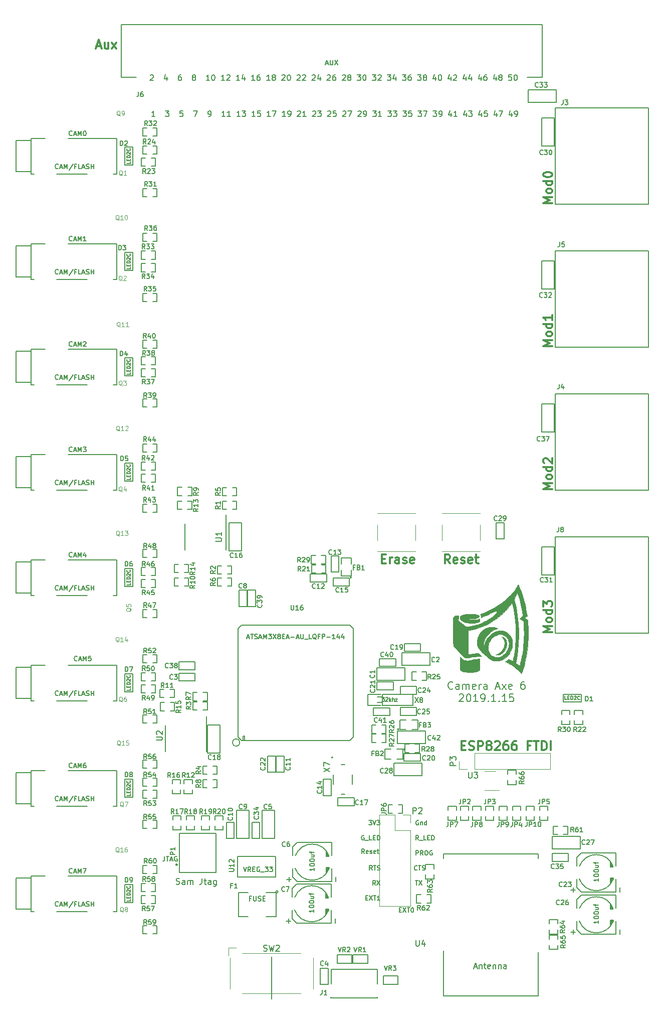
<source format=gto>
G04 #@! TF.GenerationSoftware,KiCad,Pcbnew,(5.0.1)-4*
G04 #@! TF.CreationDate,2019-01-15T19:26:54-05:00*
G04 #@! TF.ProjectId,CA6,4341362E6B696361645F706362000000,rev?*
G04 #@! TF.SameCoordinates,Original*
G04 #@! TF.FileFunction,Legend,Top*
G04 #@! TF.FilePolarity,Positive*
%FSLAX46Y46*%
G04 Gerber Fmt 4.6, Leading zero omitted, Abs format (unit mm)*
G04 Created by KiCad (PCBNEW (5.0.1)-4) date 1/15/2019 7:26:54 PM*
%MOMM*%
%LPD*%
G01*
G04 APERTURE LIST*
%ADD10C,0.203200*%
%ADD11C,0.152400*%
%ADD12C,0.299720*%
%ADD13C,0.120000*%
%ADD14C,0.149860*%
%ADD15C,0.150000*%
%ADD16C,0.200000*%
%ADD17C,0.250000*%
%ADD18C,0.002500*%
%ADD19C,0.119380*%
%ADD20C,0.146050*%
G04 APERTURE END LIST*
D10*
X66040000Y-187960000D02*
X66040000Y-180848000D01*
D11*
X49929142Y-168559238D02*
X50074285Y-168607619D01*
X50316190Y-168607619D01*
X50412952Y-168559238D01*
X50461333Y-168510857D01*
X50509714Y-168414095D01*
X50509714Y-168317333D01*
X50461333Y-168220571D01*
X50412952Y-168172190D01*
X50316190Y-168123809D01*
X50122666Y-168075428D01*
X50025904Y-168027047D01*
X49977523Y-167978666D01*
X49929142Y-167881904D01*
X49929142Y-167785142D01*
X49977523Y-167688380D01*
X50025904Y-167640000D01*
X50122666Y-167591619D01*
X50364571Y-167591619D01*
X50509714Y-167640000D01*
X51380571Y-168607619D02*
X51380571Y-168075428D01*
X51332190Y-167978666D01*
X51235428Y-167930285D01*
X51041904Y-167930285D01*
X50945142Y-167978666D01*
X51380571Y-168559238D02*
X51283809Y-168607619D01*
X51041904Y-168607619D01*
X50945142Y-168559238D01*
X50896761Y-168462476D01*
X50896761Y-168365714D01*
X50945142Y-168268952D01*
X51041904Y-168220571D01*
X51283809Y-168220571D01*
X51380571Y-168172190D01*
X51864380Y-168607619D02*
X51864380Y-167930285D01*
X51864380Y-168027047D02*
X51912761Y-167978666D01*
X52009523Y-167930285D01*
X52154666Y-167930285D01*
X52251428Y-167978666D01*
X52299809Y-168075428D01*
X52299809Y-168607619D01*
X52299809Y-168075428D02*
X52348190Y-167978666D01*
X52444952Y-167930285D01*
X52590095Y-167930285D01*
X52686857Y-167978666D01*
X52735238Y-168075428D01*
X52735238Y-168607619D01*
X54283428Y-167591619D02*
X54283428Y-168317333D01*
X54235047Y-168462476D01*
X54138285Y-168559238D01*
X53993142Y-168607619D01*
X53896380Y-168607619D01*
X54622095Y-167930285D02*
X55009142Y-167930285D01*
X54767238Y-167591619D02*
X54767238Y-168462476D01*
X54815619Y-168559238D01*
X54912380Y-168607619D01*
X55009142Y-168607619D01*
X55783238Y-168607619D02*
X55783238Y-168075428D01*
X55734857Y-167978666D01*
X55638095Y-167930285D01*
X55444571Y-167930285D01*
X55347809Y-167978666D01*
X55783238Y-168559238D02*
X55686476Y-168607619D01*
X55444571Y-168607619D01*
X55347809Y-168559238D01*
X55299428Y-168462476D01*
X55299428Y-168365714D01*
X55347809Y-168268952D01*
X55444571Y-168220571D01*
X55686476Y-168220571D01*
X55783238Y-168172190D01*
X56702476Y-167930285D02*
X56702476Y-168752761D01*
X56654095Y-168849523D01*
X56605714Y-168897904D01*
X56508952Y-168946285D01*
X56363809Y-168946285D01*
X56267047Y-168897904D01*
X56702476Y-168559238D02*
X56605714Y-168607619D01*
X56412190Y-168607619D01*
X56315428Y-168559238D01*
X56267047Y-168510857D01*
X56218666Y-168414095D01*
X56218666Y-168123809D01*
X56267047Y-168027047D01*
X56315428Y-167978666D01*
X56412190Y-167930285D01*
X56605714Y-167930285D01*
X56702476Y-167978666D01*
D12*
X36455894Y-27174190D02*
X37170722Y-27174190D01*
X36312928Y-27603087D02*
X36813308Y-26101947D01*
X37313688Y-27603087D01*
X38457414Y-26602327D02*
X38457414Y-27603087D01*
X37814068Y-26602327D02*
X37814068Y-27388638D01*
X37885551Y-27531604D01*
X38028517Y-27603087D01*
X38242965Y-27603087D01*
X38385931Y-27531604D01*
X38457414Y-27460121D01*
X39029277Y-27603087D02*
X39815588Y-26602327D01*
X39029277Y-26602327D02*
X39815588Y-27603087D01*
X113455087Y-126017382D02*
X111953947Y-126017382D01*
X113026190Y-125517002D01*
X111953947Y-125016622D01*
X113455087Y-125016622D01*
X113455087Y-124087345D02*
X113383604Y-124230311D01*
X113312121Y-124301794D01*
X113169155Y-124373277D01*
X112740258Y-124373277D01*
X112597292Y-124301794D01*
X112525810Y-124230311D01*
X112454327Y-124087345D01*
X112454327Y-123872897D01*
X112525810Y-123729931D01*
X112597292Y-123658448D01*
X112740258Y-123586965D01*
X113169155Y-123586965D01*
X113312121Y-123658448D01*
X113383604Y-123729931D01*
X113455087Y-123872897D01*
X113455087Y-124087345D01*
X113455087Y-122300274D02*
X111953947Y-122300274D01*
X113383604Y-122300274D02*
X113455087Y-122443240D01*
X113455087Y-122729171D01*
X113383604Y-122872137D01*
X113312121Y-122943620D01*
X113169155Y-123015102D01*
X112740258Y-123015102D01*
X112597292Y-122943620D01*
X112525810Y-122872137D01*
X112454327Y-122729171D01*
X112454327Y-122443240D01*
X112525810Y-122300274D01*
X111953947Y-121728411D02*
X111953947Y-120799134D01*
X112525810Y-121299514D01*
X112525810Y-121085065D01*
X112597292Y-120942100D01*
X112668775Y-120870617D01*
X112811741Y-120799134D01*
X113169155Y-120799134D01*
X113312121Y-120870617D01*
X113383604Y-120942100D01*
X113455087Y-121085065D01*
X113455087Y-121513962D01*
X113383604Y-121656928D01*
X113312121Y-121728411D01*
X113455087Y-101887382D02*
X111953947Y-101887382D01*
X113026190Y-101387002D01*
X111953947Y-100886622D01*
X113455087Y-100886622D01*
X113455087Y-99957345D02*
X113383604Y-100100311D01*
X113312121Y-100171794D01*
X113169155Y-100243277D01*
X112740258Y-100243277D01*
X112597292Y-100171794D01*
X112525810Y-100100311D01*
X112454327Y-99957345D01*
X112454327Y-99742897D01*
X112525810Y-99599931D01*
X112597292Y-99528448D01*
X112740258Y-99456965D01*
X113169155Y-99456965D01*
X113312121Y-99528448D01*
X113383604Y-99599931D01*
X113455087Y-99742897D01*
X113455087Y-99957345D01*
X113455087Y-98170274D02*
X111953947Y-98170274D01*
X113383604Y-98170274D02*
X113455087Y-98313240D01*
X113455087Y-98599171D01*
X113383604Y-98742137D01*
X113312121Y-98813620D01*
X113169155Y-98885102D01*
X112740258Y-98885102D01*
X112597292Y-98813620D01*
X112525810Y-98742137D01*
X112454327Y-98599171D01*
X112454327Y-98313240D01*
X112525810Y-98170274D01*
X112096912Y-97526928D02*
X112025430Y-97455445D01*
X111953947Y-97312480D01*
X111953947Y-96955065D01*
X112025430Y-96812100D01*
X112096912Y-96740617D01*
X112239878Y-96669134D01*
X112382844Y-96669134D01*
X112597292Y-96740617D01*
X113455087Y-97598411D01*
X113455087Y-96669134D01*
X113455087Y-77757382D02*
X111953947Y-77757382D01*
X113026190Y-77257002D01*
X111953947Y-76756622D01*
X113455087Y-76756622D01*
X113455087Y-75827345D02*
X113383604Y-75970311D01*
X113312121Y-76041794D01*
X113169155Y-76113277D01*
X112740258Y-76113277D01*
X112597292Y-76041794D01*
X112525810Y-75970311D01*
X112454327Y-75827345D01*
X112454327Y-75612897D01*
X112525810Y-75469931D01*
X112597292Y-75398448D01*
X112740258Y-75326965D01*
X113169155Y-75326965D01*
X113312121Y-75398448D01*
X113383604Y-75469931D01*
X113455087Y-75612897D01*
X113455087Y-75827345D01*
X113455087Y-74040274D02*
X111953947Y-74040274D01*
X113383604Y-74040274D02*
X113455087Y-74183240D01*
X113455087Y-74469171D01*
X113383604Y-74612137D01*
X113312121Y-74683620D01*
X113169155Y-74755102D01*
X112740258Y-74755102D01*
X112597292Y-74683620D01*
X112525810Y-74612137D01*
X112454327Y-74469171D01*
X112454327Y-74183240D01*
X112525810Y-74040274D01*
X113455087Y-72539134D02*
X113455087Y-73396928D01*
X113455087Y-72968031D02*
X111953947Y-72968031D01*
X112168395Y-73110997D01*
X112311361Y-73253962D01*
X112382844Y-73396928D01*
X113455087Y-53627382D02*
X111953947Y-53627382D01*
X113026190Y-53127002D01*
X111953947Y-52626622D01*
X113455087Y-52626622D01*
X113455087Y-51697345D02*
X113383604Y-51840311D01*
X113312121Y-51911794D01*
X113169155Y-51983277D01*
X112740258Y-51983277D01*
X112597292Y-51911794D01*
X112525810Y-51840311D01*
X112454327Y-51697345D01*
X112454327Y-51482897D01*
X112525810Y-51339931D01*
X112597292Y-51268448D01*
X112740258Y-51196965D01*
X113169155Y-51196965D01*
X113312121Y-51268448D01*
X113383604Y-51339931D01*
X113455087Y-51482897D01*
X113455087Y-51697345D01*
X113455087Y-49910274D02*
X111953947Y-49910274D01*
X113383604Y-49910274D02*
X113455087Y-50053240D01*
X113455087Y-50339171D01*
X113383604Y-50482137D01*
X113312121Y-50553620D01*
X113169155Y-50625102D01*
X112740258Y-50625102D01*
X112597292Y-50553620D01*
X112525810Y-50482137D01*
X112454327Y-50339171D01*
X112454327Y-50053240D01*
X112525810Y-49910274D01*
X111953947Y-48909514D02*
X111953947Y-48766548D01*
X112025430Y-48623582D01*
X112096912Y-48552100D01*
X112239878Y-48480617D01*
X112525810Y-48409134D01*
X112883224Y-48409134D01*
X113169155Y-48480617D01*
X113312121Y-48552100D01*
X113383604Y-48623582D01*
X113455087Y-48766548D01*
X113455087Y-48909514D01*
X113383604Y-49052480D01*
X113312121Y-49123962D01*
X113169155Y-49195445D01*
X112883224Y-49266928D01*
X112525810Y-49266928D01*
X112239878Y-49195445D01*
X112096912Y-49123962D01*
X112025430Y-49052480D01*
X111953947Y-48909514D01*
X98122558Y-145180775D02*
X98622938Y-145180775D01*
X98837387Y-145967087D02*
X98122558Y-145967087D01*
X98122558Y-144465947D01*
X98837387Y-144465947D01*
X99409250Y-145895604D02*
X99623698Y-145967087D01*
X99981112Y-145967087D01*
X100124078Y-145895604D01*
X100195561Y-145824121D01*
X100267044Y-145681155D01*
X100267044Y-145538190D01*
X100195561Y-145395224D01*
X100124078Y-145323741D01*
X99981112Y-145252258D01*
X99695181Y-145180775D01*
X99552215Y-145109292D01*
X99480732Y-145037810D01*
X99409250Y-144894844D01*
X99409250Y-144751878D01*
X99480732Y-144608912D01*
X99552215Y-144537430D01*
X99695181Y-144465947D01*
X100052595Y-144465947D01*
X100267044Y-144537430D01*
X100910390Y-145967087D02*
X100910390Y-144465947D01*
X101482252Y-144465947D01*
X101625218Y-144537430D01*
X101696701Y-144608912D01*
X101768184Y-144751878D01*
X101768184Y-144966327D01*
X101696701Y-145109292D01*
X101625218Y-145180775D01*
X101482252Y-145252258D01*
X100910390Y-145252258D01*
X102625978Y-145109292D02*
X102483012Y-145037810D01*
X102411530Y-144966327D01*
X102340047Y-144823361D01*
X102340047Y-144751878D01*
X102411530Y-144608912D01*
X102483012Y-144537430D01*
X102625978Y-144465947D01*
X102911910Y-144465947D01*
X103054875Y-144537430D01*
X103126358Y-144608912D01*
X103197841Y-144751878D01*
X103197841Y-144823361D01*
X103126358Y-144966327D01*
X103054875Y-145037810D01*
X102911910Y-145109292D01*
X102625978Y-145109292D01*
X102483012Y-145180775D01*
X102411530Y-145252258D01*
X102340047Y-145395224D01*
X102340047Y-145681155D01*
X102411530Y-145824121D01*
X102483012Y-145895604D01*
X102625978Y-145967087D01*
X102911910Y-145967087D01*
X103054875Y-145895604D01*
X103126358Y-145824121D01*
X103197841Y-145681155D01*
X103197841Y-145395224D01*
X103126358Y-145252258D01*
X103054875Y-145180775D01*
X102911910Y-145109292D01*
X103769704Y-144608912D02*
X103841187Y-144537430D01*
X103984152Y-144465947D01*
X104341567Y-144465947D01*
X104484532Y-144537430D01*
X104556015Y-144608912D01*
X104627498Y-144751878D01*
X104627498Y-144894844D01*
X104556015Y-145109292D01*
X103698221Y-145967087D01*
X104627498Y-145967087D01*
X105914190Y-144465947D02*
X105628258Y-144465947D01*
X105485292Y-144537430D01*
X105413810Y-144608912D01*
X105270844Y-144823361D01*
X105199361Y-145109292D01*
X105199361Y-145681155D01*
X105270844Y-145824121D01*
X105342327Y-145895604D01*
X105485292Y-145967087D01*
X105771224Y-145967087D01*
X105914190Y-145895604D01*
X105985672Y-145824121D01*
X106057155Y-145681155D01*
X106057155Y-145323741D01*
X105985672Y-145180775D01*
X105914190Y-145109292D01*
X105771224Y-145037810D01*
X105485292Y-145037810D01*
X105342327Y-145109292D01*
X105270844Y-145180775D01*
X105199361Y-145323741D01*
X107343847Y-144465947D02*
X107057915Y-144465947D01*
X106914950Y-144537430D01*
X106843467Y-144608912D01*
X106700501Y-144823361D01*
X106629018Y-145109292D01*
X106629018Y-145681155D01*
X106700501Y-145824121D01*
X106771984Y-145895604D01*
X106914950Y-145967087D01*
X107200881Y-145967087D01*
X107343847Y-145895604D01*
X107415330Y-145824121D01*
X107486812Y-145681155D01*
X107486812Y-145323741D01*
X107415330Y-145180775D01*
X107343847Y-145109292D01*
X107200881Y-145037810D01*
X106914950Y-145037810D01*
X106771984Y-145109292D01*
X106700501Y-145180775D01*
X106629018Y-145323741D01*
X109774264Y-145180775D02*
X109273884Y-145180775D01*
X109273884Y-145967087D02*
X109273884Y-144465947D01*
X109988712Y-144465947D01*
X110346127Y-144465947D02*
X111203921Y-144465947D01*
X110775024Y-145967087D02*
X110775024Y-144465947D01*
X111704301Y-145967087D02*
X111704301Y-144465947D01*
X112061715Y-144465947D01*
X112276164Y-144537430D01*
X112419130Y-144680395D01*
X112490612Y-144823361D01*
X112562095Y-145109292D01*
X112562095Y-145323741D01*
X112490612Y-145609672D01*
X112419130Y-145752638D01*
X112276164Y-145895604D01*
X112061715Y-145967087D01*
X111704301Y-145967087D01*
X113205441Y-145967087D02*
X113205441Y-144465947D01*
X84659651Y-113684775D02*
X85160031Y-113684775D01*
X85374480Y-114471087D02*
X84659651Y-114471087D01*
X84659651Y-112969947D01*
X85374480Y-112969947D01*
X86017825Y-114471087D02*
X86017825Y-113470327D01*
X86017825Y-113756258D02*
X86089308Y-113613292D01*
X86160791Y-113541810D01*
X86303757Y-113470327D01*
X86446722Y-113470327D01*
X87590448Y-114471087D02*
X87590448Y-113684775D01*
X87518965Y-113541810D01*
X87376000Y-113470327D01*
X87090068Y-113470327D01*
X86947102Y-113541810D01*
X87590448Y-114399604D02*
X87447482Y-114471087D01*
X87090068Y-114471087D01*
X86947102Y-114399604D01*
X86875620Y-114256638D01*
X86875620Y-114113672D01*
X86947102Y-113970707D01*
X87090068Y-113899224D01*
X87447482Y-113899224D01*
X87590448Y-113827741D01*
X88233794Y-114399604D02*
X88376760Y-114471087D01*
X88662691Y-114471087D01*
X88805657Y-114399604D01*
X88877140Y-114256638D01*
X88877140Y-114185155D01*
X88805657Y-114042190D01*
X88662691Y-113970707D01*
X88448242Y-113970707D01*
X88305277Y-113899224D01*
X88233794Y-113756258D01*
X88233794Y-113684775D01*
X88305277Y-113541810D01*
X88448242Y-113470327D01*
X88662691Y-113470327D01*
X88805657Y-113541810D01*
X90092348Y-114399604D02*
X89949382Y-114471087D01*
X89663451Y-114471087D01*
X89520485Y-114399604D01*
X89449002Y-114256638D01*
X89449002Y-113684775D01*
X89520485Y-113541810D01*
X89663451Y-113470327D01*
X89949382Y-113470327D01*
X90092348Y-113541810D01*
X90163831Y-113684775D01*
X90163831Y-113827741D01*
X89449002Y-113970707D01*
X96185445Y-114471087D02*
X95685065Y-113756258D01*
X95327651Y-114471087D02*
X95327651Y-112969947D01*
X95899514Y-112969947D01*
X96042480Y-113041430D01*
X96113962Y-113112912D01*
X96185445Y-113255878D01*
X96185445Y-113470327D01*
X96113962Y-113613292D01*
X96042480Y-113684775D01*
X95899514Y-113756258D01*
X95327651Y-113756258D01*
X97400654Y-114399604D02*
X97257688Y-114471087D01*
X96971757Y-114471087D01*
X96828791Y-114399604D01*
X96757308Y-114256638D01*
X96757308Y-113684775D01*
X96828791Y-113541810D01*
X96971757Y-113470327D01*
X97257688Y-113470327D01*
X97400654Y-113541810D01*
X97472137Y-113684775D01*
X97472137Y-113827741D01*
X96757308Y-113970707D01*
X98044000Y-114399604D02*
X98186965Y-114471087D01*
X98472897Y-114471087D01*
X98615862Y-114399604D01*
X98687345Y-114256638D01*
X98687345Y-114185155D01*
X98615862Y-114042190D01*
X98472897Y-113970707D01*
X98258448Y-113970707D01*
X98115482Y-113899224D01*
X98044000Y-113756258D01*
X98044000Y-113684775D01*
X98115482Y-113541810D01*
X98258448Y-113470327D01*
X98472897Y-113470327D01*
X98615862Y-113541810D01*
X99902554Y-114399604D02*
X99759588Y-114471087D01*
X99473657Y-114471087D01*
X99330691Y-114399604D01*
X99259208Y-114256638D01*
X99259208Y-113684775D01*
X99330691Y-113541810D01*
X99473657Y-113470327D01*
X99759588Y-113470327D01*
X99902554Y-113541810D01*
X99974037Y-113684775D01*
X99974037Y-113827741D01*
X99259208Y-113970707D01*
X100402934Y-113470327D02*
X100974797Y-113470327D01*
X100617382Y-112969947D02*
X100617382Y-114256638D01*
X100688865Y-114399604D01*
X100831831Y-114471087D01*
X100974797Y-114471087D01*
D11*
X87656488Y-172919571D02*
X87910488Y-172919571D01*
X88019345Y-173318714D02*
X87656488Y-173318714D01*
X87656488Y-172556714D01*
X88019345Y-172556714D01*
X88273345Y-172556714D02*
X88781345Y-173318714D01*
X88781345Y-172556714D02*
X88273345Y-173318714D01*
X88962774Y-172556714D02*
X89398202Y-172556714D01*
X89180488Y-173318714D02*
X89180488Y-172556714D01*
X89797345Y-172556714D02*
X89869917Y-172556714D01*
X89942488Y-172593000D01*
X89978774Y-172629285D01*
X90015060Y-172701857D01*
X90051345Y-172847000D01*
X90051345Y-173028428D01*
X90015060Y-173173571D01*
X89978774Y-173246142D01*
X89942488Y-173282428D01*
X89869917Y-173318714D01*
X89797345Y-173318714D01*
X89724774Y-173282428D01*
X89688488Y-173246142D01*
X89652202Y-173173571D01*
X89615917Y-173028428D01*
X89615917Y-172847000D01*
X89652202Y-172701857D01*
X89688488Y-172629285D01*
X89724774Y-172593000D01*
X89797345Y-172556714D01*
X90341631Y-167984714D02*
X90777060Y-167984714D01*
X90559345Y-168746714D02*
X90559345Y-167984714D01*
X90958488Y-167984714D02*
X91466488Y-168746714D01*
X91466488Y-167984714D02*
X90958488Y-168746714D01*
X90631917Y-166134142D02*
X90595631Y-166170428D01*
X90486774Y-166206714D01*
X90414202Y-166206714D01*
X90305345Y-166170428D01*
X90232774Y-166097857D01*
X90196488Y-166025285D01*
X90160202Y-165880142D01*
X90160202Y-165771285D01*
X90196488Y-165626142D01*
X90232774Y-165553571D01*
X90305345Y-165481000D01*
X90414202Y-165444714D01*
X90486774Y-165444714D01*
X90595631Y-165481000D01*
X90631917Y-165517285D01*
X90849631Y-165444714D02*
X91285060Y-165444714D01*
X91067345Y-166206714D02*
X91067345Y-165444714D01*
X91502774Y-166170428D02*
X91611631Y-166206714D01*
X91793060Y-166206714D01*
X91865631Y-166170428D01*
X91901917Y-166134142D01*
X91938202Y-166061571D01*
X91938202Y-165989000D01*
X91901917Y-165916428D01*
X91865631Y-165880142D01*
X91793060Y-165843857D01*
X91647917Y-165807571D01*
X91575345Y-165771285D01*
X91539060Y-165735000D01*
X91502774Y-165662428D01*
X91502774Y-165589857D01*
X91539060Y-165517285D01*
X91575345Y-165481000D01*
X91647917Y-165444714D01*
X91829345Y-165444714D01*
X91938202Y-165481000D01*
X90450488Y-163666714D02*
X90450488Y-162904714D01*
X90740774Y-162904714D01*
X90813345Y-162941000D01*
X90849631Y-162977285D01*
X90885917Y-163049857D01*
X90885917Y-163158714D01*
X90849631Y-163231285D01*
X90813345Y-163267571D01*
X90740774Y-163303857D01*
X90450488Y-163303857D01*
X91647917Y-163666714D02*
X91393917Y-163303857D01*
X91212488Y-163666714D02*
X91212488Y-162904714D01*
X91502774Y-162904714D01*
X91575345Y-162941000D01*
X91611631Y-162977285D01*
X91647917Y-163049857D01*
X91647917Y-163158714D01*
X91611631Y-163231285D01*
X91575345Y-163267571D01*
X91502774Y-163303857D01*
X91212488Y-163303857D01*
X92119631Y-162904714D02*
X92264774Y-162904714D01*
X92337345Y-162941000D01*
X92409917Y-163013571D01*
X92446202Y-163158714D01*
X92446202Y-163412714D01*
X92409917Y-163557857D01*
X92337345Y-163630428D01*
X92264774Y-163666714D01*
X92119631Y-163666714D01*
X92047060Y-163630428D01*
X91974488Y-163557857D01*
X91938202Y-163412714D01*
X91938202Y-163158714D01*
X91974488Y-163013571D01*
X92047060Y-162941000D01*
X92119631Y-162904714D01*
X93171917Y-162941000D02*
X93099345Y-162904714D01*
X92990488Y-162904714D01*
X92881631Y-162941000D01*
X92809060Y-163013571D01*
X92772774Y-163086142D01*
X92736488Y-163231285D01*
X92736488Y-163340142D01*
X92772774Y-163485285D01*
X92809060Y-163557857D01*
X92881631Y-163630428D01*
X92990488Y-163666714D01*
X93063060Y-163666714D01*
X93171917Y-163630428D01*
X93208202Y-163594142D01*
X93208202Y-163340142D01*
X93063060Y-163340142D01*
X90885917Y-161126714D02*
X90631917Y-160763857D01*
X90450488Y-161126714D02*
X90450488Y-160364714D01*
X90740774Y-160364714D01*
X90813345Y-160401000D01*
X90849631Y-160437285D01*
X90885917Y-160509857D01*
X90885917Y-160618714D01*
X90849631Y-160691285D01*
X90813345Y-160727571D01*
X90740774Y-160763857D01*
X90450488Y-160763857D01*
X91031060Y-161199285D02*
X91611631Y-161199285D01*
X92155917Y-161126714D02*
X91793060Y-161126714D01*
X91793060Y-160364714D01*
X92409917Y-160727571D02*
X92663917Y-160727571D01*
X92772774Y-161126714D02*
X92409917Y-161126714D01*
X92409917Y-160364714D01*
X92772774Y-160364714D01*
X93099345Y-161126714D02*
X93099345Y-160364714D01*
X93280774Y-160364714D01*
X93389631Y-160401000D01*
X93462202Y-160473571D01*
X93498488Y-160546142D01*
X93534774Y-160691285D01*
X93534774Y-160800142D01*
X93498488Y-160945285D01*
X93462202Y-161017857D01*
X93389631Y-161090428D01*
X93280774Y-161126714D01*
X93099345Y-161126714D01*
X81942940Y-170887571D02*
X82196940Y-170887571D01*
X82305797Y-171286714D02*
X81942940Y-171286714D01*
X81942940Y-170524714D01*
X82305797Y-170524714D01*
X82559797Y-170524714D02*
X83067797Y-171286714D01*
X83067797Y-170524714D02*
X82559797Y-171286714D01*
X83249225Y-170524714D02*
X83684654Y-170524714D01*
X83466940Y-171286714D02*
X83466940Y-170524714D01*
X84337797Y-171286714D02*
X83902368Y-171286714D01*
X84120082Y-171286714D02*
X84120082Y-170524714D01*
X84047511Y-170633571D01*
X83974940Y-170706142D01*
X83902368Y-170742428D01*
X83612082Y-168746714D02*
X83358082Y-168383857D01*
X83176654Y-168746714D02*
X83176654Y-167984714D01*
X83466940Y-167984714D01*
X83539511Y-168021000D01*
X83575797Y-168057285D01*
X83612082Y-168129857D01*
X83612082Y-168238714D01*
X83575797Y-168311285D01*
X83539511Y-168347571D01*
X83466940Y-168383857D01*
X83176654Y-168383857D01*
X83866082Y-167984714D02*
X84374082Y-168746714D01*
X84374082Y-167984714D02*
X83866082Y-168746714D01*
X83031511Y-166206714D02*
X82777511Y-165843857D01*
X82596082Y-166206714D02*
X82596082Y-165444714D01*
X82886368Y-165444714D01*
X82958940Y-165481000D01*
X82995225Y-165517285D01*
X83031511Y-165589857D01*
X83031511Y-165698714D01*
X82995225Y-165771285D01*
X82958940Y-165807571D01*
X82886368Y-165843857D01*
X82596082Y-165843857D01*
X83249225Y-165444714D02*
X83684654Y-165444714D01*
X83466940Y-166206714D02*
X83466940Y-165444714D01*
X83902368Y-166170428D02*
X84011225Y-166206714D01*
X84192654Y-166206714D01*
X84265225Y-166170428D01*
X84301511Y-166134142D01*
X84337797Y-166061571D01*
X84337797Y-165989000D01*
X84301511Y-165916428D01*
X84265225Y-165880142D01*
X84192654Y-165843857D01*
X84047511Y-165807571D01*
X83974940Y-165771285D01*
X83938654Y-165735000D01*
X83902368Y-165662428D01*
X83902368Y-165589857D01*
X83938654Y-165517285D01*
X83974940Y-165481000D01*
X84047511Y-165444714D01*
X84228940Y-165444714D01*
X84337797Y-165481000D01*
X81725225Y-163412714D02*
X81471225Y-163049857D01*
X81289797Y-163412714D02*
X81289797Y-162650714D01*
X81580082Y-162650714D01*
X81652654Y-162687000D01*
X81688940Y-162723285D01*
X81725225Y-162795857D01*
X81725225Y-162904714D01*
X81688940Y-162977285D01*
X81652654Y-163013571D01*
X81580082Y-163049857D01*
X81289797Y-163049857D01*
X82342082Y-163376428D02*
X82269511Y-163412714D01*
X82124368Y-163412714D01*
X82051797Y-163376428D01*
X82015511Y-163303857D01*
X82015511Y-163013571D01*
X82051797Y-162941000D01*
X82124368Y-162904714D01*
X82269511Y-162904714D01*
X82342082Y-162941000D01*
X82378368Y-163013571D01*
X82378368Y-163086142D01*
X82015511Y-163158714D01*
X82668654Y-163376428D02*
X82741225Y-163412714D01*
X82886368Y-163412714D01*
X82958940Y-163376428D01*
X82995225Y-163303857D01*
X82995225Y-163267571D01*
X82958940Y-163195000D01*
X82886368Y-163158714D01*
X82777511Y-163158714D01*
X82704940Y-163122428D01*
X82668654Y-163049857D01*
X82668654Y-163013571D01*
X82704940Y-162941000D01*
X82777511Y-162904714D01*
X82886368Y-162904714D01*
X82958940Y-162941000D01*
X83612082Y-163376428D02*
X83539511Y-163412714D01*
X83394368Y-163412714D01*
X83321797Y-163376428D01*
X83285511Y-163303857D01*
X83285511Y-163013571D01*
X83321797Y-162941000D01*
X83394368Y-162904714D01*
X83539511Y-162904714D01*
X83612082Y-162941000D01*
X83648368Y-163013571D01*
X83648368Y-163086142D01*
X83285511Y-163158714D01*
X83866082Y-162904714D02*
X84156368Y-162904714D01*
X83974940Y-162650714D02*
X83974940Y-163303857D01*
X84011225Y-163376428D01*
X84083797Y-163412714D01*
X84156368Y-163412714D01*
X81652654Y-160401000D02*
X81580082Y-160364714D01*
X81471225Y-160364714D01*
X81362368Y-160401000D01*
X81289797Y-160473571D01*
X81253511Y-160546142D01*
X81217225Y-160691285D01*
X81217225Y-160800142D01*
X81253511Y-160945285D01*
X81289797Y-161017857D01*
X81362368Y-161090428D01*
X81471225Y-161126714D01*
X81543797Y-161126714D01*
X81652654Y-161090428D01*
X81688940Y-161054142D01*
X81688940Y-160800142D01*
X81543797Y-160800142D01*
X81834082Y-161199285D02*
X82414654Y-161199285D01*
X82958940Y-161126714D02*
X82596082Y-161126714D01*
X82596082Y-160364714D01*
X83212940Y-160727571D02*
X83466940Y-160727571D01*
X83575797Y-161126714D02*
X83212940Y-161126714D01*
X83212940Y-160364714D01*
X83575797Y-160364714D01*
X83902368Y-161126714D02*
X83902368Y-160364714D01*
X84083797Y-160364714D01*
X84192654Y-160401000D01*
X84265225Y-160473571D01*
X84301511Y-160546142D01*
X84337797Y-160691285D01*
X84337797Y-160800142D01*
X84301511Y-160945285D01*
X84265225Y-161017857D01*
X84192654Y-161090428D01*
X84083797Y-161126714D01*
X83902368Y-161126714D01*
X82487225Y-157824714D02*
X82958940Y-157824714D01*
X82704940Y-158115000D01*
X82813797Y-158115000D01*
X82886368Y-158151285D01*
X82922654Y-158187571D01*
X82958940Y-158260142D01*
X82958940Y-158441571D01*
X82922654Y-158514142D01*
X82886368Y-158550428D01*
X82813797Y-158586714D01*
X82596082Y-158586714D01*
X82523511Y-158550428D01*
X82487225Y-158514142D01*
X83176654Y-157824714D02*
X83430654Y-158586714D01*
X83684654Y-157824714D01*
X83866082Y-157824714D02*
X84337797Y-157824714D01*
X84083797Y-158115000D01*
X84192654Y-158115000D01*
X84265225Y-158151285D01*
X84301511Y-158187571D01*
X84337797Y-158260142D01*
X84337797Y-158441571D01*
X84301511Y-158514142D01*
X84265225Y-158550428D01*
X84192654Y-158586714D01*
X83974940Y-158586714D01*
X83902368Y-158550428D01*
X83866082Y-158514142D01*
X90849631Y-157861000D02*
X90777060Y-157824714D01*
X90668202Y-157824714D01*
X90559345Y-157861000D01*
X90486774Y-157933571D01*
X90450488Y-158006142D01*
X90414202Y-158151285D01*
X90414202Y-158260142D01*
X90450488Y-158405285D01*
X90486774Y-158477857D01*
X90559345Y-158550428D01*
X90668202Y-158586714D01*
X90740774Y-158586714D01*
X90849631Y-158550428D01*
X90885917Y-158514142D01*
X90885917Y-158260142D01*
X90740774Y-158260142D01*
X91212488Y-158078714D02*
X91212488Y-158586714D01*
X91212488Y-158151285D02*
X91248774Y-158115000D01*
X91321345Y-158078714D01*
X91430202Y-158078714D01*
X91502774Y-158115000D01*
X91539060Y-158187571D01*
X91539060Y-158586714D01*
X92228488Y-158586714D02*
X92228488Y-157824714D01*
X92228488Y-158550428D02*
X92155917Y-158586714D01*
X92010774Y-158586714D01*
X91938202Y-158550428D01*
X91901917Y-158514142D01*
X91865631Y-158441571D01*
X91865631Y-158223857D01*
X91901917Y-158151285D01*
X91938202Y-158115000D01*
X92010774Y-158078714D01*
X92155917Y-158078714D01*
X92228488Y-158115000D01*
D10*
X46327664Y-39041190D02*
X45780476Y-39041190D01*
X46054070Y-39041190D02*
X46054070Y-38083610D01*
X45962872Y-38220408D01*
X45871674Y-38311606D01*
X45780476Y-38357205D01*
X48106027Y-38083610D02*
X48698815Y-38083610D01*
X48379621Y-38448403D01*
X48516419Y-38448403D01*
X48607617Y-38494002D01*
X48653216Y-38539601D01*
X48698815Y-38630799D01*
X48698815Y-38858794D01*
X48653216Y-38949992D01*
X48607617Y-38995591D01*
X48516419Y-39041190D01*
X48242824Y-39041190D01*
X48151626Y-38995591D01*
X48106027Y-38949992D01*
X51024366Y-38083610D02*
X50568376Y-38083610D01*
X50522777Y-38539601D01*
X50568376Y-38494002D01*
X50659574Y-38448403D01*
X50887569Y-38448403D01*
X50978767Y-38494002D01*
X51024366Y-38539601D01*
X51069965Y-38630799D01*
X51069965Y-38858794D01*
X51024366Y-38949992D01*
X50978767Y-38995591D01*
X50887569Y-39041190D01*
X50659574Y-39041190D01*
X50568376Y-38995591D01*
X50522777Y-38949992D01*
X52848328Y-38083610D02*
X53486715Y-38083610D01*
X53076323Y-39041190D01*
X55356276Y-39041190D02*
X55538672Y-39041190D01*
X55629870Y-38995591D01*
X55675469Y-38949992D01*
X55766667Y-38813195D01*
X55812266Y-38630799D01*
X55812266Y-38266007D01*
X55766667Y-38174809D01*
X55721068Y-38129210D01*
X55629870Y-38083610D01*
X55447474Y-38083610D01*
X55356276Y-38129210D01*
X55310677Y-38174809D01*
X55265078Y-38266007D01*
X55265078Y-38494002D01*
X55310677Y-38585200D01*
X55356276Y-38630799D01*
X55447474Y-38676398D01*
X55629870Y-38676398D01*
X55721068Y-38630799D01*
X55766667Y-38585200D01*
X55812266Y-38494002D01*
X58183417Y-39041190D02*
X57636228Y-39041190D01*
X57909822Y-39041190D02*
X57909822Y-38083610D01*
X57818624Y-38220408D01*
X57727426Y-38311606D01*
X57636228Y-38357205D01*
X59095398Y-39041190D02*
X58548209Y-39041190D01*
X58821803Y-39041190D02*
X58821803Y-38083610D01*
X58730605Y-38220408D01*
X58639407Y-38311606D01*
X58548209Y-38357205D01*
X60736963Y-39041190D02*
X60189775Y-39041190D01*
X60463369Y-39041190D02*
X60463369Y-38083610D01*
X60372171Y-38220408D01*
X60280973Y-38311606D01*
X60189775Y-38357205D01*
X61056157Y-38083610D02*
X61648944Y-38083610D01*
X61329751Y-38448403D01*
X61466548Y-38448403D01*
X61557746Y-38494002D01*
X61603345Y-38539601D01*
X61648944Y-38630799D01*
X61648944Y-38858794D01*
X61603345Y-38949992D01*
X61557746Y-38995591D01*
X61466548Y-39041190D01*
X61192954Y-39041190D01*
X61101756Y-38995591D01*
X61056157Y-38949992D01*
X63290510Y-39041190D02*
X62743321Y-39041190D01*
X63016916Y-39041190D02*
X63016916Y-38083610D01*
X62925718Y-38220408D01*
X62834520Y-38311606D01*
X62743321Y-38357205D01*
X64156892Y-38083610D02*
X63700901Y-38083610D01*
X63655302Y-38539601D01*
X63700901Y-38494002D01*
X63792099Y-38448403D01*
X64020095Y-38448403D01*
X64111293Y-38494002D01*
X64156892Y-38539601D01*
X64202491Y-38630799D01*
X64202491Y-38858794D01*
X64156892Y-38949992D01*
X64111293Y-38995591D01*
X64020095Y-39041190D01*
X63792099Y-39041190D01*
X63700901Y-38995591D01*
X63655302Y-38949992D01*
X65844057Y-39041190D02*
X65296868Y-39041190D01*
X65570462Y-39041190D02*
X65570462Y-38083610D01*
X65479264Y-38220408D01*
X65388066Y-38311606D01*
X65296868Y-38357205D01*
X66163250Y-38083610D02*
X66801637Y-38083610D01*
X66391245Y-39041190D01*
X68397603Y-39041190D02*
X67850415Y-39041190D01*
X68124009Y-39041190D02*
X68124009Y-38083610D01*
X68032811Y-38220408D01*
X67941613Y-38311606D01*
X67850415Y-38357205D01*
X68853594Y-39041190D02*
X69035990Y-39041190D01*
X69127188Y-38995591D01*
X69172787Y-38949992D01*
X69263985Y-38813195D01*
X69309584Y-38630799D01*
X69309584Y-38266007D01*
X69263985Y-38174809D01*
X69218386Y-38129210D01*
X69127188Y-38083610D01*
X68944792Y-38083610D01*
X68853594Y-38129210D01*
X68807995Y-38174809D01*
X68762396Y-38266007D01*
X68762396Y-38494002D01*
X68807995Y-38585200D01*
X68853594Y-38630799D01*
X68944792Y-38676398D01*
X69127188Y-38676398D01*
X69218386Y-38630799D01*
X69263985Y-38585200D01*
X69309584Y-38494002D01*
X70403961Y-38174809D02*
X70449560Y-38129210D01*
X70540759Y-38083610D01*
X70768754Y-38083610D01*
X70859952Y-38129210D01*
X70905551Y-38174809D01*
X70951150Y-38266007D01*
X70951150Y-38357205D01*
X70905551Y-38494002D01*
X70358362Y-39041190D01*
X70951150Y-39041190D01*
X71863131Y-39041190D02*
X71315942Y-39041190D01*
X71589537Y-39041190D02*
X71589537Y-38083610D01*
X71498339Y-38220408D01*
X71407140Y-38311606D01*
X71315942Y-38357205D01*
X72957508Y-38174809D02*
X73003107Y-38129210D01*
X73094305Y-38083610D01*
X73322300Y-38083610D01*
X73413499Y-38129210D01*
X73459098Y-38174809D01*
X73504697Y-38266007D01*
X73504697Y-38357205D01*
X73459098Y-38494002D01*
X72911909Y-39041190D01*
X73504697Y-39041190D01*
X73823890Y-38083610D02*
X74416678Y-38083610D01*
X74097484Y-38448403D01*
X74234281Y-38448403D01*
X74325479Y-38494002D01*
X74371079Y-38539601D01*
X74416678Y-38630799D01*
X74416678Y-38858794D01*
X74371079Y-38949992D01*
X74325479Y-38995591D01*
X74234281Y-39041190D01*
X73960687Y-39041190D01*
X73869489Y-38995591D01*
X73823890Y-38949992D01*
X75511055Y-38174809D02*
X75556654Y-38129210D01*
X75647852Y-38083610D01*
X75875847Y-38083610D01*
X75967045Y-38129210D01*
X76012644Y-38174809D01*
X76058243Y-38266007D01*
X76058243Y-38357205D01*
X76012644Y-38494002D01*
X75465456Y-39041190D01*
X76058243Y-39041190D01*
X76924625Y-38083610D02*
X76468635Y-38083610D01*
X76423036Y-38539601D01*
X76468635Y-38494002D01*
X76559833Y-38448403D01*
X76787828Y-38448403D01*
X76879026Y-38494002D01*
X76924625Y-38539601D01*
X76970224Y-38630799D01*
X76970224Y-38858794D01*
X76924625Y-38949992D01*
X76879026Y-38995591D01*
X76787828Y-39041190D01*
X76559833Y-39041190D01*
X76468635Y-38995591D01*
X76423036Y-38949992D01*
X78064601Y-38174809D02*
X78110200Y-38129210D01*
X78201399Y-38083610D01*
X78429394Y-38083610D01*
X78520592Y-38129210D01*
X78566191Y-38174809D01*
X78611790Y-38266007D01*
X78611790Y-38357205D01*
X78566191Y-38494002D01*
X78019002Y-39041190D01*
X78611790Y-39041190D01*
X78930983Y-38083610D02*
X79569370Y-38083610D01*
X79158979Y-39041190D01*
X80618148Y-38174809D02*
X80663747Y-38129210D01*
X80754945Y-38083610D01*
X80982940Y-38083610D01*
X81074139Y-38129210D01*
X81119738Y-38174809D01*
X81165337Y-38266007D01*
X81165337Y-38357205D01*
X81119738Y-38494002D01*
X80572549Y-39041190D01*
X81165337Y-39041190D01*
X81621327Y-39041190D02*
X81803723Y-39041190D01*
X81894921Y-38995591D01*
X81940520Y-38949992D01*
X82031719Y-38813195D01*
X82077318Y-38630799D01*
X82077318Y-38266007D01*
X82031719Y-38174809D01*
X81986119Y-38129210D01*
X81894921Y-38083610D01*
X81712525Y-38083610D01*
X81621327Y-38129210D01*
X81575728Y-38174809D01*
X81530129Y-38266007D01*
X81530129Y-38494002D01*
X81575728Y-38585200D01*
X81621327Y-38630799D01*
X81712525Y-38676398D01*
X81894921Y-38676398D01*
X81986119Y-38630799D01*
X82031719Y-38585200D01*
X82077318Y-38494002D01*
X83126096Y-38083610D02*
X83718883Y-38083610D01*
X83399690Y-38448403D01*
X83536487Y-38448403D01*
X83627685Y-38494002D01*
X83673284Y-38539601D01*
X83718883Y-38630799D01*
X83718883Y-38858794D01*
X83673284Y-38949992D01*
X83627685Y-38995591D01*
X83536487Y-39041190D01*
X83262893Y-39041190D01*
X83171695Y-38995591D01*
X83126096Y-38949992D01*
X84630864Y-39041190D02*
X84083676Y-39041190D01*
X84357270Y-39041190D02*
X84357270Y-38083610D01*
X84266072Y-38220408D01*
X84174874Y-38311606D01*
X84083676Y-38357205D01*
X85679642Y-38083610D02*
X86272430Y-38083610D01*
X85953237Y-38448403D01*
X86090034Y-38448403D01*
X86181232Y-38494002D01*
X86226831Y-38539601D01*
X86272430Y-38630799D01*
X86272430Y-38858794D01*
X86226831Y-38949992D01*
X86181232Y-38995591D01*
X86090034Y-39041190D01*
X85816439Y-39041190D01*
X85725241Y-38995591D01*
X85679642Y-38949992D01*
X86591623Y-38083610D02*
X87184411Y-38083610D01*
X86865218Y-38448403D01*
X87002015Y-38448403D01*
X87093213Y-38494002D01*
X87138812Y-38539601D01*
X87184411Y-38630799D01*
X87184411Y-38858794D01*
X87138812Y-38949992D01*
X87093213Y-38995591D01*
X87002015Y-39041190D01*
X86728420Y-39041190D01*
X86637222Y-38995591D01*
X86591623Y-38949992D01*
X88233189Y-38083610D02*
X88825977Y-38083610D01*
X88506783Y-38448403D01*
X88643580Y-38448403D01*
X88734779Y-38494002D01*
X88780378Y-38539601D01*
X88825977Y-38630799D01*
X88825977Y-38858794D01*
X88780378Y-38949992D01*
X88734779Y-38995591D01*
X88643580Y-39041190D01*
X88369986Y-39041190D01*
X88278788Y-38995591D01*
X88233189Y-38949992D01*
X89692359Y-38083610D02*
X89236368Y-38083610D01*
X89190769Y-38539601D01*
X89236368Y-38494002D01*
X89327566Y-38448403D01*
X89555561Y-38448403D01*
X89646760Y-38494002D01*
X89692359Y-38539601D01*
X89737958Y-38630799D01*
X89737958Y-38858794D01*
X89692359Y-38949992D01*
X89646760Y-38995591D01*
X89555561Y-39041190D01*
X89327566Y-39041190D01*
X89236368Y-38995591D01*
X89190769Y-38949992D01*
X90786736Y-38083610D02*
X91379523Y-38083610D01*
X91060330Y-38448403D01*
X91197127Y-38448403D01*
X91288325Y-38494002D01*
X91333924Y-38539601D01*
X91379523Y-38630799D01*
X91379523Y-38858794D01*
X91333924Y-38949992D01*
X91288325Y-38995591D01*
X91197127Y-39041190D01*
X90923533Y-39041190D01*
X90832335Y-38995591D01*
X90786736Y-38949992D01*
X91698717Y-38083610D02*
X92337103Y-38083610D01*
X91926712Y-39041190D01*
X93340282Y-38083610D02*
X93933070Y-38083610D01*
X93613877Y-38448403D01*
X93750674Y-38448403D01*
X93841872Y-38494002D01*
X93887471Y-38539601D01*
X93933070Y-38630799D01*
X93933070Y-38858794D01*
X93887471Y-38949992D01*
X93841872Y-38995591D01*
X93750674Y-39041190D01*
X93477080Y-39041190D01*
X93385881Y-38995591D01*
X93340282Y-38949992D01*
X94389060Y-39041190D02*
X94571457Y-39041190D01*
X94662655Y-38995591D01*
X94708254Y-38949992D01*
X94799452Y-38813195D01*
X94845051Y-38630799D01*
X94845051Y-38266007D01*
X94799452Y-38174809D01*
X94753853Y-38129210D01*
X94662655Y-38083610D01*
X94480259Y-38083610D01*
X94389060Y-38129210D01*
X94343461Y-38174809D01*
X94297862Y-38266007D01*
X94297862Y-38494002D01*
X94343461Y-38585200D01*
X94389060Y-38630799D01*
X94480259Y-38676398D01*
X94662655Y-38676398D01*
X94753853Y-38630799D01*
X94799452Y-38585200D01*
X94845051Y-38494002D01*
X96395419Y-38402804D02*
X96395419Y-39041190D01*
X96167423Y-38038011D02*
X95939428Y-38721997D01*
X96532216Y-38721997D01*
X97398598Y-39041190D02*
X96851409Y-39041190D01*
X97125003Y-39041190D02*
X97125003Y-38083610D01*
X97033805Y-38220408D01*
X96942607Y-38311606D01*
X96851409Y-38357205D01*
X98948965Y-38402804D02*
X98948965Y-39041190D01*
X98720970Y-38038011D02*
X98492975Y-38721997D01*
X99085762Y-38721997D01*
X99359357Y-38083610D02*
X99952144Y-38083610D01*
X99632951Y-38448403D01*
X99769748Y-38448403D01*
X99860946Y-38494002D01*
X99906545Y-38539601D01*
X99952144Y-38630799D01*
X99952144Y-38858794D01*
X99906545Y-38949992D01*
X99860946Y-38995591D01*
X99769748Y-39041190D01*
X99496154Y-39041190D01*
X99404956Y-38995591D01*
X99359357Y-38949992D01*
X101502512Y-38402804D02*
X101502512Y-39041190D01*
X101274517Y-38038011D02*
X101046521Y-38721997D01*
X101639309Y-38721997D01*
X102460092Y-38083610D02*
X102004101Y-38083610D01*
X101958502Y-38539601D01*
X102004101Y-38494002D01*
X102095300Y-38448403D01*
X102323295Y-38448403D01*
X102414493Y-38494002D01*
X102460092Y-38539601D01*
X102505691Y-38630799D01*
X102505691Y-38858794D01*
X102460092Y-38949992D01*
X102414493Y-38995591D01*
X102323295Y-39041190D01*
X102095300Y-39041190D01*
X102004101Y-38995591D01*
X101958502Y-38949992D01*
X104056059Y-38402804D02*
X104056059Y-39041190D01*
X103828063Y-38038011D02*
X103600068Y-38721997D01*
X104192856Y-38721997D01*
X104466450Y-38083610D02*
X105104837Y-38083610D01*
X104694445Y-39041190D01*
X106609605Y-38402804D02*
X106609605Y-39041190D01*
X106381610Y-38038011D02*
X106153615Y-38721997D01*
X106746402Y-38721997D01*
X107156794Y-39041190D02*
X107339190Y-39041190D01*
X107430388Y-38995591D01*
X107475987Y-38949992D01*
X107567185Y-38813195D01*
X107612784Y-38630799D01*
X107612784Y-38266007D01*
X107567185Y-38174809D01*
X107521586Y-38129210D01*
X107430388Y-38083610D01*
X107247992Y-38083610D01*
X107156794Y-38129210D01*
X107111195Y-38174809D01*
X107065596Y-38266007D01*
X107065596Y-38494002D01*
X107111195Y-38585200D01*
X107156794Y-38630799D01*
X107247992Y-38676398D01*
X107430388Y-38676398D01*
X107521586Y-38630799D01*
X107567185Y-38585200D01*
X107612784Y-38494002D01*
X45526476Y-32078809D02*
X45572075Y-32033210D01*
X45663273Y-31987610D01*
X45891268Y-31987610D01*
X45982466Y-32033210D01*
X46028065Y-32078809D01*
X46073664Y-32170007D01*
X46073664Y-32261205D01*
X46028065Y-32398002D01*
X45480877Y-32945190D01*
X46073664Y-32945190D01*
X48353617Y-32306804D02*
X48353617Y-32945190D01*
X48125621Y-31942011D02*
X47897626Y-32625997D01*
X48490414Y-32625997D01*
X50724767Y-31987610D02*
X50542371Y-31987610D01*
X50451173Y-32033210D01*
X50405574Y-32078809D01*
X50314376Y-32215606D01*
X50268777Y-32398002D01*
X50268777Y-32762794D01*
X50314376Y-32853992D01*
X50359975Y-32899591D01*
X50451173Y-32945190D01*
X50633569Y-32945190D01*
X50724767Y-32899591D01*
X50770366Y-32853992D01*
X50815965Y-32762794D01*
X50815965Y-32534799D01*
X50770366Y-32443601D01*
X50724767Y-32398002D01*
X50633569Y-32352403D01*
X50451173Y-32352403D01*
X50359975Y-32398002D01*
X50314376Y-32443601D01*
X50268777Y-32534799D01*
X52822323Y-32398002D02*
X52731125Y-32352403D01*
X52685526Y-32306804D01*
X52639927Y-32215606D01*
X52639927Y-32170007D01*
X52685526Y-32078809D01*
X52731125Y-32033210D01*
X52822323Y-31987610D01*
X53004720Y-31987610D01*
X53095918Y-32033210D01*
X53141517Y-32078809D01*
X53187116Y-32170007D01*
X53187116Y-32215606D01*
X53141517Y-32306804D01*
X53095918Y-32352403D01*
X53004720Y-32398002D01*
X52822323Y-32398002D01*
X52731125Y-32443601D01*
X52685526Y-32489200D01*
X52639927Y-32580398D01*
X52639927Y-32762794D01*
X52685526Y-32853992D01*
X52731125Y-32899591D01*
X52822323Y-32945190D01*
X53004720Y-32945190D01*
X53095918Y-32899591D01*
X53141517Y-32853992D01*
X53187116Y-32762794D01*
X53187116Y-32580398D01*
X53141517Y-32489200D01*
X53095918Y-32443601D01*
X53004720Y-32398002D01*
X55558266Y-32945190D02*
X55011078Y-32945190D01*
X55284672Y-32945190D02*
X55284672Y-31987610D01*
X55193474Y-32124408D01*
X55102276Y-32215606D01*
X55011078Y-32261205D01*
X56151054Y-31987610D02*
X56242252Y-31987610D01*
X56333450Y-32033210D01*
X56379049Y-32078809D01*
X56424648Y-32170007D01*
X56470247Y-32352403D01*
X56470247Y-32580398D01*
X56424648Y-32762794D01*
X56379049Y-32853992D01*
X56333450Y-32899591D01*
X56242252Y-32945190D01*
X56151054Y-32945190D01*
X56059856Y-32899591D01*
X56014257Y-32853992D01*
X55968658Y-32762794D01*
X55923059Y-32580398D01*
X55923059Y-32352403D01*
X55968658Y-32170007D01*
X56014257Y-32078809D01*
X56059856Y-32033210D01*
X56151054Y-31987610D01*
X58111813Y-32945190D02*
X57564624Y-32945190D01*
X57838219Y-32945190D02*
X57838219Y-31987610D01*
X57747020Y-32124408D01*
X57655822Y-32215606D01*
X57564624Y-32261205D01*
X58476605Y-32078809D02*
X58522204Y-32033210D01*
X58613402Y-31987610D01*
X58841398Y-31987610D01*
X58932596Y-32033210D01*
X58978195Y-32078809D01*
X59023794Y-32170007D01*
X59023794Y-32261205D01*
X58978195Y-32398002D01*
X58431006Y-32945190D01*
X59023794Y-32945190D01*
X60665359Y-32945190D02*
X60118171Y-32945190D01*
X60391765Y-32945190D02*
X60391765Y-31987610D01*
X60300567Y-32124408D01*
X60209369Y-32215606D01*
X60118171Y-32261205D01*
X61486142Y-32306804D02*
X61486142Y-32945190D01*
X61258147Y-31942011D02*
X61030152Y-32625997D01*
X61622939Y-32625997D01*
X63218906Y-32945190D02*
X62671718Y-32945190D01*
X62945312Y-32945190D02*
X62945312Y-31987610D01*
X62854114Y-32124408D01*
X62762916Y-32215606D01*
X62671718Y-32261205D01*
X64039689Y-31987610D02*
X63857293Y-31987610D01*
X63766095Y-32033210D01*
X63720496Y-32078809D01*
X63629298Y-32215606D01*
X63583699Y-32398002D01*
X63583699Y-32762794D01*
X63629298Y-32853992D01*
X63674897Y-32899591D01*
X63766095Y-32945190D01*
X63948491Y-32945190D01*
X64039689Y-32899591D01*
X64085288Y-32853992D01*
X64130887Y-32762794D01*
X64130887Y-32534799D01*
X64085288Y-32443601D01*
X64039689Y-32398002D01*
X63948491Y-32352403D01*
X63766095Y-32352403D01*
X63674897Y-32398002D01*
X63629298Y-32443601D01*
X63583699Y-32534799D01*
X65772453Y-32945190D02*
X65225264Y-32945190D01*
X65498859Y-32945190D02*
X65498859Y-31987610D01*
X65407660Y-32124408D01*
X65316462Y-32215606D01*
X65225264Y-32261205D01*
X66319641Y-32398002D02*
X66228443Y-32352403D01*
X66182844Y-32306804D01*
X66137245Y-32215606D01*
X66137245Y-32170007D01*
X66182844Y-32078809D01*
X66228443Y-32033210D01*
X66319641Y-31987610D01*
X66502038Y-31987610D01*
X66593236Y-32033210D01*
X66638835Y-32078809D01*
X66684434Y-32170007D01*
X66684434Y-32215606D01*
X66638835Y-32306804D01*
X66593236Y-32352403D01*
X66502038Y-32398002D01*
X66319641Y-32398002D01*
X66228443Y-32443601D01*
X66182844Y-32489200D01*
X66137245Y-32580398D01*
X66137245Y-32762794D01*
X66182844Y-32853992D01*
X66228443Y-32899591D01*
X66319641Y-32945190D01*
X66502038Y-32945190D01*
X66593236Y-32899591D01*
X66638835Y-32853992D01*
X66684434Y-32762794D01*
X66684434Y-32580398D01*
X66638835Y-32489200D01*
X66593236Y-32443601D01*
X66502038Y-32398002D01*
X67778811Y-32078809D02*
X67824410Y-32033210D01*
X67915608Y-31987610D01*
X68143603Y-31987610D01*
X68234801Y-32033210D01*
X68280400Y-32078809D01*
X68325999Y-32170007D01*
X68325999Y-32261205D01*
X68280400Y-32398002D01*
X67733212Y-32945190D01*
X68325999Y-32945190D01*
X68918787Y-31987610D02*
X69009985Y-31987610D01*
X69101183Y-32033210D01*
X69146782Y-32078809D01*
X69192381Y-32170007D01*
X69237980Y-32352403D01*
X69237980Y-32580398D01*
X69192381Y-32762794D01*
X69146782Y-32853992D01*
X69101183Y-32899591D01*
X69009985Y-32945190D01*
X68918787Y-32945190D01*
X68827589Y-32899591D01*
X68781990Y-32853992D01*
X68736391Y-32762794D01*
X68690792Y-32580398D01*
X68690792Y-32352403D01*
X68736391Y-32170007D01*
X68781990Y-32078809D01*
X68827589Y-32033210D01*
X68918787Y-31987610D01*
X70332358Y-32078809D02*
X70377957Y-32033210D01*
X70469155Y-31987610D01*
X70697150Y-31987610D01*
X70788348Y-32033210D01*
X70833947Y-32078809D01*
X70879546Y-32170007D01*
X70879546Y-32261205D01*
X70833947Y-32398002D01*
X70286759Y-32945190D01*
X70879546Y-32945190D01*
X71244339Y-32078809D02*
X71289938Y-32033210D01*
X71381136Y-31987610D01*
X71609131Y-31987610D01*
X71700329Y-32033210D01*
X71745928Y-32078809D01*
X71791527Y-32170007D01*
X71791527Y-32261205D01*
X71745928Y-32398002D01*
X71198739Y-32945190D01*
X71791527Y-32945190D01*
X72885904Y-32078809D02*
X72931503Y-32033210D01*
X73022701Y-31987610D01*
X73250697Y-31987610D01*
X73341895Y-32033210D01*
X73387494Y-32078809D01*
X73433093Y-32170007D01*
X73433093Y-32261205D01*
X73387494Y-32398002D01*
X72840305Y-32945190D01*
X73433093Y-32945190D01*
X74253876Y-32306804D02*
X74253876Y-32945190D01*
X74025880Y-31942011D02*
X73797885Y-32625997D01*
X74390673Y-32625997D01*
X75439451Y-32078809D02*
X75485050Y-32033210D01*
X75576248Y-31987610D01*
X75804243Y-31987610D01*
X75895441Y-32033210D01*
X75941040Y-32078809D01*
X75986639Y-32170007D01*
X75986639Y-32261205D01*
X75941040Y-32398002D01*
X75393852Y-32945190D01*
X75986639Y-32945190D01*
X76807422Y-31987610D02*
X76625026Y-31987610D01*
X76533828Y-32033210D01*
X76488229Y-32078809D01*
X76397031Y-32215606D01*
X76351432Y-32398002D01*
X76351432Y-32762794D01*
X76397031Y-32853992D01*
X76442630Y-32899591D01*
X76533828Y-32945190D01*
X76716224Y-32945190D01*
X76807422Y-32899591D01*
X76853021Y-32853992D01*
X76898620Y-32762794D01*
X76898620Y-32534799D01*
X76853021Y-32443601D01*
X76807422Y-32398002D01*
X76716224Y-32352403D01*
X76533828Y-32352403D01*
X76442630Y-32398002D01*
X76397031Y-32443601D01*
X76351432Y-32534799D01*
X77992998Y-32078809D02*
X78038597Y-32033210D01*
X78129795Y-31987610D01*
X78357790Y-31987610D01*
X78448988Y-32033210D01*
X78494587Y-32078809D01*
X78540186Y-32170007D01*
X78540186Y-32261205D01*
X78494587Y-32398002D01*
X77947399Y-32945190D01*
X78540186Y-32945190D01*
X79087375Y-32398002D02*
X78996177Y-32352403D01*
X78950578Y-32306804D01*
X78904979Y-32215606D01*
X78904979Y-32170007D01*
X78950578Y-32078809D01*
X78996177Y-32033210D01*
X79087375Y-31987610D01*
X79269771Y-31987610D01*
X79360969Y-32033210D01*
X79406568Y-32078809D01*
X79452167Y-32170007D01*
X79452167Y-32215606D01*
X79406568Y-32306804D01*
X79360969Y-32352403D01*
X79269771Y-32398002D01*
X79087375Y-32398002D01*
X78996177Y-32443601D01*
X78950578Y-32489200D01*
X78904979Y-32580398D01*
X78904979Y-32762794D01*
X78950578Y-32853992D01*
X78996177Y-32899591D01*
X79087375Y-32945190D01*
X79269771Y-32945190D01*
X79360969Y-32899591D01*
X79406568Y-32853992D01*
X79452167Y-32762794D01*
X79452167Y-32580398D01*
X79406568Y-32489200D01*
X79360969Y-32443601D01*
X79269771Y-32398002D01*
X80500945Y-31987610D02*
X81093733Y-31987610D01*
X80774539Y-32352403D01*
X80911337Y-32352403D01*
X81002535Y-32398002D01*
X81048134Y-32443601D01*
X81093733Y-32534799D01*
X81093733Y-32762794D01*
X81048134Y-32853992D01*
X81002535Y-32899591D01*
X80911337Y-32945190D01*
X80637742Y-32945190D01*
X80546544Y-32899591D01*
X80500945Y-32853992D01*
X81686520Y-31987610D02*
X81777719Y-31987610D01*
X81868917Y-32033210D01*
X81914516Y-32078809D01*
X81960115Y-32170007D01*
X82005714Y-32352403D01*
X82005714Y-32580398D01*
X81960115Y-32762794D01*
X81914516Y-32853992D01*
X81868917Y-32899591D01*
X81777719Y-32945190D01*
X81686520Y-32945190D01*
X81595322Y-32899591D01*
X81549723Y-32853992D01*
X81504124Y-32762794D01*
X81458525Y-32580398D01*
X81458525Y-32352403D01*
X81504124Y-32170007D01*
X81549723Y-32078809D01*
X81595322Y-32033210D01*
X81686520Y-31987610D01*
X83054492Y-31987610D02*
X83647279Y-31987610D01*
X83328086Y-32352403D01*
X83464883Y-32352403D01*
X83556081Y-32398002D01*
X83601680Y-32443601D01*
X83647279Y-32534799D01*
X83647279Y-32762794D01*
X83601680Y-32853992D01*
X83556081Y-32899591D01*
X83464883Y-32945190D01*
X83191289Y-32945190D01*
X83100091Y-32899591D01*
X83054492Y-32853992D01*
X84012072Y-32078809D02*
X84057671Y-32033210D01*
X84148869Y-31987610D01*
X84376864Y-31987610D01*
X84468062Y-32033210D01*
X84513661Y-32078809D01*
X84559260Y-32170007D01*
X84559260Y-32261205D01*
X84513661Y-32398002D01*
X83966473Y-32945190D01*
X84559260Y-32945190D01*
X85608039Y-31987610D02*
X86200826Y-31987610D01*
X85881633Y-32352403D01*
X86018430Y-32352403D01*
X86109628Y-32398002D01*
X86155227Y-32443601D01*
X86200826Y-32534799D01*
X86200826Y-32762794D01*
X86155227Y-32853992D01*
X86109628Y-32899591D01*
X86018430Y-32945190D01*
X85744836Y-32945190D01*
X85653638Y-32899591D01*
X85608039Y-32853992D01*
X87021609Y-32306804D02*
X87021609Y-32945190D01*
X86793614Y-31942011D02*
X86565619Y-32625997D01*
X87158406Y-32625997D01*
X88161585Y-31987610D02*
X88754373Y-31987610D01*
X88435180Y-32352403D01*
X88571977Y-32352403D01*
X88663175Y-32398002D01*
X88708774Y-32443601D01*
X88754373Y-32534799D01*
X88754373Y-32762794D01*
X88708774Y-32853992D01*
X88663175Y-32899591D01*
X88571977Y-32945190D01*
X88298382Y-32945190D01*
X88207184Y-32899591D01*
X88161585Y-32853992D01*
X89575156Y-31987610D02*
X89392760Y-31987610D01*
X89301561Y-32033210D01*
X89255962Y-32078809D01*
X89164764Y-32215606D01*
X89119165Y-32398002D01*
X89119165Y-32762794D01*
X89164764Y-32853992D01*
X89210363Y-32899591D01*
X89301561Y-32945190D01*
X89483958Y-32945190D01*
X89575156Y-32899591D01*
X89620755Y-32853992D01*
X89666354Y-32762794D01*
X89666354Y-32534799D01*
X89620755Y-32443601D01*
X89575156Y-32398002D01*
X89483958Y-32352403D01*
X89301561Y-32352403D01*
X89210363Y-32398002D01*
X89164764Y-32443601D01*
X89119165Y-32534799D01*
X90715132Y-31987610D02*
X91307920Y-31987610D01*
X90988726Y-32352403D01*
X91125523Y-32352403D01*
X91216721Y-32398002D01*
X91262320Y-32443601D01*
X91307920Y-32534799D01*
X91307920Y-32762794D01*
X91262320Y-32853992D01*
X91216721Y-32899591D01*
X91125523Y-32945190D01*
X90851929Y-32945190D01*
X90760731Y-32899591D01*
X90715132Y-32853992D01*
X91855108Y-32398002D02*
X91763910Y-32352403D01*
X91718311Y-32306804D01*
X91672712Y-32215606D01*
X91672712Y-32170007D01*
X91718311Y-32078809D01*
X91763910Y-32033210D01*
X91855108Y-31987610D01*
X92037504Y-31987610D01*
X92128702Y-32033210D01*
X92174301Y-32078809D01*
X92219900Y-32170007D01*
X92219900Y-32215606D01*
X92174301Y-32306804D01*
X92128702Y-32352403D01*
X92037504Y-32398002D01*
X91855108Y-32398002D01*
X91763910Y-32443601D01*
X91718311Y-32489200D01*
X91672712Y-32580398D01*
X91672712Y-32762794D01*
X91718311Y-32853992D01*
X91763910Y-32899591D01*
X91855108Y-32945190D01*
X92037504Y-32945190D01*
X92128702Y-32899591D01*
X92174301Y-32853992D01*
X92219900Y-32762794D01*
X92219900Y-32580398D01*
X92174301Y-32489200D01*
X92128702Y-32443601D01*
X92037504Y-32398002D01*
X93770268Y-32306804D02*
X93770268Y-32945190D01*
X93542273Y-31942011D02*
X93314278Y-32625997D01*
X93907065Y-32625997D01*
X94454254Y-31987610D02*
X94545452Y-31987610D01*
X94636650Y-32033210D01*
X94682249Y-32078809D01*
X94727848Y-32170007D01*
X94773447Y-32352403D01*
X94773447Y-32580398D01*
X94727848Y-32762794D01*
X94682249Y-32853992D01*
X94636650Y-32899591D01*
X94545452Y-32945190D01*
X94454254Y-32945190D01*
X94363056Y-32899591D01*
X94317457Y-32853992D01*
X94271858Y-32762794D01*
X94226259Y-32580398D01*
X94226259Y-32352403D01*
X94271858Y-32170007D01*
X94317457Y-32078809D01*
X94363056Y-32033210D01*
X94454254Y-31987610D01*
X96323815Y-32306804D02*
X96323815Y-32945190D01*
X96095820Y-31942011D02*
X95867824Y-32625997D01*
X96460612Y-32625997D01*
X96779805Y-32078809D02*
X96825404Y-32033210D01*
X96916602Y-31987610D01*
X97144598Y-31987610D01*
X97235796Y-32033210D01*
X97281395Y-32078809D01*
X97326994Y-32170007D01*
X97326994Y-32261205D01*
X97281395Y-32398002D01*
X96734206Y-32945190D01*
X97326994Y-32945190D01*
X98877361Y-32306804D02*
X98877361Y-32945190D01*
X98649366Y-31942011D02*
X98421371Y-32625997D01*
X99014159Y-32625997D01*
X99789342Y-32306804D02*
X99789342Y-32945190D01*
X99561347Y-31942011D02*
X99333352Y-32625997D01*
X99926140Y-32625997D01*
X101430908Y-32306804D02*
X101430908Y-32945190D01*
X101202913Y-31942011D02*
X100974918Y-32625997D01*
X101567705Y-32625997D01*
X102342889Y-31987610D02*
X102160493Y-31987610D01*
X102069295Y-32033210D01*
X102023696Y-32078809D01*
X101932498Y-32215606D01*
X101886899Y-32398002D01*
X101886899Y-32762794D01*
X101932498Y-32853992D01*
X101978097Y-32899591D01*
X102069295Y-32945190D01*
X102251691Y-32945190D01*
X102342889Y-32899591D01*
X102388488Y-32853992D01*
X102434087Y-32762794D01*
X102434087Y-32534799D01*
X102388488Y-32443601D01*
X102342889Y-32398002D01*
X102251691Y-32352403D01*
X102069295Y-32352403D01*
X101978097Y-32398002D01*
X101932498Y-32443601D01*
X101886899Y-32534799D01*
X103984455Y-32306804D02*
X103984455Y-32945190D01*
X103756460Y-31942011D02*
X103528464Y-32625997D01*
X104121252Y-32625997D01*
X104622841Y-32398002D02*
X104531643Y-32352403D01*
X104486044Y-32306804D01*
X104440445Y-32215606D01*
X104440445Y-32170007D01*
X104486044Y-32078809D01*
X104531643Y-32033210D01*
X104622841Y-31987610D01*
X104805238Y-31987610D01*
X104896436Y-32033210D01*
X104942035Y-32078809D01*
X104987634Y-32170007D01*
X104987634Y-32215606D01*
X104942035Y-32306804D01*
X104896436Y-32352403D01*
X104805238Y-32398002D01*
X104622841Y-32398002D01*
X104531643Y-32443601D01*
X104486044Y-32489200D01*
X104440445Y-32580398D01*
X104440445Y-32762794D01*
X104486044Y-32853992D01*
X104531643Y-32899591D01*
X104622841Y-32945190D01*
X104805238Y-32945190D01*
X104896436Y-32899591D01*
X104942035Y-32853992D01*
X104987634Y-32762794D01*
X104987634Y-32580398D01*
X104942035Y-32489200D01*
X104896436Y-32443601D01*
X104805238Y-32398002D01*
X106583600Y-31987610D02*
X106127610Y-31987610D01*
X106082011Y-32443601D01*
X106127610Y-32398002D01*
X106218808Y-32352403D01*
X106446803Y-32352403D01*
X106538001Y-32398002D01*
X106583600Y-32443601D01*
X106629200Y-32534799D01*
X106629200Y-32762794D01*
X106583600Y-32853992D01*
X106538001Y-32899591D01*
X106446803Y-32945190D01*
X106218808Y-32945190D01*
X106127610Y-32899591D01*
X106082011Y-32853992D01*
X107221987Y-31987610D02*
X107313185Y-31987610D01*
X107404383Y-32033210D01*
X107449982Y-32078809D01*
X107495581Y-32170007D01*
X107541180Y-32352403D01*
X107541180Y-32580398D01*
X107495581Y-32762794D01*
X107449982Y-32853992D01*
X107404383Y-32899591D01*
X107313185Y-32945190D01*
X107221987Y-32945190D01*
X107130789Y-32899591D01*
X107085190Y-32853992D01*
X107039591Y-32762794D01*
X106993992Y-32580398D01*
X106993992Y-32352403D01*
X107039591Y-32170007D01*
X107085190Y-32078809D01*
X107130789Y-32033210D01*
X107221987Y-31987610D01*
X96647000Y-135543471D02*
X96586523Y-135603947D01*
X96405095Y-135664423D01*
X96284142Y-135664423D01*
X96102714Y-135603947D01*
X95981761Y-135482995D01*
X95921285Y-135362042D01*
X95860809Y-135120138D01*
X95860809Y-134938709D01*
X95921285Y-134696804D01*
X95981761Y-134575852D01*
X96102714Y-134454900D01*
X96284142Y-134394423D01*
X96405095Y-134394423D01*
X96586523Y-134454900D01*
X96647000Y-134515376D01*
X97735571Y-135664423D02*
X97735571Y-134999185D01*
X97675095Y-134878233D01*
X97554142Y-134817757D01*
X97312238Y-134817757D01*
X97191285Y-134878233D01*
X97735571Y-135603947D02*
X97614619Y-135664423D01*
X97312238Y-135664423D01*
X97191285Y-135603947D01*
X97130809Y-135482995D01*
X97130809Y-135362042D01*
X97191285Y-135241090D01*
X97312238Y-135180614D01*
X97614619Y-135180614D01*
X97735571Y-135120138D01*
X98340333Y-135664423D02*
X98340333Y-134817757D01*
X98340333Y-134938709D02*
X98400809Y-134878233D01*
X98521761Y-134817757D01*
X98703190Y-134817757D01*
X98824142Y-134878233D01*
X98884619Y-134999185D01*
X98884619Y-135664423D01*
X98884619Y-134999185D02*
X98945095Y-134878233D01*
X99066047Y-134817757D01*
X99247476Y-134817757D01*
X99368428Y-134878233D01*
X99428904Y-134999185D01*
X99428904Y-135664423D01*
X100517476Y-135603947D02*
X100396523Y-135664423D01*
X100154619Y-135664423D01*
X100033666Y-135603947D01*
X99973190Y-135482995D01*
X99973190Y-134999185D01*
X100033666Y-134878233D01*
X100154619Y-134817757D01*
X100396523Y-134817757D01*
X100517476Y-134878233D01*
X100577952Y-134999185D01*
X100577952Y-135120138D01*
X99973190Y-135241090D01*
X101122238Y-135664423D02*
X101122238Y-134817757D01*
X101122238Y-135059661D02*
X101182714Y-134938709D01*
X101243190Y-134878233D01*
X101364142Y-134817757D01*
X101485095Y-134817757D01*
X102452714Y-135664423D02*
X102452714Y-134999185D01*
X102392238Y-134878233D01*
X102271285Y-134817757D01*
X102029380Y-134817757D01*
X101908428Y-134878233D01*
X102452714Y-135603947D02*
X102331761Y-135664423D01*
X102029380Y-135664423D01*
X101908428Y-135603947D01*
X101847952Y-135482995D01*
X101847952Y-135362042D01*
X101908428Y-135241090D01*
X102029380Y-135180614D01*
X102331761Y-135180614D01*
X102452714Y-135120138D01*
X103964619Y-135301566D02*
X104569380Y-135301566D01*
X103843666Y-135664423D02*
X104267000Y-134394423D01*
X104690333Y-135664423D01*
X104992714Y-135664423D02*
X105657952Y-134817757D01*
X104992714Y-134817757D02*
X105657952Y-135664423D01*
X106625571Y-135603947D02*
X106504619Y-135664423D01*
X106262714Y-135664423D01*
X106141761Y-135603947D01*
X106081285Y-135482995D01*
X106081285Y-134999185D01*
X106141761Y-134878233D01*
X106262714Y-134817757D01*
X106504619Y-134817757D01*
X106625571Y-134878233D01*
X106686047Y-134999185D01*
X106686047Y-135120138D01*
X106081285Y-135241090D01*
X108742238Y-134394423D02*
X108500333Y-134394423D01*
X108379380Y-134454900D01*
X108318904Y-134515376D01*
X108197952Y-134696804D01*
X108137476Y-134938709D01*
X108137476Y-135422519D01*
X108197952Y-135543471D01*
X108258428Y-135603947D01*
X108379380Y-135664423D01*
X108621285Y-135664423D01*
X108742238Y-135603947D01*
X108802714Y-135543471D01*
X108863190Y-135422519D01*
X108863190Y-135120138D01*
X108802714Y-134999185D01*
X108742238Y-134938709D01*
X108621285Y-134878233D01*
X108379380Y-134878233D01*
X108258428Y-134938709D01*
X108197952Y-134999185D01*
X108137476Y-135120138D01*
X97765809Y-136623576D02*
X97826285Y-136563100D01*
X97947238Y-136502623D01*
X98249619Y-136502623D01*
X98370571Y-136563100D01*
X98431047Y-136623576D01*
X98491523Y-136744528D01*
X98491523Y-136865480D01*
X98431047Y-137046909D01*
X97705333Y-137772623D01*
X98491523Y-137772623D01*
X99277714Y-136502623D02*
X99398666Y-136502623D01*
X99519619Y-136563100D01*
X99580095Y-136623576D01*
X99640571Y-136744528D01*
X99701047Y-136986433D01*
X99701047Y-137288814D01*
X99640571Y-137530719D01*
X99580095Y-137651671D01*
X99519619Y-137712147D01*
X99398666Y-137772623D01*
X99277714Y-137772623D01*
X99156761Y-137712147D01*
X99096285Y-137651671D01*
X99035809Y-137530719D01*
X98975333Y-137288814D01*
X98975333Y-136986433D01*
X99035809Y-136744528D01*
X99096285Y-136623576D01*
X99156761Y-136563100D01*
X99277714Y-136502623D01*
X100910571Y-137772623D02*
X100184857Y-137772623D01*
X100547714Y-137772623D02*
X100547714Y-136502623D01*
X100426761Y-136684052D01*
X100305809Y-136805004D01*
X100184857Y-136865480D01*
X101515333Y-137772623D02*
X101757238Y-137772623D01*
X101878190Y-137712147D01*
X101938666Y-137651671D01*
X102059619Y-137470242D01*
X102120095Y-137228338D01*
X102120095Y-136744528D01*
X102059619Y-136623576D01*
X101999142Y-136563100D01*
X101878190Y-136502623D01*
X101636285Y-136502623D01*
X101515333Y-136563100D01*
X101454857Y-136623576D01*
X101394380Y-136744528D01*
X101394380Y-137046909D01*
X101454857Y-137167861D01*
X101515333Y-137228338D01*
X101636285Y-137288814D01*
X101878190Y-137288814D01*
X101999142Y-137228338D01*
X102059619Y-137167861D01*
X102120095Y-137046909D01*
X102664380Y-137651671D02*
X102724857Y-137712147D01*
X102664380Y-137772623D01*
X102603904Y-137712147D01*
X102664380Y-137651671D01*
X102664380Y-137772623D01*
X103934380Y-137772623D02*
X103208666Y-137772623D01*
X103571523Y-137772623D02*
X103571523Y-136502623D01*
X103450571Y-136684052D01*
X103329619Y-136805004D01*
X103208666Y-136865480D01*
X104478666Y-137651671D02*
X104539142Y-137712147D01*
X104478666Y-137772623D01*
X104418190Y-137712147D01*
X104478666Y-137651671D01*
X104478666Y-137772623D01*
X105748666Y-137772623D02*
X105022952Y-137772623D01*
X105385809Y-137772623D02*
X105385809Y-136502623D01*
X105264857Y-136684052D01*
X105143904Y-136805004D01*
X105022952Y-136865480D01*
X106897714Y-136502623D02*
X106292952Y-136502623D01*
X106232476Y-137107385D01*
X106292952Y-137046909D01*
X106413904Y-136986433D01*
X106716285Y-136986433D01*
X106837238Y-137046909D01*
X106897714Y-137107385D01*
X106958190Y-137228338D01*
X106958190Y-137530719D01*
X106897714Y-137651671D01*
X106837238Y-137712147D01*
X106716285Y-137772623D01*
X106413904Y-137772623D01*
X106292952Y-137712147D01*
X106232476Y-137651671D01*
D13*
G04 #@! TO.C,SW3*
X101274000Y-105990000D02*
X101274000Y-106020000D01*
X101274000Y-112450000D02*
X101274000Y-112420000D01*
X94814000Y-112450000D02*
X94814000Y-112420000D01*
X94814000Y-106020000D02*
X94814000Y-105990000D01*
X101274000Y-107920000D02*
X101274000Y-110520000D01*
X94814000Y-105990000D02*
X101274000Y-105990000D01*
X94814000Y-107920000D02*
X94814000Y-110520000D01*
X94814000Y-112450000D02*
X101274000Y-112450000D01*
D14*
G04 #@! TO.C,R26*
X83662520Y-141719300D02*
X82956400Y-141719300D01*
X82956400Y-141719300D02*
X82956400Y-143116300D01*
X82956400Y-143116300D02*
X83662520Y-143116300D01*
X85369400Y-141719300D02*
X84663280Y-141719300D01*
X85369400Y-141719300D02*
X85369400Y-143116300D01*
X85369400Y-143116300D02*
X84663280Y-143116300D01*
G04 #@! TO.C,R27*
X83675220Y-143281400D02*
X82969100Y-143281400D01*
X82969100Y-143281400D02*
X82969100Y-144678400D01*
X82969100Y-144678400D02*
X83675220Y-144678400D01*
X85382100Y-143281400D02*
X84675980Y-143281400D01*
X85382100Y-143281400D02*
X85382100Y-144678400D01*
X85382100Y-144678400D02*
X84675980Y-144678400D01*
D11*
G04 #@! TO.C,U4*
X111125000Y-180086000D02*
X111125000Y-187452000D01*
X111125000Y-187452000D02*
X95123000Y-187452000D01*
X95123000Y-187452000D02*
X95123000Y-179832000D01*
X111125000Y-164211000D02*
X111125000Y-163449000D01*
X111125000Y-163449000D02*
X95123000Y-163449000D01*
X95123000Y-163449000D02*
X95123000Y-164211000D01*
D13*
G04 #@! TO.C,U3*
X103860000Y-149510000D02*
X102060000Y-149510000D01*
X102060000Y-152730000D02*
X104510000Y-152730000D01*
D14*
G04 #@! TO.C,U16*
X60684000Y-144675000D02*
G75*
G03X60684000Y-144675000I-635000J0D01*
G01*
X61468000Y-143618000D02*
X61239400Y-143618000D01*
X61239400Y-143618000D02*
X61239400Y-144380000D01*
X61468000Y-144380000D02*
X61468000Y-143618000D01*
X79229000Y-144380000D02*
X79864000Y-143745000D01*
X79864000Y-143745000D02*
X79864000Y-125495000D01*
X79864000Y-125495000D02*
X79229000Y-124860000D01*
X79229000Y-124860000D02*
X60979000Y-124860000D01*
X60979000Y-124860000D02*
X60344000Y-125495000D01*
X60344000Y-125495000D02*
X60344000Y-143745000D01*
X60344000Y-143745000D02*
X60979000Y-144380000D01*
X60979000Y-144380000D02*
X79229000Y-144380000D01*
G04 #@! TO.C,VR2*
X79603600Y-181965600D02*
X77114400Y-181965600D01*
X77114400Y-181965600D02*
X77114400Y-180492400D01*
X77114400Y-180492400D02*
X79603600Y-180492400D01*
X79603600Y-180492400D02*
X79603600Y-181965600D01*
G04 #@! TO.C,VR1*
X79781400Y-180492400D02*
X82270600Y-180492400D01*
X82270600Y-180492400D02*
X82270600Y-181965600D01*
X82270600Y-181965600D02*
X79781400Y-181965600D01*
X79781400Y-181965600D02*
X79781400Y-180492400D01*
G04 #@! TO.C,J8*
X129740000Y-126240000D02*
X113990000Y-126240000D01*
X113990000Y-126240000D02*
X113990000Y-109980000D01*
X113990000Y-109980000D02*
X129740000Y-109980000D01*
X129740000Y-109980000D02*
X129740000Y-126240000D01*
G04 #@! TO.C,J4*
X129740000Y-102110000D02*
X113990000Y-102110000D01*
X113990000Y-102110000D02*
X113990000Y-85850000D01*
X113990000Y-85850000D02*
X129740000Y-85850000D01*
X129740000Y-85850000D02*
X129740000Y-102110000D01*
G04 #@! TO.C,J5*
X129740000Y-77980000D02*
X113990000Y-77980000D01*
X113990000Y-77980000D02*
X113990000Y-61720000D01*
X113990000Y-61720000D02*
X129740000Y-61720000D01*
X129740000Y-61720000D02*
X129740000Y-77980000D01*
G04 #@! TO.C,J3*
X129740000Y-53850000D02*
X113990000Y-53850000D01*
X113990000Y-53850000D02*
X113990000Y-37590000D01*
X113990000Y-37590000D02*
X129740000Y-37590000D01*
X129740000Y-37590000D02*
X129740000Y-53850000D01*
D13*
G04 #@! TO.C,P2*
X89468000Y-159512000D02*
X89468000Y-172272000D01*
X89468000Y-172272000D02*
X84268000Y-172272000D01*
X84268000Y-172272000D02*
X84268000Y-156912000D01*
X84268000Y-156912000D02*
X86868000Y-156912000D01*
X86868000Y-156912000D02*
X86868000Y-159512000D01*
X86868000Y-159512000D02*
X89468000Y-159512000D01*
X89468000Y-158242000D02*
X89468000Y-156912000D01*
X89468000Y-156912000D02*
X88198000Y-156912000D01*
D11*
G04 #@! TO.C,J6*
X40640000Y-32385000D02*
X43180000Y-32385000D01*
X111760000Y-32385000D02*
X109220000Y-32385000D01*
D14*
X111760000Y-23550000D02*
X40640000Y-23550000D01*
X40640000Y-23550000D02*
X40640000Y-32350000D01*
X111760000Y-23550000D02*
X111760000Y-32350000D01*
G04 #@! TO.C,R8*
X55125620Y-150939500D02*
X54419500Y-150939500D01*
X54419500Y-150939500D02*
X54419500Y-152336500D01*
X54419500Y-152336500D02*
X55125620Y-152336500D01*
X56832500Y-150939500D02*
X56126380Y-150939500D01*
X56832500Y-150939500D02*
X56832500Y-152336500D01*
X56832500Y-152336500D02*
X56126380Y-152336500D01*
G04 #@! TO.C,R7*
X53469620Y-136221500D02*
X52763500Y-136221500D01*
X52763500Y-136221500D02*
X52763500Y-137618500D01*
X52763500Y-137618500D02*
X53469620Y-137618500D01*
X55176500Y-136221500D02*
X54470380Y-136221500D01*
X55176500Y-136221500D02*
X55176500Y-137618500D01*
X55176500Y-137618500D02*
X54470380Y-137618500D01*
G04 #@! TO.C,R6*
X57599620Y-116881500D02*
X56893500Y-116881500D01*
X56893500Y-116881500D02*
X56893500Y-118278500D01*
X56893500Y-118278500D02*
X57599620Y-118278500D01*
X59306500Y-116881500D02*
X58600380Y-116881500D01*
X59306500Y-116881500D02*
X59306500Y-118278500D01*
X59306500Y-118278500D02*
X58600380Y-118278500D01*
G04 #@! TO.C,R5*
X58427620Y-101663500D02*
X57721500Y-101663500D01*
X57721500Y-101663500D02*
X57721500Y-103060500D01*
X57721500Y-103060500D02*
X58427620Y-103060500D01*
X60134500Y-101663500D02*
X59428380Y-101663500D01*
X60134500Y-101663500D02*
X60134500Y-103060500D01*
X60134500Y-103060500D02*
X59428380Y-103060500D01*
G04 #@! TO.C,R4*
X55125620Y-148653500D02*
X54419500Y-148653500D01*
X54419500Y-148653500D02*
X54419500Y-150050500D01*
X54419500Y-150050500D02*
X55125620Y-150050500D01*
X56832500Y-148653500D02*
X56126380Y-148653500D01*
X56832500Y-148653500D02*
X56832500Y-150050500D01*
X56832500Y-150050500D02*
X56126380Y-150050500D01*
G04 #@! TO.C,R3*
X53469620Y-137781500D02*
X52763500Y-137781500D01*
X52763500Y-137781500D02*
X52763500Y-139178500D01*
X52763500Y-139178500D02*
X53469620Y-139178500D01*
X55176500Y-137781500D02*
X54470380Y-137781500D01*
X55176500Y-137781500D02*
X55176500Y-139178500D01*
X55176500Y-139178500D02*
X54470380Y-139178500D01*
G04 #@! TO.C,R2*
X57589620Y-114871500D02*
X56883500Y-114871500D01*
X56883500Y-114871500D02*
X56883500Y-116268500D01*
X56883500Y-116268500D02*
X57589620Y-116268500D01*
X59296500Y-114871500D02*
X58590380Y-114871500D01*
X59296500Y-114871500D02*
X59296500Y-116268500D01*
X59296500Y-116268500D02*
X58590380Y-116268500D01*
G04 #@! TO.C,R1*
X58427620Y-103949500D02*
X57721500Y-103949500D01*
X57721500Y-103949500D02*
X57721500Y-105346500D01*
X57721500Y-105346500D02*
X58427620Y-105346500D01*
X60134500Y-103949500D02*
X59428380Y-103949500D01*
X60134500Y-103949500D02*
X60134500Y-105346500D01*
X60134500Y-105346500D02*
X59428380Y-105346500D01*
G04 #@! TO.C,X8*
X83899400Y-136967400D02*
X84735060Y-136967400D01*
X83899400Y-137932600D02*
X84735060Y-137932600D01*
X82332220Y-136522900D02*
X84534400Y-136522900D01*
X82332220Y-138377100D02*
X84534400Y-138377100D01*
X82332220Y-138377100D02*
X82332220Y-136522900D01*
D15*
X89935400Y-136522900D02*
X89935400Y-138377100D01*
D14*
X89935400Y-138377100D02*
X84735400Y-138377100D01*
D15*
X84735400Y-138377100D02*
X84735400Y-136522900D01*
X84735400Y-136522900D02*
X89935400Y-136522900D01*
D14*
G04 #@! TO.C,X7*
X76504800Y-150063200D02*
X76504800Y-151688800D01*
X79705200Y-150063200D02*
X79705200Y-151688800D01*
X77805000Y-148376000D02*
X78405000Y-148376000D01*
X78405000Y-153376000D02*
X77805000Y-153376000D01*
D16*
X76371600Y-147187200D02*
G75*
G03X76371600Y-147187200I-100000J0D01*
G01*
D14*
G04 #@! TO.C,VR3*
X84924900Y-184010300D02*
X87414100Y-184010300D01*
X87414100Y-184010300D02*
X87414100Y-185483500D01*
X87414100Y-185483500D02*
X84924900Y-185483500D01*
X84924900Y-185483500D02*
X84924900Y-184010300D01*
G04 #@! TO.C,U12*
X66750000Y-163858000D02*
X66750000Y-167358000D01*
X66750000Y-167358000D02*
X60250000Y-167358000D01*
X60250000Y-167358000D02*
X60250000Y-163858000D01*
X60250000Y-163858000D02*
X66750000Y-163858000D01*
G04 #@! TO.C,R30*
X115062000Y-140962380D02*
X115062000Y-141668500D01*
X115062000Y-141668500D02*
X116459000Y-141668500D01*
X116459000Y-141668500D02*
X116459000Y-140962380D01*
X115062000Y-139255500D02*
X115062000Y-139961620D01*
X115062000Y-139255500D02*
X116459000Y-139255500D01*
X116459000Y-139255500D02*
X116459000Y-139961620D01*
G04 #@! TO.C,R29*
X74470380Y-114528500D02*
X75176500Y-114528500D01*
X75176500Y-114528500D02*
X75176500Y-113131500D01*
X75176500Y-113131500D02*
X74470380Y-113131500D01*
X72763500Y-114528500D02*
X73469620Y-114528500D01*
X72763500Y-114528500D02*
X72763500Y-113131500D01*
X72763500Y-113131500D02*
X73469620Y-113131500D01*
G04 #@! TO.C,R28*
X89288620Y-144970500D02*
X88582500Y-144970500D01*
X88582500Y-144970500D02*
X88582500Y-146367500D01*
X88582500Y-146367500D02*
X89288620Y-146367500D01*
X90995500Y-144970500D02*
X90289380Y-144970500D01*
X90995500Y-144970500D02*
X90995500Y-146367500D01*
X90995500Y-146367500D02*
X90289380Y-146367500D01*
G04 #@! TO.C,R25*
X91483180Y-134175500D02*
X92189300Y-134175500D01*
X92189300Y-134175500D02*
X92189300Y-132778500D01*
X92189300Y-132778500D02*
X91483180Y-132778500D01*
X89776300Y-134175500D02*
X90482420Y-134175500D01*
X89776300Y-134175500D02*
X89776300Y-132778500D01*
X89776300Y-132778500D02*
X90482420Y-132778500D01*
G04 #@! TO.C,R22*
X117221000Y-140962380D02*
X117221000Y-141668500D01*
X117221000Y-141668500D02*
X118618000Y-141668500D01*
X118618000Y-141668500D02*
X118618000Y-140962380D01*
X117221000Y-139255500D02*
X117221000Y-139961620D01*
X117221000Y-139255500D02*
X118618000Y-139255500D01*
X118618000Y-139255500D02*
X118618000Y-139961620D01*
G04 #@! TO.C,R21*
X74490380Y-116098500D02*
X75196500Y-116098500D01*
X75196500Y-116098500D02*
X75196500Y-114701500D01*
X75196500Y-114701500D02*
X74490380Y-114701500D01*
X72783500Y-116098500D02*
X73489620Y-116098500D01*
X72783500Y-116098500D02*
X72783500Y-114701500D01*
X72783500Y-114701500D02*
X73489620Y-114701500D01*
G04 #@! TO.C,R20*
X57848500Y-157741620D02*
X57848500Y-157035500D01*
X57848500Y-157035500D02*
X56451500Y-157035500D01*
X56451500Y-157035500D02*
X56451500Y-157741620D01*
X57848500Y-159448500D02*
X57848500Y-158742380D01*
X57848500Y-159448500D02*
X56451500Y-159448500D01*
X56451500Y-159448500D02*
X56451500Y-158742380D01*
G04 #@! TO.C,R19*
X55562500Y-157741620D02*
X55562500Y-157035500D01*
X55562500Y-157035500D02*
X54165500Y-157035500D01*
X54165500Y-157035500D02*
X54165500Y-157741620D01*
X55562500Y-159448500D02*
X55562500Y-158742380D01*
X55562500Y-159448500D02*
X54165500Y-159448500D01*
X54165500Y-159448500D02*
X54165500Y-158742380D01*
G04 #@! TO.C,R18*
X53022500Y-157741620D02*
X53022500Y-157035500D01*
X53022500Y-157035500D02*
X51625500Y-157035500D01*
X51625500Y-157035500D02*
X51625500Y-157741620D01*
X53022500Y-159448500D02*
X53022500Y-158742380D01*
X53022500Y-159448500D02*
X51625500Y-159448500D01*
X51625500Y-159448500D02*
X51625500Y-158742380D01*
G04 #@! TO.C,R17*
X50736500Y-157741620D02*
X50736500Y-157035500D01*
X50736500Y-157035500D02*
X49339500Y-157035500D01*
X49339500Y-157035500D02*
X49339500Y-157741620D01*
X50736500Y-159448500D02*
X50736500Y-158742380D01*
X50736500Y-159448500D02*
X49339500Y-159448500D01*
X49339500Y-159448500D02*
X49339500Y-158742380D01*
D17*
G04 #@! TO.C,P1*
X50119000Y-165272000D02*
G75*
G03X50119000Y-165272000I-125000J0D01*
G01*
D14*
X56692800Y-166637200D02*
X50495200Y-166637200D01*
X50495200Y-166636700D02*
X50495200Y-160007300D01*
X50495200Y-160006800D02*
X56692800Y-160006800D01*
X56692800Y-160007300D02*
X56692800Y-166636700D01*
D18*
G04 #@! TO.C,LOGO1*
G36*
X109382600Y-126169400D02*
X109382600Y-126448800D01*
X109377500Y-126713000D01*
X109374900Y-126794300D01*
X109372400Y-126931400D01*
X109367300Y-127061000D01*
X109364800Y-127182900D01*
X109359700Y-127287000D01*
X109357200Y-127373400D01*
X109354600Y-127434300D01*
X109352100Y-127469900D01*
X109352100Y-127472400D01*
X109347000Y-127523200D01*
X109344500Y-127594400D01*
X109336800Y-127673100D01*
X109336800Y-127708700D01*
X109291100Y-128300500D01*
X109225100Y-128907500D01*
X109141300Y-129522200D01*
X109037100Y-130139400D01*
X108915200Y-130749000D01*
X108778000Y-131343400D01*
X108679000Y-131714200D01*
X108679000Y-126250700D01*
X108679000Y-126057700D01*
X108679000Y-125867200D01*
X108676400Y-125684300D01*
X108673900Y-125516600D01*
X108671400Y-125371900D01*
X108666300Y-125244900D01*
X108663700Y-125201700D01*
X108656100Y-125046700D01*
X108648500Y-124894300D01*
X108638300Y-124749600D01*
X108628200Y-124609900D01*
X108620600Y-124485400D01*
X108610400Y-124373600D01*
X108602800Y-124282200D01*
X108595200Y-124213600D01*
X108587500Y-124170400D01*
X108582500Y-124155200D01*
X108564700Y-124140000D01*
X108521500Y-124114600D01*
X108465600Y-124081500D01*
X108397000Y-124040900D01*
X108392000Y-124038400D01*
X108305600Y-123990100D01*
X108214200Y-123939300D01*
X108130300Y-123891000D01*
X108074500Y-123863100D01*
X107934800Y-123784400D01*
X108211600Y-123505000D01*
X108491000Y-123228100D01*
X108442800Y-122918200D01*
X108419900Y-122768400D01*
X108397000Y-122633700D01*
X108376700Y-122504200D01*
X108353900Y-122379700D01*
X108328500Y-122252700D01*
X108300500Y-122118100D01*
X108270000Y-121973300D01*
X108234500Y-121810800D01*
X108193800Y-121625400D01*
X108158300Y-121475500D01*
X108102400Y-121234200D01*
X108051600Y-121018300D01*
X108003300Y-120827800D01*
X107960200Y-120652500D01*
X107919500Y-120495100D01*
X107878900Y-120347700D01*
X107838200Y-120208000D01*
X107795100Y-120070900D01*
X107751900Y-119933700D01*
X107703600Y-119788900D01*
X107650300Y-119639100D01*
X107647700Y-119628900D01*
X107609600Y-119517200D01*
X107576600Y-119433300D01*
X107551200Y-119374900D01*
X107533400Y-119339400D01*
X107515700Y-119321600D01*
X107510600Y-119319000D01*
X107500400Y-119331700D01*
X107485200Y-119372400D01*
X107464900Y-119428300D01*
X107439500Y-119496800D01*
X107373400Y-119679700D01*
X107294700Y-119877800D01*
X107208300Y-120078500D01*
X107114300Y-120269000D01*
X107106700Y-120286800D01*
X107005100Y-120487400D01*
X107053400Y-120657600D01*
X107208300Y-121252000D01*
X107345500Y-121874300D01*
X107464900Y-122519400D01*
X107566500Y-123190000D01*
X107650300Y-123886000D01*
X107716300Y-124607300D01*
X107729000Y-124782600D01*
X107734100Y-124891800D01*
X107739200Y-125026400D01*
X107744300Y-125183900D01*
X107749300Y-125361700D01*
X107751900Y-125552200D01*
X107754400Y-125755400D01*
X107757000Y-125963700D01*
X107757000Y-126177000D01*
X107757000Y-126387900D01*
X107757000Y-126596100D01*
X107757000Y-126794300D01*
X107754400Y-126979700D01*
X107749300Y-127149900D01*
X107746800Y-127297200D01*
X107741700Y-127421600D01*
X107736600Y-127495300D01*
X107729000Y-127612100D01*
X107721400Y-127736600D01*
X107711200Y-127863600D01*
X107703600Y-127975400D01*
X107701100Y-128023600D01*
X107673100Y-128458000D01*
X107640100Y-128866900D01*
X107602000Y-129253000D01*
X107561400Y-129621300D01*
X107513100Y-129976900D01*
X107462300Y-130327400D01*
X107431800Y-130502700D01*
X107414100Y-130614400D01*
X107393700Y-130728700D01*
X107373400Y-130843000D01*
X107353100Y-130949700D01*
X107335300Y-131046200D01*
X107317500Y-131127500D01*
X107307400Y-131188500D01*
X107297200Y-131224000D01*
X107302300Y-131241800D01*
X107327700Y-131267200D01*
X107373400Y-131305300D01*
X107444500Y-131356100D01*
X107459800Y-131368800D01*
X107546100Y-131429800D01*
X107642700Y-131498300D01*
X107736600Y-131569500D01*
X107797600Y-131612600D01*
X107858600Y-131660900D01*
X107911900Y-131696500D01*
X107950000Y-131721900D01*
X107970300Y-131729500D01*
X107972900Y-131729500D01*
X107977900Y-131711700D01*
X107990600Y-131668500D01*
X108011000Y-131602500D01*
X108031300Y-131518700D01*
X108056700Y-131419600D01*
X108079500Y-131333200D01*
X108214200Y-130749000D01*
X108331000Y-130164800D01*
X108432600Y-129575600D01*
X108513900Y-128976100D01*
X108582500Y-128361400D01*
X108633300Y-127729000D01*
X108663700Y-127210800D01*
X108668800Y-127101600D01*
X108673900Y-126964400D01*
X108676400Y-126804400D01*
X108679000Y-126631700D01*
X108679000Y-126443700D01*
X108679000Y-126250700D01*
X108679000Y-131714200D01*
X108625600Y-131917400D01*
X108615500Y-131955500D01*
X108595200Y-132026700D01*
X108567200Y-132115600D01*
X108536700Y-132214600D01*
X108501200Y-132326400D01*
X108465600Y-132440700D01*
X108427500Y-132552400D01*
X108392000Y-132664200D01*
X108356400Y-132763300D01*
X108328500Y-132854700D01*
X108303100Y-132925800D01*
X108285300Y-132976600D01*
X108272600Y-133002000D01*
X108259900Y-133004600D01*
X108229400Y-132986800D01*
X108186200Y-132946100D01*
X108163400Y-132923300D01*
X107868700Y-132631200D01*
X107579200Y-132361900D01*
X107287100Y-132115600D01*
X106987300Y-131884400D01*
X106677500Y-131666000D01*
X106398100Y-131485600D01*
X106319300Y-131437400D01*
X106220300Y-131381500D01*
X106111000Y-131318000D01*
X105996700Y-131254500D01*
X105882400Y-131191000D01*
X105775800Y-131135100D01*
X105684300Y-131086900D01*
X105613200Y-131051300D01*
X105610700Y-131051300D01*
X105570000Y-131031000D01*
X105544600Y-131015700D01*
X105539500Y-131010700D01*
X105554800Y-131000500D01*
X105590300Y-130975100D01*
X105641100Y-130942100D01*
X105681800Y-130911600D01*
X105760500Y-130858300D01*
X105844300Y-130794800D01*
X105920500Y-130733800D01*
X105940900Y-130716000D01*
X105994200Y-130672800D01*
X106039900Y-130634700D01*
X106072900Y-130609300D01*
X106083100Y-130601700D01*
X106100900Y-130601700D01*
X106144100Y-130617000D01*
X106205000Y-130644900D01*
X106281200Y-130680500D01*
X106367600Y-130721100D01*
X106459000Y-130766800D01*
X106553000Y-130815100D01*
X106641900Y-130863300D01*
X106672400Y-130881100D01*
X106723200Y-130909100D01*
X106761300Y-130929400D01*
X106779100Y-130937000D01*
X106784100Y-130929400D01*
X106791800Y-130904000D01*
X106804500Y-130858300D01*
X106819700Y-130789700D01*
X106840000Y-130698200D01*
X106865400Y-130576300D01*
X106880700Y-130502700D01*
X106987300Y-129923500D01*
X107078800Y-129347000D01*
X107155000Y-128765300D01*
X107213400Y-128176000D01*
X107256600Y-127569000D01*
X107287100Y-126941600D01*
X107292100Y-126766300D01*
X107294700Y-126649500D01*
X107297200Y-126540300D01*
X107299800Y-126441200D01*
X107299800Y-126344700D01*
X107299800Y-126248200D01*
X107299800Y-126146600D01*
X107297200Y-126037300D01*
X107294700Y-125920500D01*
X107292100Y-125785900D01*
X107287100Y-125636000D01*
X107282000Y-125465800D01*
X107274400Y-125267700D01*
X107266700Y-125082300D01*
X107251500Y-124747000D01*
X107226100Y-124391400D01*
X107190500Y-124015500D01*
X107149900Y-123629400D01*
X107101600Y-123240800D01*
X107061000Y-122958900D01*
X107035600Y-122796300D01*
X107007700Y-122623600D01*
X106979700Y-122448300D01*
X106946700Y-122270500D01*
X106913700Y-122095300D01*
X106880700Y-121925100D01*
X106847600Y-121762500D01*
X106814600Y-121612700D01*
X106784100Y-121475500D01*
X106753700Y-121358700D01*
X106728300Y-121259600D01*
X106707900Y-121185900D01*
X106687600Y-121140200D01*
X106685100Y-121137700D01*
X106649500Y-121071600D01*
X106502200Y-121279900D01*
X106210100Y-121671100D01*
X105885000Y-122054600D01*
X105534500Y-122433100D01*
X105158500Y-122801400D01*
X104759800Y-123159500D01*
X104340700Y-123502400D01*
X103898700Y-123830100D01*
X103441500Y-124142500D01*
X103157000Y-124322800D01*
X102699800Y-124589500D01*
X102237500Y-124828300D01*
X101772700Y-125039100D01*
X101300300Y-125224500D01*
X100817700Y-125382000D01*
X100319800Y-125514100D01*
X99804200Y-125623300D01*
X99496900Y-125679200D01*
X99402900Y-125694400D01*
X99334300Y-125709700D01*
X99286100Y-125724900D01*
X99255600Y-125740200D01*
X99235300Y-125757900D01*
X99225100Y-125773200D01*
X99222600Y-125793500D01*
X99220000Y-125844300D01*
X99217500Y-125920500D01*
X99217500Y-126022100D01*
X99214900Y-126144000D01*
X99212400Y-126286300D01*
X99212400Y-126446300D01*
X99212400Y-126621500D01*
X99209900Y-126809500D01*
X99209900Y-127007600D01*
X99209900Y-127213400D01*
X99209900Y-127424200D01*
X99209900Y-127637500D01*
X99209900Y-127853400D01*
X99209900Y-128066800D01*
X99209900Y-128275100D01*
X99209900Y-128478300D01*
X99212400Y-128673900D01*
X99212400Y-128856700D01*
X99214900Y-129024400D01*
X99214900Y-129179300D01*
X99217500Y-129313900D01*
X99217500Y-129428200D01*
X99220000Y-129522200D01*
X99222600Y-129588300D01*
X99225100Y-129626400D01*
X99227600Y-129634000D01*
X99258100Y-129702600D01*
X99308900Y-129758400D01*
X99369900Y-129799100D01*
X99405400Y-129809200D01*
X99456200Y-129811800D01*
X99535000Y-129801600D01*
X99644200Y-129783800D01*
X99664500Y-129778800D01*
X99943900Y-129725400D01*
X100220800Y-129682200D01*
X100490000Y-129646700D01*
X100744000Y-129623800D01*
X100822800Y-129618700D01*
X100990400Y-129606000D01*
X101107200Y-129717800D01*
X101168200Y-129776200D01*
X101244400Y-129844800D01*
X101323100Y-129913400D01*
X101371400Y-129954000D01*
X101521300Y-130075900D01*
X101244400Y-130088600D01*
X100807500Y-130116600D01*
X100388400Y-130164800D01*
X99982000Y-130230900D01*
X99598500Y-130314700D01*
X99479100Y-130345200D01*
X99382600Y-130368000D01*
X99306400Y-130383300D01*
X99242900Y-130393400D01*
X99187000Y-130398500D01*
X99133700Y-130401100D01*
X99118400Y-130401100D01*
X98955900Y-130388400D01*
X98806000Y-130355300D01*
X98658700Y-130294400D01*
X98618000Y-130271500D01*
X98579900Y-130248700D01*
X98539300Y-130220700D01*
X98496100Y-130185200D01*
X98445300Y-130139400D01*
X98384400Y-130081000D01*
X98310700Y-130009900D01*
X98221800Y-129918500D01*
X98117700Y-129809200D01*
X98079600Y-129768600D01*
X98008400Y-129697500D01*
X97922100Y-129608600D01*
X97823000Y-129504400D01*
X97716300Y-129395200D01*
X97607100Y-129280900D01*
X97500400Y-129169200D01*
X97439500Y-129105700D01*
X97307400Y-128968500D01*
X97195600Y-128854200D01*
X97104200Y-128757700D01*
X97025500Y-128676400D01*
X96964500Y-128607800D01*
X96913700Y-128551900D01*
X96875600Y-128506200D01*
X96845100Y-128468100D01*
X96822300Y-128432600D01*
X96807000Y-128402100D01*
X96791800Y-128371600D01*
X96781600Y-128338600D01*
X96768900Y-128303000D01*
X96766400Y-128292900D01*
X96761300Y-128280200D01*
X96756200Y-128264900D01*
X96753700Y-128247100D01*
X96751100Y-128224300D01*
X96748600Y-128198900D01*
X96746100Y-128163300D01*
X96743500Y-128120100D01*
X96741000Y-128064300D01*
X96738400Y-127998200D01*
X96738400Y-127916900D01*
X96735900Y-127820400D01*
X96735900Y-127708700D01*
X96733400Y-127576600D01*
X96733400Y-127426700D01*
X96733400Y-127254000D01*
X96730800Y-127058400D01*
X96730800Y-126837400D01*
X96730800Y-126591100D01*
X96728300Y-126314200D01*
X96728300Y-126009400D01*
X96728300Y-125907800D01*
X96723200Y-123621800D01*
X96763800Y-123535400D01*
X96832400Y-123421100D01*
X96916200Y-123334800D01*
X97015300Y-123276400D01*
X97132100Y-123243300D01*
X97177900Y-123238300D01*
X97231200Y-123238300D01*
X97299800Y-123240800D01*
X97376000Y-123245900D01*
X97452200Y-123253500D01*
X97520800Y-123261100D01*
X97574100Y-123268700D01*
X97607100Y-123278900D01*
X97609700Y-123281400D01*
X97614700Y-123299200D01*
X97617300Y-123342400D01*
X97617300Y-123408400D01*
X97619800Y-123489700D01*
X97617300Y-123560800D01*
X97614700Y-123659900D01*
X97612200Y-123731000D01*
X97609700Y-123776700D01*
X97607100Y-123807200D01*
X97599500Y-123819900D01*
X97591900Y-123825000D01*
X97581700Y-123822500D01*
X97530900Y-123822500D01*
X97485200Y-123840200D01*
X97457300Y-123865600D01*
X97452200Y-123906300D01*
X97467400Y-123954500D01*
X97503000Y-123997700D01*
X97523300Y-124013000D01*
X97551200Y-124033300D01*
X97597000Y-124068800D01*
X97647800Y-124112000D01*
X97655400Y-124122200D01*
X97696000Y-124155200D01*
X97754400Y-124208500D01*
X97828100Y-124272000D01*
X97914500Y-124345700D01*
X98008400Y-124424400D01*
X98102400Y-124505700D01*
X98193900Y-124587000D01*
X98280200Y-124660700D01*
X98356400Y-124724200D01*
X98417400Y-124777500D01*
X98452900Y-124805400D01*
X98503700Y-124848600D01*
X98564700Y-124899400D01*
X98623100Y-124950200D01*
X98628200Y-124955300D01*
X98689200Y-125001000D01*
X98752700Y-125046700D01*
X98811100Y-125077200D01*
X98813600Y-125079800D01*
X98859300Y-125100100D01*
X98900000Y-125110200D01*
X98948200Y-125117900D01*
X99011700Y-125120400D01*
X99067600Y-125120400D01*
X99212400Y-125112800D01*
X99382600Y-125095000D01*
X99570500Y-125067100D01*
X99778800Y-125031500D01*
X99997300Y-124985800D01*
X100220800Y-124932400D01*
X100451900Y-124874000D01*
X100678000Y-124810500D01*
X100901500Y-124741900D01*
X101114900Y-124668300D01*
X101183400Y-124642900D01*
X101340900Y-124581900D01*
X101518700Y-124503200D01*
X101714300Y-124411700D01*
X101925100Y-124307600D01*
X102141000Y-124195800D01*
X102362000Y-124073900D01*
X102583000Y-123949500D01*
X102745500Y-123852900D01*
X103037600Y-123672600D01*
X103296700Y-123489700D01*
X103530400Y-123304300D01*
X103741200Y-123116300D01*
X103804700Y-123052800D01*
X103919000Y-122933500D01*
X104005400Y-122826800D01*
X104066300Y-122732800D01*
X104099400Y-122654100D01*
X104107000Y-122588000D01*
X104101900Y-122562600D01*
X104076500Y-122524500D01*
X104038400Y-122501700D01*
X103985100Y-122494000D01*
X103911400Y-122499100D01*
X103820000Y-122519400D01*
X103710700Y-122555000D01*
X103578700Y-122608300D01*
X103423700Y-122676900D01*
X103243400Y-122760700D01*
X103078300Y-122844600D01*
X102770900Y-122997000D01*
X102476300Y-123136700D01*
X102199400Y-123266200D01*
X101942900Y-123378000D01*
X101724500Y-123469400D01*
X101643200Y-123502400D01*
X101574600Y-123530400D01*
X101518700Y-123550700D01*
X101485700Y-123563400D01*
X101478100Y-123565900D01*
X101473000Y-123553200D01*
X101470500Y-123512600D01*
X101465400Y-123459200D01*
X101462800Y-123451600D01*
X101445100Y-123337300D01*
X101401900Y-123230600D01*
X101333300Y-123126500D01*
X101325700Y-123118900D01*
X101277400Y-123055400D01*
X101549200Y-122951200D01*
X102054700Y-122740400D01*
X102555000Y-122514400D01*
X103047800Y-122265400D01*
X103525300Y-122003800D01*
X103992700Y-121724400D01*
X104447300Y-121432300D01*
X104881700Y-121130100D01*
X105293200Y-120815100D01*
X105684300Y-120492500D01*
X106047500Y-120162300D01*
X106385400Y-119829600D01*
X106481900Y-119728000D01*
X106705400Y-119476500D01*
X106906100Y-119237800D01*
X107086400Y-119004100D01*
X107246400Y-118775500D01*
X107391200Y-118546900D01*
X107523300Y-118310700D01*
X107561400Y-118239500D01*
X107680800Y-118008400D01*
X107772200Y-118201400D01*
X107988100Y-118684000D01*
X108191300Y-119192000D01*
X108381800Y-119725400D01*
X108557100Y-120276600D01*
X108717100Y-120848100D01*
X108861900Y-121432300D01*
X108988900Y-122026700D01*
X109100600Y-122631200D01*
X109161600Y-123037600D01*
X109176800Y-123139200D01*
X109187000Y-123212900D01*
X109192100Y-123263700D01*
X109194600Y-123299200D01*
X109192100Y-123319500D01*
X109184400Y-123332200D01*
X109176800Y-123339900D01*
X109174300Y-123342400D01*
X109098100Y-123393200D01*
X109019300Y-123449100D01*
X108945700Y-123502400D01*
X108877100Y-123553200D01*
X108821200Y-123596400D01*
X108780600Y-123629400D01*
X108760300Y-123649700D01*
X108757700Y-123654800D01*
X108773000Y-123665000D01*
X108811100Y-123690400D01*
X108869500Y-123723400D01*
X108940600Y-123761500D01*
X109006600Y-123797100D01*
X109085400Y-123837700D01*
X109156500Y-123875800D01*
X109212400Y-123908800D01*
X109250500Y-123929100D01*
X109263200Y-123939300D01*
X109268300Y-123959600D01*
X109275900Y-124007900D01*
X109286000Y-124081500D01*
X109293700Y-124180600D01*
X109303800Y-124297400D01*
X109316500Y-124432100D01*
X109326700Y-124579400D01*
X109336800Y-124736900D01*
X109344500Y-124830800D01*
X109357200Y-125064500D01*
X109367300Y-125326100D01*
X109374900Y-125597900D01*
X109380000Y-125882400D01*
X109382600Y-126169400D01*
X109382600Y-126169400D01*
G37*
X109382600Y-126169400D02*
X109382600Y-126448800D01*
X109377500Y-126713000D01*
X109374900Y-126794300D01*
X109372400Y-126931400D01*
X109367300Y-127061000D01*
X109364800Y-127182900D01*
X109359700Y-127287000D01*
X109357200Y-127373400D01*
X109354600Y-127434300D01*
X109352100Y-127469900D01*
X109352100Y-127472400D01*
X109347000Y-127523200D01*
X109344500Y-127594400D01*
X109336800Y-127673100D01*
X109336800Y-127708700D01*
X109291100Y-128300500D01*
X109225100Y-128907500D01*
X109141300Y-129522200D01*
X109037100Y-130139400D01*
X108915200Y-130749000D01*
X108778000Y-131343400D01*
X108679000Y-131714200D01*
X108679000Y-126250700D01*
X108679000Y-126057700D01*
X108679000Y-125867200D01*
X108676400Y-125684300D01*
X108673900Y-125516600D01*
X108671400Y-125371900D01*
X108666300Y-125244900D01*
X108663700Y-125201700D01*
X108656100Y-125046700D01*
X108648500Y-124894300D01*
X108638300Y-124749600D01*
X108628200Y-124609900D01*
X108620600Y-124485400D01*
X108610400Y-124373600D01*
X108602800Y-124282200D01*
X108595200Y-124213600D01*
X108587500Y-124170400D01*
X108582500Y-124155200D01*
X108564700Y-124140000D01*
X108521500Y-124114600D01*
X108465600Y-124081500D01*
X108397000Y-124040900D01*
X108392000Y-124038400D01*
X108305600Y-123990100D01*
X108214200Y-123939300D01*
X108130300Y-123891000D01*
X108074500Y-123863100D01*
X107934800Y-123784400D01*
X108211600Y-123505000D01*
X108491000Y-123228100D01*
X108442800Y-122918200D01*
X108419900Y-122768400D01*
X108397000Y-122633700D01*
X108376700Y-122504200D01*
X108353900Y-122379700D01*
X108328500Y-122252700D01*
X108300500Y-122118100D01*
X108270000Y-121973300D01*
X108234500Y-121810800D01*
X108193800Y-121625400D01*
X108158300Y-121475500D01*
X108102400Y-121234200D01*
X108051600Y-121018300D01*
X108003300Y-120827800D01*
X107960200Y-120652500D01*
X107919500Y-120495100D01*
X107878900Y-120347700D01*
X107838200Y-120208000D01*
X107795100Y-120070900D01*
X107751900Y-119933700D01*
X107703600Y-119788900D01*
X107650300Y-119639100D01*
X107647700Y-119628900D01*
X107609600Y-119517200D01*
X107576600Y-119433300D01*
X107551200Y-119374900D01*
X107533400Y-119339400D01*
X107515700Y-119321600D01*
X107510600Y-119319000D01*
X107500400Y-119331700D01*
X107485200Y-119372400D01*
X107464900Y-119428300D01*
X107439500Y-119496800D01*
X107373400Y-119679700D01*
X107294700Y-119877800D01*
X107208300Y-120078500D01*
X107114300Y-120269000D01*
X107106700Y-120286800D01*
X107005100Y-120487400D01*
X107053400Y-120657600D01*
X107208300Y-121252000D01*
X107345500Y-121874300D01*
X107464900Y-122519400D01*
X107566500Y-123190000D01*
X107650300Y-123886000D01*
X107716300Y-124607300D01*
X107729000Y-124782600D01*
X107734100Y-124891800D01*
X107739200Y-125026400D01*
X107744300Y-125183900D01*
X107749300Y-125361700D01*
X107751900Y-125552200D01*
X107754400Y-125755400D01*
X107757000Y-125963700D01*
X107757000Y-126177000D01*
X107757000Y-126387900D01*
X107757000Y-126596100D01*
X107757000Y-126794300D01*
X107754400Y-126979700D01*
X107749300Y-127149900D01*
X107746800Y-127297200D01*
X107741700Y-127421600D01*
X107736600Y-127495300D01*
X107729000Y-127612100D01*
X107721400Y-127736600D01*
X107711200Y-127863600D01*
X107703600Y-127975400D01*
X107701100Y-128023600D01*
X107673100Y-128458000D01*
X107640100Y-128866900D01*
X107602000Y-129253000D01*
X107561400Y-129621300D01*
X107513100Y-129976900D01*
X107462300Y-130327400D01*
X107431800Y-130502700D01*
X107414100Y-130614400D01*
X107393700Y-130728700D01*
X107373400Y-130843000D01*
X107353100Y-130949700D01*
X107335300Y-131046200D01*
X107317500Y-131127500D01*
X107307400Y-131188500D01*
X107297200Y-131224000D01*
X107302300Y-131241800D01*
X107327700Y-131267200D01*
X107373400Y-131305300D01*
X107444500Y-131356100D01*
X107459800Y-131368800D01*
X107546100Y-131429800D01*
X107642700Y-131498300D01*
X107736600Y-131569500D01*
X107797600Y-131612600D01*
X107858600Y-131660900D01*
X107911900Y-131696500D01*
X107950000Y-131721900D01*
X107970300Y-131729500D01*
X107972900Y-131729500D01*
X107977900Y-131711700D01*
X107990600Y-131668500D01*
X108011000Y-131602500D01*
X108031300Y-131518700D01*
X108056700Y-131419600D01*
X108079500Y-131333200D01*
X108214200Y-130749000D01*
X108331000Y-130164800D01*
X108432600Y-129575600D01*
X108513900Y-128976100D01*
X108582500Y-128361400D01*
X108633300Y-127729000D01*
X108663700Y-127210800D01*
X108668800Y-127101600D01*
X108673900Y-126964400D01*
X108676400Y-126804400D01*
X108679000Y-126631700D01*
X108679000Y-126443700D01*
X108679000Y-126250700D01*
X108679000Y-131714200D01*
X108625600Y-131917400D01*
X108615500Y-131955500D01*
X108595200Y-132026700D01*
X108567200Y-132115600D01*
X108536700Y-132214600D01*
X108501200Y-132326400D01*
X108465600Y-132440700D01*
X108427500Y-132552400D01*
X108392000Y-132664200D01*
X108356400Y-132763300D01*
X108328500Y-132854700D01*
X108303100Y-132925800D01*
X108285300Y-132976600D01*
X108272600Y-133002000D01*
X108259900Y-133004600D01*
X108229400Y-132986800D01*
X108186200Y-132946100D01*
X108163400Y-132923300D01*
X107868700Y-132631200D01*
X107579200Y-132361900D01*
X107287100Y-132115600D01*
X106987300Y-131884400D01*
X106677500Y-131666000D01*
X106398100Y-131485600D01*
X106319300Y-131437400D01*
X106220300Y-131381500D01*
X106111000Y-131318000D01*
X105996700Y-131254500D01*
X105882400Y-131191000D01*
X105775800Y-131135100D01*
X105684300Y-131086900D01*
X105613200Y-131051300D01*
X105610700Y-131051300D01*
X105570000Y-131031000D01*
X105544600Y-131015700D01*
X105539500Y-131010700D01*
X105554800Y-131000500D01*
X105590300Y-130975100D01*
X105641100Y-130942100D01*
X105681800Y-130911600D01*
X105760500Y-130858300D01*
X105844300Y-130794800D01*
X105920500Y-130733800D01*
X105940900Y-130716000D01*
X105994200Y-130672800D01*
X106039900Y-130634700D01*
X106072900Y-130609300D01*
X106083100Y-130601700D01*
X106100900Y-130601700D01*
X106144100Y-130617000D01*
X106205000Y-130644900D01*
X106281200Y-130680500D01*
X106367600Y-130721100D01*
X106459000Y-130766800D01*
X106553000Y-130815100D01*
X106641900Y-130863300D01*
X106672400Y-130881100D01*
X106723200Y-130909100D01*
X106761300Y-130929400D01*
X106779100Y-130937000D01*
X106784100Y-130929400D01*
X106791800Y-130904000D01*
X106804500Y-130858300D01*
X106819700Y-130789700D01*
X106840000Y-130698200D01*
X106865400Y-130576300D01*
X106880700Y-130502700D01*
X106987300Y-129923500D01*
X107078800Y-129347000D01*
X107155000Y-128765300D01*
X107213400Y-128176000D01*
X107256600Y-127569000D01*
X107287100Y-126941600D01*
X107292100Y-126766300D01*
X107294700Y-126649500D01*
X107297200Y-126540300D01*
X107299800Y-126441200D01*
X107299800Y-126344700D01*
X107299800Y-126248200D01*
X107299800Y-126146600D01*
X107297200Y-126037300D01*
X107294700Y-125920500D01*
X107292100Y-125785900D01*
X107287100Y-125636000D01*
X107282000Y-125465800D01*
X107274400Y-125267700D01*
X107266700Y-125082300D01*
X107251500Y-124747000D01*
X107226100Y-124391400D01*
X107190500Y-124015500D01*
X107149900Y-123629400D01*
X107101600Y-123240800D01*
X107061000Y-122958900D01*
X107035600Y-122796300D01*
X107007700Y-122623600D01*
X106979700Y-122448300D01*
X106946700Y-122270500D01*
X106913700Y-122095300D01*
X106880700Y-121925100D01*
X106847600Y-121762500D01*
X106814600Y-121612700D01*
X106784100Y-121475500D01*
X106753700Y-121358700D01*
X106728300Y-121259600D01*
X106707900Y-121185900D01*
X106687600Y-121140200D01*
X106685100Y-121137700D01*
X106649500Y-121071600D01*
X106502200Y-121279900D01*
X106210100Y-121671100D01*
X105885000Y-122054600D01*
X105534500Y-122433100D01*
X105158500Y-122801400D01*
X104759800Y-123159500D01*
X104340700Y-123502400D01*
X103898700Y-123830100D01*
X103441500Y-124142500D01*
X103157000Y-124322800D01*
X102699800Y-124589500D01*
X102237500Y-124828300D01*
X101772700Y-125039100D01*
X101300300Y-125224500D01*
X100817700Y-125382000D01*
X100319800Y-125514100D01*
X99804200Y-125623300D01*
X99496900Y-125679200D01*
X99402900Y-125694400D01*
X99334300Y-125709700D01*
X99286100Y-125724900D01*
X99255600Y-125740200D01*
X99235300Y-125757900D01*
X99225100Y-125773200D01*
X99222600Y-125793500D01*
X99220000Y-125844300D01*
X99217500Y-125920500D01*
X99217500Y-126022100D01*
X99214900Y-126144000D01*
X99212400Y-126286300D01*
X99212400Y-126446300D01*
X99212400Y-126621500D01*
X99209900Y-126809500D01*
X99209900Y-127007600D01*
X99209900Y-127213400D01*
X99209900Y-127424200D01*
X99209900Y-127637500D01*
X99209900Y-127853400D01*
X99209900Y-128066800D01*
X99209900Y-128275100D01*
X99209900Y-128478300D01*
X99212400Y-128673900D01*
X99212400Y-128856700D01*
X99214900Y-129024400D01*
X99214900Y-129179300D01*
X99217500Y-129313900D01*
X99217500Y-129428200D01*
X99220000Y-129522200D01*
X99222600Y-129588300D01*
X99225100Y-129626400D01*
X99227600Y-129634000D01*
X99258100Y-129702600D01*
X99308900Y-129758400D01*
X99369900Y-129799100D01*
X99405400Y-129809200D01*
X99456200Y-129811800D01*
X99535000Y-129801600D01*
X99644200Y-129783800D01*
X99664500Y-129778800D01*
X99943900Y-129725400D01*
X100220800Y-129682200D01*
X100490000Y-129646700D01*
X100744000Y-129623800D01*
X100822800Y-129618700D01*
X100990400Y-129606000D01*
X101107200Y-129717800D01*
X101168200Y-129776200D01*
X101244400Y-129844800D01*
X101323100Y-129913400D01*
X101371400Y-129954000D01*
X101521300Y-130075900D01*
X101244400Y-130088600D01*
X100807500Y-130116600D01*
X100388400Y-130164800D01*
X99982000Y-130230900D01*
X99598500Y-130314700D01*
X99479100Y-130345200D01*
X99382600Y-130368000D01*
X99306400Y-130383300D01*
X99242900Y-130393400D01*
X99187000Y-130398500D01*
X99133700Y-130401100D01*
X99118400Y-130401100D01*
X98955900Y-130388400D01*
X98806000Y-130355300D01*
X98658700Y-130294400D01*
X98618000Y-130271500D01*
X98579900Y-130248700D01*
X98539300Y-130220700D01*
X98496100Y-130185200D01*
X98445300Y-130139400D01*
X98384400Y-130081000D01*
X98310700Y-130009900D01*
X98221800Y-129918500D01*
X98117700Y-129809200D01*
X98079600Y-129768600D01*
X98008400Y-129697500D01*
X97922100Y-129608600D01*
X97823000Y-129504400D01*
X97716300Y-129395200D01*
X97607100Y-129280900D01*
X97500400Y-129169200D01*
X97439500Y-129105700D01*
X97307400Y-128968500D01*
X97195600Y-128854200D01*
X97104200Y-128757700D01*
X97025500Y-128676400D01*
X96964500Y-128607800D01*
X96913700Y-128551900D01*
X96875600Y-128506200D01*
X96845100Y-128468100D01*
X96822300Y-128432600D01*
X96807000Y-128402100D01*
X96791800Y-128371600D01*
X96781600Y-128338600D01*
X96768900Y-128303000D01*
X96766400Y-128292900D01*
X96761300Y-128280200D01*
X96756200Y-128264900D01*
X96753700Y-128247100D01*
X96751100Y-128224300D01*
X96748600Y-128198900D01*
X96746100Y-128163300D01*
X96743500Y-128120100D01*
X96741000Y-128064300D01*
X96738400Y-127998200D01*
X96738400Y-127916900D01*
X96735900Y-127820400D01*
X96735900Y-127708700D01*
X96733400Y-127576600D01*
X96733400Y-127426700D01*
X96733400Y-127254000D01*
X96730800Y-127058400D01*
X96730800Y-126837400D01*
X96730800Y-126591100D01*
X96728300Y-126314200D01*
X96728300Y-126009400D01*
X96728300Y-125907800D01*
X96723200Y-123621800D01*
X96763800Y-123535400D01*
X96832400Y-123421100D01*
X96916200Y-123334800D01*
X97015300Y-123276400D01*
X97132100Y-123243300D01*
X97177900Y-123238300D01*
X97231200Y-123238300D01*
X97299800Y-123240800D01*
X97376000Y-123245900D01*
X97452200Y-123253500D01*
X97520800Y-123261100D01*
X97574100Y-123268700D01*
X97607100Y-123278900D01*
X97609700Y-123281400D01*
X97614700Y-123299200D01*
X97617300Y-123342400D01*
X97617300Y-123408400D01*
X97619800Y-123489700D01*
X97617300Y-123560800D01*
X97614700Y-123659900D01*
X97612200Y-123731000D01*
X97609700Y-123776700D01*
X97607100Y-123807200D01*
X97599500Y-123819900D01*
X97591900Y-123825000D01*
X97581700Y-123822500D01*
X97530900Y-123822500D01*
X97485200Y-123840200D01*
X97457300Y-123865600D01*
X97452200Y-123906300D01*
X97467400Y-123954500D01*
X97503000Y-123997700D01*
X97523300Y-124013000D01*
X97551200Y-124033300D01*
X97597000Y-124068800D01*
X97647800Y-124112000D01*
X97655400Y-124122200D01*
X97696000Y-124155200D01*
X97754400Y-124208500D01*
X97828100Y-124272000D01*
X97914500Y-124345700D01*
X98008400Y-124424400D01*
X98102400Y-124505700D01*
X98193900Y-124587000D01*
X98280200Y-124660700D01*
X98356400Y-124724200D01*
X98417400Y-124777500D01*
X98452900Y-124805400D01*
X98503700Y-124848600D01*
X98564700Y-124899400D01*
X98623100Y-124950200D01*
X98628200Y-124955300D01*
X98689200Y-125001000D01*
X98752700Y-125046700D01*
X98811100Y-125077200D01*
X98813600Y-125079800D01*
X98859300Y-125100100D01*
X98900000Y-125110200D01*
X98948200Y-125117900D01*
X99011700Y-125120400D01*
X99067600Y-125120400D01*
X99212400Y-125112800D01*
X99382600Y-125095000D01*
X99570500Y-125067100D01*
X99778800Y-125031500D01*
X99997300Y-124985800D01*
X100220800Y-124932400D01*
X100451900Y-124874000D01*
X100678000Y-124810500D01*
X100901500Y-124741900D01*
X101114900Y-124668300D01*
X101183400Y-124642900D01*
X101340900Y-124581900D01*
X101518700Y-124503200D01*
X101714300Y-124411700D01*
X101925100Y-124307600D01*
X102141000Y-124195800D01*
X102362000Y-124073900D01*
X102583000Y-123949500D01*
X102745500Y-123852900D01*
X103037600Y-123672600D01*
X103296700Y-123489700D01*
X103530400Y-123304300D01*
X103741200Y-123116300D01*
X103804700Y-123052800D01*
X103919000Y-122933500D01*
X104005400Y-122826800D01*
X104066300Y-122732800D01*
X104099400Y-122654100D01*
X104107000Y-122588000D01*
X104101900Y-122562600D01*
X104076500Y-122524500D01*
X104038400Y-122501700D01*
X103985100Y-122494000D01*
X103911400Y-122499100D01*
X103820000Y-122519400D01*
X103710700Y-122555000D01*
X103578700Y-122608300D01*
X103423700Y-122676900D01*
X103243400Y-122760700D01*
X103078300Y-122844600D01*
X102770900Y-122997000D01*
X102476300Y-123136700D01*
X102199400Y-123266200D01*
X101942900Y-123378000D01*
X101724500Y-123469400D01*
X101643200Y-123502400D01*
X101574600Y-123530400D01*
X101518700Y-123550700D01*
X101485700Y-123563400D01*
X101478100Y-123565900D01*
X101473000Y-123553200D01*
X101470500Y-123512600D01*
X101465400Y-123459200D01*
X101462800Y-123451600D01*
X101445100Y-123337300D01*
X101401900Y-123230600D01*
X101333300Y-123126500D01*
X101325700Y-123118900D01*
X101277400Y-123055400D01*
X101549200Y-122951200D01*
X102054700Y-122740400D01*
X102555000Y-122514400D01*
X103047800Y-122265400D01*
X103525300Y-122003800D01*
X103992700Y-121724400D01*
X104447300Y-121432300D01*
X104881700Y-121130100D01*
X105293200Y-120815100D01*
X105684300Y-120492500D01*
X106047500Y-120162300D01*
X106385400Y-119829600D01*
X106481900Y-119728000D01*
X106705400Y-119476500D01*
X106906100Y-119237800D01*
X107086400Y-119004100D01*
X107246400Y-118775500D01*
X107391200Y-118546900D01*
X107523300Y-118310700D01*
X107561400Y-118239500D01*
X107680800Y-118008400D01*
X107772200Y-118201400D01*
X107988100Y-118684000D01*
X108191300Y-119192000D01*
X108381800Y-119725400D01*
X108557100Y-120276600D01*
X108717100Y-120848100D01*
X108861900Y-121432300D01*
X108988900Y-122026700D01*
X109100600Y-122631200D01*
X109161600Y-123037600D01*
X109176800Y-123139200D01*
X109187000Y-123212900D01*
X109192100Y-123263700D01*
X109194600Y-123299200D01*
X109192100Y-123319500D01*
X109184400Y-123332200D01*
X109176800Y-123339900D01*
X109174300Y-123342400D01*
X109098100Y-123393200D01*
X109019300Y-123449100D01*
X108945700Y-123502400D01*
X108877100Y-123553200D01*
X108821200Y-123596400D01*
X108780600Y-123629400D01*
X108760300Y-123649700D01*
X108757700Y-123654800D01*
X108773000Y-123665000D01*
X108811100Y-123690400D01*
X108869500Y-123723400D01*
X108940600Y-123761500D01*
X109006600Y-123797100D01*
X109085400Y-123837700D01*
X109156500Y-123875800D01*
X109212400Y-123908800D01*
X109250500Y-123929100D01*
X109263200Y-123939300D01*
X109268300Y-123959600D01*
X109275900Y-124007900D01*
X109286000Y-124081500D01*
X109293700Y-124180600D01*
X109303800Y-124297400D01*
X109316500Y-124432100D01*
X109326700Y-124579400D01*
X109336800Y-124736900D01*
X109344500Y-124830800D01*
X109357200Y-125064500D01*
X109367300Y-125326100D01*
X109374900Y-125597900D01*
X109380000Y-125882400D01*
X109382600Y-126169400D01*
G36*
X101183400Y-132425400D02*
X101119900Y-132486400D01*
X101031000Y-132552400D01*
X100911700Y-132613400D01*
X100761800Y-132666700D01*
X100578900Y-132715000D01*
X100368100Y-132755600D01*
X100213200Y-132778500D01*
X100134400Y-132786100D01*
X100030300Y-132793700D01*
X99905800Y-132798800D01*
X99771200Y-132803900D01*
X99631500Y-132809000D01*
X99489300Y-132809000D01*
X99354600Y-132809000D01*
X99235300Y-132809000D01*
X99133700Y-132803900D01*
X99075200Y-132801400D01*
X98844100Y-132776000D01*
X98635800Y-132742900D01*
X98447900Y-132702300D01*
X98282800Y-132656600D01*
X98143100Y-132603200D01*
X98031300Y-132544800D01*
X97950000Y-132481300D01*
X97944900Y-132476200D01*
X97891600Y-132420400D01*
X97886500Y-131320500D01*
X97884000Y-130218200D01*
X98021100Y-130363000D01*
X98110000Y-130451900D01*
X98186200Y-130523000D01*
X98254800Y-130581400D01*
X98325900Y-130627100D01*
X98399600Y-130672800D01*
X98404700Y-130675400D01*
X98600300Y-130766800D01*
X98798400Y-130825200D01*
X99001600Y-130855700D01*
X99123500Y-130860800D01*
X99176800Y-130860800D01*
X99230200Y-130858300D01*
X99283500Y-130853200D01*
X99344500Y-130843000D01*
X99418100Y-130827800D01*
X99512100Y-130804900D01*
X99631500Y-130777000D01*
X99644200Y-130774400D01*
X99931200Y-130708400D01*
X100197900Y-130657600D01*
X100451900Y-130617000D01*
X100705900Y-130586500D01*
X100962500Y-130566200D01*
X100998000Y-130563600D01*
X101183400Y-130553500D01*
X101183400Y-131490700D01*
X101183400Y-132425400D01*
X101183400Y-132425400D01*
G37*
X101183400Y-132425400D02*
X101119900Y-132486400D01*
X101031000Y-132552400D01*
X100911700Y-132613400D01*
X100761800Y-132666700D01*
X100578900Y-132715000D01*
X100368100Y-132755600D01*
X100213200Y-132778500D01*
X100134400Y-132786100D01*
X100030300Y-132793700D01*
X99905800Y-132798800D01*
X99771200Y-132803900D01*
X99631500Y-132809000D01*
X99489300Y-132809000D01*
X99354600Y-132809000D01*
X99235300Y-132809000D01*
X99133700Y-132803900D01*
X99075200Y-132801400D01*
X98844100Y-132776000D01*
X98635800Y-132742900D01*
X98447900Y-132702300D01*
X98282800Y-132656600D01*
X98143100Y-132603200D01*
X98031300Y-132544800D01*
X97950000Y-132481300D01*
X97944900Y-132476200D01*
X97891600Y-132420400D01*
X97886500Y-131320500D01*
X97884000Y-130218200D01*
X98021100Y-130363000D01*
X98110000Y-130451900D01*
X98186200Y-130523000D01*
X98254800Y-130581400D01*
X98325900Y-130627100D01*
X98399600Y-130672800D01*
X98404700Y-130675400D01*
X98600300Y-130766800D01*
X98798400Y-130825200D01*
X99001600Y-130855700D01*
X99123500Y-130860800D01*
X99176800Y-130860800D01*
X99230200Y-130858300D01*
X99283500Y-130853200D01*
X99344500Y-130843000D01*
X99418100Y-130827800D01*
X99512100Y-130804900D01*
X99631500Y-130777000D01*
X99644200Y-130774400D01*
X99931200Y-130708400D01*
X100197900Y-130657600D01*
X100451900Y-130617000D01*
X100705900Y-130586500D01*
X100962500Y-130566200D01*
X100998000Y-130563600D01*
X101183400Y-130553500D01*
X101183400Y-131490700D01*
X101183400Y-132425400D01*
G36*
X106728300Y-128104900D02*
X106728300Y-128198900D01*
X106725700Y-128275100D01*
X106720600Y-128338600D01*
X106713000Y-128397000D01*
X106705400Y-128455400D01*
X106690200Y-128521500D01*
X106687600Y-128539200D01*
X106608900Y-128831300D01*
X106507300Y-129113300D01*
X106380300Y-129380000D01*
X106233000Y-129631400D01*
X106146600Y-129748300D01*
X106146600Y-128092200D01*
X106141500Y-127858500D01*
X106108500Y-127629900D01*
X106047500Y-127411500D01*
X105981500Y-127248900D01*
X105874800Y-127058400D01*
X105747800Y-126888200D01*
X105598000Y-126740900D01*
X105430300Y-126619000D01*
X105244900Y-126522500D01*
X105041700Y-126451400D01*
X104937600Y-126431000D01*
X104813100Y-126418300D01*
X104675900Y-126413300D01*
X104538800Y-126418300D01*
X104411800Y-126431000D01*
X104305100Y-126448800D01*
X104074000Y-126519900D01*
X103858100Y-126616500D01*
X103652300Y-126738400D01*
X103459300Y-126885700D01*
X103312000Y-127022900D01*
X103167200Y-127177800D01*
X103047800Y-127335300D01*
X102938600Y-127505500D01*
X102847100Y-127678200D01*
X102745500Y-127919500D01*
X102669300Y-128168400D01*
X102623600Y-128414800D01*
X102605800Y-128658600D01*
X102618500Y-128899900D01*
X102661700Y-129136100D01*
X102692200Y-129247900D01*
X102768400Y-129446000D01*
X102864900Y-129623800D01*
X102984300Y-129786400D01*
X103096100Y-129905800D01*
X103256100Y-130040400D01*
X103431300Y-130147100D01*
X103619300Y-130225800D01*
X103817400Y-130276600D01*
X104025700Y-130296900D01*
X104241600Y-130286800D01*
X104416900Y-130258800D01*
X104653100Y-130192800D01*
X104879100Y-130096300D01*
X105095000Y-129971800D01*
X105298200Y-129816900D01*
X105473500Y-129651800D01*
X105641100Y-129456200D01*
X105788500Y-129247900D01*
X105907800Y-129026900D01*
X106006900Y-128798300D01*
X106078000Y-128567200D01*
X106126300Y-128328400D01*
X106146600Y-128092200D01*
X106146600Y-129748300D01*
X106062800Y-129865100D01*
X105872300Y-130081000D01*
X105666500Y-130274100D01*
X105443000Y-130446800D01*
X105206800Y-130596600D01*
X104955300Y-130721100D01*
X104696300Y-130815100D01*
X104462600Y-130876000D01*
X104358400Y-130891300D01*
X104236500Y-130904000D01*
X104104400Y-130911600D01*
X103977400Y-130914100D01*
X103858100Y-130911600D01*
X103774200Y-130906500D01*
X103538000Y-130860800D01*
X103312000Y-130789700D01*
X103098600Y-130693200D01*
X102903000Y-130571200D01*
X102831900Y-130517900D01*
X102804000Y-130495000D01*
X102778600Y-130474700D01*
X102750600Y-130451900D01*
X102720100Y-130426500D01*
X102684600Y-130398500D01*
X102641400Y-130360400D01*
X102585500Y-130312200D01*
X102516900Y-130253700D01*
X102433100Y-130182600D01*
X102329000Y-130093700D01*
X102207100Y-129987000D01*
X102163900Y-129951500D01*
X102059700Y-129862600D01*
X101958100Y-129773700D01*
X101861600Y-129689900D01*
X101772700Y-129613700D01*
X101696500Y-129550200D01*
X101638100Y-129501900D01*
X101625400Y-129491700D01*
X101412000Y-129293600D01*
X101229200Y-129087900D01*
X101074200Y-128872000D01*
X100949800Y-128651000D01*
X100855800Y-128419900D01*
X100789700Y-128181100D01*
X100779600Y-128112500D01*
X100766900Y-128000800D01*
X100759300Y-127868700D01*
X100761800Y-127723900D01*
X100766900Y-127576600D01*
X100779600Y-127436900D01*
X100799900Y-127312400D01*
X100805000Y-127284500D01*
X100881200Y-126992400D01*
X100985300Y-126718100D01*
X101114900Y-126459000D01*
X101274900Y-126215100D01*
X101460300Y-125986500D01*
X101617800Y-125826500D01*
X101833700Y-125641100D01*
X102064800Y-125483600D01*
X102308700Y-125356600D01*
X102567700Y-125255000D01*
X102801400Y-125191500D01*
X102867500Y-125181400D01*
X102953800Y-125173700D01*
X103058000Y-125168700D01*
X103169700Y-125168700D01*
X103284000Y-125168700D01*
X103393200Y-125173700D01*
X103492300Y-125178800D01*
X103571000Y-125189000D01*
X103611700Y-125196600D01*
X103654900Y-125211800D01*
X103718400Y-125232200D01*
X103792000Y-125260100D01*
X103873300Y-125290600D01*
X103959700Y-125323600D01*
X104043500Y-125356600D01*
X104122200Y-125389600D01*
X104188300Y-125417600D01*
X104236500Y-125437900D01*
X104264500Y-125453100D01*
X104269500Y-125455700D01*
X104251800Y-125463300D01*
X104211100Y-125473500D01*
X104162900Y-125483600D01*
X103906300Y-125557300D01*
X103652300Y-125658900D01*
X103403400Y-125788400D01*
X103162100Y-125943400D01*
X103088400Y-125999200D01*
X102986800Y-126080500D01*
X102875100Y-126182100D01*
X102760800Y-126296400D01*
X102649000Y-126415800D01*
X102547400Y-126530100D01*
X102466100Y-126631700D01*
X102296000Y-126885700D01*
X102153700Y-127142200D01*
X102039400Y-127411500D01*
X101948000Y-127696000D01*
X101899700Y-127904200D01*
X101884500Y-127980400D01*
X101871800Y-128046500D01*
X101864200Y-128112500D01*
X101859100Y-128186200D01*
X101856500Y-128272500D01*
X101856500Y-128379200D01*
X101856500Y-128412200D01*
X101856500Y-128531600D01*
X101859100Y-128628100D01*
X101861600Y-128704300D01*
X101869200Y-128772900D01*
X101879400Y-128836400D01*
X101887000Y-128869400D01*
X101917500Y-129019300D01*
X101927700Y-128734800D01*
X101940400Y-128518900D01*
X101965800Y-128320800D01*
X102003900Y-128132800D01*
X102059700Y-127937300D01*
X102082600Y-127866100D01*
X102194400Y-127589300D01*
X102331500Y-127322600D01*
X102489000Y-127073700D01*
X102671900Y-126840000D01*
X102872500Y-126624100D01*
X103091000Y-126431000D01*
X103319600Y-126260900D01*
X103568500Y-126113500D01*
X103825000Y-125991600D01*
X104094300Y-125897600D01*
X104272100Y-125851900D01*
X104391500Y-125831600D01*
X104531200Y-125818900D01*
X104678500Y-125811300D01*
X104825800Y-125808700D01*
X104960400Y-125813800D01*
X105077300Y-125826500D01*
X105082300Y-125829100D01*
X105318600Y-125882400D01*
X105544600Y-125966200D01*
X105752900Y-126075400D01*
X105948500Y-126210100D01*
X106126300Y-126367500D01*
X106283800Y-126547900D01*
X106420900Y-126751100D01*
X106537800Y-126972100D01*
X106619000Y-127180300D01*
X106654600Y-127294600D01*
X106682500Y-127401300D01*
X106702900Y-127502900D01*
X106715600Y-127612100D01*
X106725700Y-127731500D01*
X106728300Y-127871200D01*
X106728300Y-127985500D01*
X106728300Y-128104900D01*
X106728300Y-128104900D01*
G37*
X106728300Y-128104900D02*
X106728300Y-128198900D01*
X106725700Y-128275100D01*
X106720600Y-128338600D01*
X106713000Y-128397000D01*
X106705400Y-128455400D01*
X106690200Y-128521500D01*
X106687600Y-128539200D01*
X106608900Y-128831300D01*
X106507300Y-129113300D01*
X106380300Y-129380000D01*
X106233000Y-129631400D01*
X106146600Y-129748300D01*
X106146600Y-128092200D01*
X106141500Y-127858500D01*
X106108500Y-127629900D01*
X106047500Y-127411500D01*
X105981500Y-127248900D01*
X105874800Y-127058400D01*
X105747800Y-126888200D01*
X105598000Y-126740900D01*
X105430300Y-126619000D01*
X105244900Y-126522500D01*
X105041700Y-126451400D01*
X104937600Y-126431000D01*
X104813100Y-126418300D01*
X104675900Y-126413300D01*
X104538800Y-126418300D01*
X104411800Y-126431000D01*
X104305100Y-126448800D01*
X104074000Y-126519900D01*
X103858100Y-126616500D01*
X103652300Y-126738400D01*
X103459300Y-126885700D01*
X103312000Y-127022900D01*
X103167200Y-127177800D01*
X103047800Y-127335300D01*
X102938600Y-127505500D01*
X102847100Y-127678200D01*
X102745500Y-127919500D01*
X102669300Y-128168400D01*
X102623600Y-128414800D01*
X102605800Y-128658600D01*
X102618500Y-128899900D01*
X102661700Y-129136100D01*
X102692200Y-129247900D01*
X102768400Y-129446000D01*
X102864900Y-129623800D01*
X102984300Y-129786400D01*
X103096100Y-129905800D01*
X103256100Y-130040400D01*
X103431300Y-130147100D01*
X103619300Y-130225800D01*
X103817400Y-130276600D01*
X104025700Y-130296900D01*
X104241600Y-130286800D01*
X104416900Y-130258800D01*
X104653100Y-130192800D01*
X104879100Y-130096300D01*
X105095000Y-129971800D01*
X105298200Y-129816900D01*
X105473500Y-129651800D01*
X105641100Y-129456200D01*
X105788500Y-129247900D01*
X105907800Y-129026900D01*
X106006900Y-128798300D01*
X106078000Y-128567200D01*
X106126300Y-128328400D01*
X106146600Y-128092200D01*
X106146600Y-129748300D01*
X106062800Y-129865100D01*
X105872300Y-130081000D01*
X105666500Y-130274100D01*
X105443000Y-130446800D01*
X105206800Y-130596600D01*
X104955300Y-130721100D01*
X104696300Y-130815100D01*
X104462600Y-130876000D01*
X104358400Y-130891300D01*
X104236500Y-130904000D01*
X104104400Y-130911600D01*
X103977400Y-130914100D01*
X103858100Y-130911600D01*
X103774200Y-130906500D01*
X103538000Y-130860800D01*
X103312000Y-130789700D01*
X103098600Y-130693200D01*
X102903000Y-130571200D01*
X102831900Y-130517900D01*
X102804000Y-130495000D01*
X102778600Y-130474700D01*
X102750600Y-130451900D01*
X102720100Y-130426500D01*
X102684600Y-130398500D01*
X102641400Y-130360400D01*
X102585500Y-130312200D01*
X102516900Y-130253700D01*
X102433100Y-130182600D01*
X102329000Y-130093700D01*
X102207100Y-129987000D01*
X102163900Y-129951500D01*
X102059700Y-129862600D01*
X101958100Y-129773700D01*
X101861600Y-129689900D01*
X101772700Y-129613700D01*
X101696500Y-129550200D01*
X101638100Y-129501900D01*
X101625400Y-129491700D01*
X101412000Y-129293600D01*
X101229200Y-129087900D01*
X101074200Y-128872000D01*
X100949800Y-128651000D01*
X100855800Y-128419900D01*
X100789700Y-128181100D01*
X100779600Y-128112500D01*
X100766900Y-128000800D01*
X100759300Y-127868700D01*
X100761800Y-127723900D01*
X100766900Y-127576600D01*
X100779600Y-127436900D01*
X100799900Y-127312400D01*
X100805000Y-127284500D01*
X100881200Y-126992400D01*
X100985300Y-126718100D01*
X101114900Y-126459000D01*
X101274900Y-126215100D01*
X101460300Y-125986500D01*
X101617800Y-125826500D01*
X101833700Y-125641100D01*
X102064800Y-125483600D01*
X102308700Y-125356600D01*
X102567700Y-125255000D01*
X102801400Y-125191500D01*
X102867500Y-125181400D01*
X102953800Y-125173700D01*
X103058000Y-125168700D01*
X103169700Y-125168700D01*
X103284000Y-125168700D01*
X103393200Y-125173700D01*
X103492300Y-125178800D01*
X103571000Y-125189000D01*
X103611700Y-125196600D01*
X103654900Y-125211800D01*
X103718400Y-125232200D01*
X103792000Y-125260100D01*
X103873300Y-125290600D01*
X103959700Y-125323600D01*
X104043500Y-125356600D01*
X104122200Y-125389600D01*
X104188300Y-125417600D01*
X104236500Y-125437900D01*
X104264500Y-125453100D01*
X104269500Y-125455700D01*
X104251800Y-125463300D01*
X104211100Y-125473500D01*
X104162900Y-125483600D01*
X103906300Y-125557300D01*
X103652300Y-125658900D01*
X103403400Y-125788400D01*
X103162100Y-125943400D01*
X103088400Y-125999200D01*
X102986800Y-126080500D01*
X102875100Y-126182100D01*
X102760800Y-126296400D01*
X102649000Y-126415800D01*
X102547400Y-126530100D01*
X102466100Y-126631700D01*
X102296000Y-126885700D01*
X102153700Y-127142200D01*
X102039400Y-127411500D01*
X101948000Y-127696000D01*
X101899700Y-127904200D01*
X101884500Y-127980400D01*
X101871800Y-128046500D01*
X101864200Y-128112500D01*
X101859100Y-128186200D01*
X101856500Y-128272500D01*
X101856500Y-128379200D01*
X101856500Y-128412200D01*
X101856500Y-128531600D01*
X101859100Y-128628100D01*
X101861600Y-128704300D01*
X101869200Y-128772900D01*
X101879400Y-128836400D01*
X101887000Y-128869400D01*
X101917500Y-129019300D01*
X101927700Y-128734800D01*
X101940400Y-128518900D01*
X101965800Y-128320800D01*
X102003900Y-128132800D01*
X102059700Y-127937300D01*
X102082600Y-127866100D01*
X102194400Y-127589300D01*
X102331500Y-127322600D01*
X102489000Y-127073700D01*
X102671900Y-126840000D01*
X102872500Y-126624100D01*
X103091000Y-126431000D01*
X103319600Y-126260900D01*
X103568500Y-126113500D01*
X103825000Y-125991600D01*
X104094300Y-125897600D01*
X104272100Y-125851900D01*
X104391500Y-125831600D01*
X104531200Y-125818900D01*
X104678500Y-125811300D01*
X104825800Y-125808700D01*
X104960400Y-125813800D01*
X105077300Y-125826500D01*
X105082300Y-125829100D01*
X105318600Y-125882400D01*
X105544600Y-125966200D01*
X105752900Y-126075400D01*
X105948500Y-126210100D01*
X106126300Y-126367500D01*
X106283800Y-126547900D01*
X106420900Y-126751100D01*
X106537800Y-126972100D01*
X106619000Y-127180300D01*
X106654600Y-127294600D01*
X106682500Y-127401300D01*
X106702900Y-127502900D01*
X106715600Y-127612100D01*
X106725700Y-127731500D01*
X106728300Y-127871200D01*
X106728300Y-127985500D01*
X106728300Y-128104900D01*
G36*
X101183400Y-124018000D02*
X101183400Y-124117100D01*
X101178400Y-124188200D01*
X101173300Y-124233900D01*
X101165700Y-124256800D01*
X101163100Y-124256800D01*
X101135200Y-124272000D01*
X101084400Y-124294900D01*
X101015800Y-124320300D01*
X100937100Y-124348200D01*
X100855800Y-124376200D01*
X100777000Y-124401600D01*
X100708500Y-124419400D01*
X100543400Y-124457500D01*
X100378300Y-124487900D01*
X100208100Y-124505700D01*
X100025200Y-124518400D01*
X99895700Y-124521000D01*
X99789000Y-124523500D01*
X99679800Y-124523500D01*
X99580700Y-124521000D01*
X99494300Y-124515900D01*
X99438500Y-124513300D01*
X99169200Y-124472700D01*
X98905100Y-124411700D01*
X98656100Y-124330500D01*
X98425000Y-124233900D01*
X98214200Y-124119600D01*
X98033800Y-123997700D01*
X97881400Y-123880900D01*
X97886500Y-123621800D01*
X97891600Y-123362700D01*
X97947500Y-123306800D01*
X98026200Y-123243300D01*
X98132900Y-123184900D01*
X98265000Y-123131600D01*
X98422500Y-123085900D01*
X98600300Y-123047800D01*
X98795800Y-123014700D01*
X99006700Y-122991900D01*
X99230200Y-122976600D01*
X99463900Y-122969000D01*
X99700100Y-122971600D01*
X99974400Y-122984300D01*
X100228400Y-123007100D01*
X100457000Y-123042700D01*
X100657700Y-123085900D01*
X100832900Y-123136700D01*
X100980200Y-123200200D01*
X101056400Y-123240800D01*
X101097100Y-123271300D01*
X101114900Y-123299200D01*
X101119900Y-123332200D01*
X101104700Y-123400800D01*
X101059000Y-123466900D01*
X100982800Y-123530400D01*
X100881200Y-123591300D01*
X100751600Y-123647200D01*
X100599200Y-123698000D01*
X100596700Y-123698000D01*
X100396000Y-123746300D01*
X100172500Y-123776700D01*
X99931200Y-123794500D01*
X99664500Y-123794500D01*
X99377500Y-123776700D01*
X99062500Y-123746300D01*
X98724700Y-123698000D01*
X98656100Y-123687800D01*
X98595200Y-123677700D01*
X98546900Y-123670100D01*
X98521500Y-123670100D01*
X98516400Y-123670100D01*
X98526600Y-123677700D01*
X98562200Y-123692900D01*
X98620600Y-123710700D01*
X98694200Y-123731000D01*
X98780600Y-123756400D01*
X98874600Y-123781800D01*
X98973600Y-123804700D01*
X99070200Y-123827500D01*
X99164100Y-123847900D01*
X99245400Y-123865600D01*
X99281000Y-123870700D01*
X99397800Y-123891000D01*
X99502000Y-123906300D01*
X99595900Y-123919000D01*
X99692500Y-123926600D01*
X99794100Y-123931700D01*
X99910900Y-123934200D01*
X100043000Y-123936800D01*
X100172500Y-123936800D01*
X100335100Y-123936800D01*
X100472200Y-123934200D01*
X100589100Y-123929100D01*
X100688100Y-123921500D01*
X100774500Y-123908800D01*
X100858300Y-123893600D01*
X100939600Y-123873300D01*
X101023400Y-123845300D01*
X101051400Y-123837700D01*
X101183400Y-123794500D01*
X101183400Y-124018000D01*
X101183400Y-124018000D01*
G37*
X101183400Y-124018000D02*
X101183400Y-124117100D01*
X101178400Y-124188200D01*
X101173300Y-124233900D01*
X101165700Y-124256800D01*
X101163100Y-124256800D01*
X101135200Y-124272000D01*
X101084400Y-124294900D01*
X101015800Y-124320300D01*
X100937100Y-124348200D01*
X100855800Y-124376200D01*
X100777000Y-124401600D01*
X100708500Y-124419400D01*
X100543400Y-124457500D01*
X100378300Y-124487900D01*
X100208100Y-124505700D01*
X100025200Y-124518400D01*
X99895700Y-124521000D01*
X99789000Y-124523500D01*
X99679800Y-124523500D01*
X99580700Y-124521000D01*
X99494300Y-124515900D01*
X99438500Y-124513300D01*
X99169200Y-124472700D01*
X98905100Y-124411700D01*
X98656100Y-124330500D01*
X98425000Y-124233900D01*
X98214200Y-124119600D01*
X98033800Y-123997700D01*
X97881400Y-123880900D01*
X97886500Y-123621800D01*
X97891600Y-123362700D01*
X97947500Y-123306800D01*
X98026200Y-123243300D01*
X98132900Y-123184900D01*
X98265000Y-123131600D01*
X98422500Y-123085900D01*
X98600300Y-123047800D01*
X98795800Y-123014700D01*
X99006700Y-122991900D01*
X99230200Y-122976600D01*
X99463900Y-122969000D01*
X99700100Y-122971600D01*
X99974400Y-122984300D01*
X100228400Y-123007100D01*
X100457000Y-123042700D01*
X100657700Y-123085900D01*
X100832900Y-123136700D01*
X100980200Y-123200200D01*
X101056400Y-123240800D01*
X101097100Y-123271300D01*
X101114900Y-123299200D01*
X101119900Y-123332200D01*
X101104700Y-123400800D01*
X101059000Y-123466900D01*
X100982800Y-123530400D01*
X100881200Y-123591300D01*
X100751600Y-123647200D01*
X100599200Y-123698000D01*
X100596700Y-123698000D01*
X100396000Y-123746300D01*
X100172500Y-123776700D01*
X99931200Y-123794500D01*
X99664500Y-123794500D01*
X99377500Y-123776700D01*
X99062500Y-123746300D01*
X98724700Y-123698000D01*
X98656100Y-123687800D01*
X98595200Y-123677700D01*
X98546900Y-123670100D01*
X98521500Y-123670100D01*
X98516400Y-123670100D01*
X98526600Y-123677700D01*
X98562200Y-123692900D01*
X98620600Y-123710700D01*
X98694200Y-123731000D01*
X98780600Y-123756400D01*
X98874600Y-123781800D01*
X98973600Y-123804700D01*
X99070200Y-123827500D01*
X99164100Y-123847900D01*
X99245400Y-123865600D01*
X99281000Y-123870700D01*
X99397800Y-123891000D01*
X99502000Y-123906300D01*
X99595900Y-123919000D01*
X99692500Y-123926600D01*
X99794100Y-123931700D01*
X99910900Y-123934200D01*
X100043000Y-123936800D01*
X100172500Y-123936800D01*
X100335100Y-123936800D01*
X100472200Y-123934200D01*
X100589100Y-123929100D01*
X100688100Y-123921500D01*
X100774500Y-123908800D01*
X100858300Y-123893600D01*
X100939600Y-123873300D01*
X101023400Y-123845300D01*
X101051400Y-123837700D01*
X101183400Y-123794500D01*
X101183400Y-124018000D01*
G36*
X105770700Y-127932200D02*
X105768100Y-128153200D01*
X105737700Y-128376700D01*
X105681800Y-128592600D01*
X105600500Y-128803400D01*
X105496400Y-129001500D01*
X105369400Y-129189500D01*
X105227100Y-129359700D01*
X105064600Y-129514600D01*
X104889300Y-129644100D01*
X104701300Y-129753400D01*
X104500700Y-129832100D01*
X104449900Y-129849900D01*
X104383800Y-129862600D01*
X104297500Y-129875300D01*
X104203500Y-129885400D01*
X104107000Y-129890500D01*
X104020600Y-129893100D01*
X103952000Y-129888000D01*
X103929200Y-129885400D01*
X103886000Y-129875300D01*
X103868200Y-129865100D01*
X103880900Y-129855000D01*
X103921600Y-129842300D01*
X103967300Y-129829600D01*
X104160300Y-129768600D01*
X104348300Y-129677200D01*
X104531200Y-129560300D01*
X104701300Y-129418100D01*
X104858800Y-129255500D01*
X105003600Y-129077700D01*
X105125500Y-128882100D01*
X105229700Y-128673900D01*
X105300800Y-128485900D01*
X105354100Y-128282700D01*
X105384600Y-128074400D01*
X105394800Y-127871200D01*
X105382100Y-127675600D01*
X105349000Y-127502900D01*
X105305900Y-127373400D01*
X105250000Y-127243800D01*
X105183900Y-127121900D01*
X105112800Y-127015200D01*
X105039200Y-126928900D01*
X104993400Y-126888200D01*
X104960400Y-126860300D01*
X104942600Y-126842500D01*
X104942600Y-126840000D01*
X104960400Y-126840000D01*
X105003600Y-126850100D01*
X105056900Y-126867900D01*
X105117900Y-126893300D01*
X105176300Y-126918700D01*
X105186500Y-126923800D01*
X105331300Y-127015200D01*
X105458300Y-127129500D01*
X105564900Y-127266700D01*
X105651300Y-127424200D01*
X105714800Y-127599400D01*
X105755400Y-127792500D01*
X105770700Y-127932200D01*
X105770700Y-127932200D01*
G37*
X105770700Y-127932200D02*
X105768100Y-128153200D01*
X105737700Y-128376700D01*
X105681800Y-128592600D01*
X105600500Y-128803400D01*
X105496400Y-129001500D01*
X105369400Y-129189500D01*
X105227100Y-129359700D01*
X105064600Y-129514600D01*
X104889300Y-129644100D01*
X104701300Y-129753400D01*
X104500700Y-129832100D01*
X104449900Y-129849900D01*
X104383800Y-129862600D01*
X104297500Y-129875300D01*
X104203500Y-129885400D01*
X104107000Y-129890500D01*
X104020600Y-129893100D01*
X103952000Y-129888000D01*
X103929200Y-129885400D01*
X103886000Y-129875300D01*
X103868200Y-129865100D01*
X103880900Y-129855000D01*
X103921600Y-129842300D01*
X103967300Y-129829600D01*
X104160300Y-129768600D01*
X104348300Y-129677200D01*
X104531200Y-129560300D01*
X104701300Y-129418100D01*
X104858800Y-129255500D01*
X105003600Y-129077700D01*
X105125500Y-128882100D01*
X105229700Y-128673900D01*
X105300800Y-128485900D01*
X105354100Y-128282700D01*
X105384600Y-128074400D01*
X105394800Y-127871200D01*
X105382100Y-127675600D01*
X105349000Y-127502900D01*
X105305900Y-127373400D01*
X105250000Y-127243800D01*
X105183900Y-127121900D01*
X105112800Y-127015200D01*
X105039200Y-126928900D01*
X104993400Y-126888200D01*
X104960400Y-126860300D01*
X104942600Y-126842500D01*
X104942600Y-126840000D01*
X104960400Y-126840000D01*
X105003600Y-126850100D01*
X105056900Y-126867900D01*
X105117900Y-126893300D01*
X105176300Y-126918700D01*
X105186500Y-126923800D01*
X105331300Y-127015200D01*
X105458300Y-127129500D01*
X105564900Y-127266700D01*
X105651300Y-127424200D01*
X105714800Y-127599400D01*
X105755400Y-127792500D01*
X105770700Y-127932200D01*
D14*
G04 #@! TO.C,J1*
X76073000Y-187782200D02*
X76073000Y-187579000D01*
X83947000Y-187782200D02*
X83947000Y-187579000D01*
D15*
X76085000Y-185420000D02*
X76085000Y-182909200D01*
X76085000Y-182909200D02*
X83935000Y-182909200D01*
X83935000Y-182909200D02*
X83935000Y-185420000D01*
X83935000Y-187782200D02*
X76085000Y-187782200D01*
D14*
G04 #@! TO.C,FB3*
X87591900Y-142430500D02*
G75*
G03X87591900Y-142430500I-127000J0D01*
G01*
X88709500Y-142506700D02*
X87693500Y-142506700D01*
X87693500Y-142506700D02*
X87693500Y-140830300D01*
X87693500Y-140830300D02*
X88709500Y-140830300D01*
X89725500Y-140830300D02*
X90741500Y-140830300D01*
X90741500Y-140830300D02*
X90741500Y-142506700D01*
X90741500Y-142506700D02*
X89725500Y-142506700D01*
G04 #@! TO.C,FB2*
X88582500Y-145846800D02*
G75*
G03X88582500Y-145846800I-127000J0D01*
G01*
X87210900Y-145770600D02*
X88226900Y-145770600D01*
X88226900Y-145770600D02*
X88226900Y-147447000D01*
X88226900Y-147447000D02*
X87210900Y-147447000D01*
X86194900Y-147447000D02*
X85178900Y-147447000D01*
X85178900Y-147447000D02*
X85178900Y-145770600D01*
X85178900Y-145770600D02*
X86194900Y-145770600D01*
G04 #@! TO.C,FB1*
X79539000Y-116832600D02*
G75*
G03X79539000Y-116832600I-127000J0D01*
G01*
X79488200Y-115588000D02*
X79488200Y-116604000D01*
X79488200Y-116604000D02*
X77811800Y-116604000D01*
X77811800Y-116604000D02*
X77811800Y-115588000D01*
X77811800Y-114572000D02*
X77811800Y-113556000D01*
X77811800Y-113556000D02*
X79488200Y-113556000D01*
X79488200Y-113556000D02*
X79488200Y-114572000D01*
G04 #@! TO.C,F1*
X67111605Y-169861000D02*
G75*
G03X67111605Y-169861000I-179605J0D01*
G01*
X62106000Y-169988000D02*
X60455000Y-169988000D01*
X60455000Y-169988000D02*
X60455000Y-174052000D01*
X60455000Y-174052000D02*
X62106000Y-174052000D01*
X65154000Y-174052000D02*
X66805000Y-174052000D01*
X66805000Y-174052000D02*
X66805000Y-169988000D01*
X66805000Y-169988000D02*
X65154000Y-169988000D01*
G04 #@! TO.C,D1*
X115340000Y-137810000D02*
X115340000Y-136510000D01*
X115340000Y-136510000D02*
X118340000Y-136510000D01*
X118340000Y-136510000D02*
X118340000Y-137810000D01*
X118340000Y-137810000D02*
X115340000Y-137810000D01*
D11*
G04 #@! TO.C,CAM7*
X25400000Y-167182800D02*
X27787600Y-167182800D01*
X31648400Y-167182800D02*
X39903400Y-167182800D01*
X39319200Y-173177200D02*
X39903400Y-173177200D01*
X29718000Y-173177200D02*
X34899600Y-173177200D01*
X25400000Y-173177200D02*
X25882600Y-173177200D01*
X25400000Y-172796200D02*
X22910800Y-172796200D01*
X22910800Y-172796200D02*
X22910800Y-167563800D01*
X22910800Y-167563800D02*
X25400000Y-167563800D01*
X39903400Y-167182800D02*
X39903400Y-173177200D01*
X25400000Y-173177200D02*
X25400000Y-167182800D01*
G04 #@! TO.C,CAM6*
X25400000Y-149402800D02*
X27787600Y-149402800D01*
X31648400Y-149402800D02*
X39903400Y-149402800D01*
X39319200Y-155397200D02*
X39903400Y-155397200D01*
X29718000Y-155397200D02*
X34899600Y-155397200D01*
X25400000Y-155397200D02*
X25882600Y-155397200D01*
X25400000Y-155016200D02*
X22910800Y-155016200D01*
X22910800Y-155016200D02*
X22910800Y-149783800D01*
X22910800Y-149783800D02*
X25400000Y-149783800D01*
X39903400Y-149402800D02*
X39903400Y-155397200D01*
X25400000Y-155397200D02*
X25400000Y-149402800D01*
G04 #@! TO.C,CAM5*
X25400000Y-131622800D02*
X27787600Y-131622800D01*
X31648400Y-131622800D02*
X39903400Y-131622800D01*
X39319200Y-137617200D02*
X39903400Y-137617200D01*
X29718000Y-137617200D02*
X34899600Y-137617200D01*
X25400000Y-137617200D02*
X25882600Y-137617200D01*
X25400000Y-137236200D02*
X22910800Y-137236200D01*
X22910800Y-137236200D02*
X22910800Y-132003800D01*
X22910800Y-132003800D02*
X25400000Y-132003800D01*
X39903400Y-131622800D02*
X39903400Y-137617200D01*
X25400000Y-137617200D02*
X25400000Y-131622800D01*
G04 #@! TO.C,CAM4*
X25400000Y-113842800D02*
X27787600Y-113842800D01*
X31648400Y-113842800D02*
X39903400Y-113842800D01*
X39319200Y-119837200D02*
X39903400Y-119837200D01*
X29718000Y-119837200D02*
X34899600Y-119837200D01*
X25400000Y-119837200D02*
X25882600Y-119837200D01*
X25400000Y-119456200D02*
X22910800Y-119456200D01*
X22910800Y-119456200D02*
X22910800Y-114223800D01*
X22910800Y-114223800D02*
X25400000Y-114223800D01*
X39903400Y-113842800D02*
X39903400Y-119837200D01*
X25400000Y-119837200D02*
X25400000Y-113842800D01*
G04 #@! TO.C,CAM3*
X25400000Y-96062800D02*
X27787600Y-96062800D01*
X31648400Y-96062800D02*
X39903400Y-96062800D01*
X39319200Y-102057200D02*
X39903400Y-102057200D01*
X29718000Y-102057200D02*
X34899600Y-102057200D01*
X25400000Y-102057200D02*
X25882600Y-102057200D01*
X25400000Y-101676200D02*
X22910800Y-101676200D01*
X22910800Y-101676200D02*
X22910800Y-96443800D01*
X22910800Y-96443800D02*
X25400000Y-96443800D01*
X39903400Y-96062800D02*
X39903400Y-102057200D01*
X25400000Y-102057200D02*
X25400000Y-96062800D01*
G04 #@! TO.C,CAM2*
X25400000Y-78282800D02*
X27787600Y-78282800D01*
X31648400Y-78282800D02*
X39903400Y-78282800D01*
X39319200Y-84277200D02*
X39903400Y-84277200D01*
X29718000Y-84277200D02*
X34899600Y-84277200D01*
X25400000Y-84277200D02*
X25882600Y-84277200D01*
X25400000Y-83896200D02*
X22910800Y-83896200D01*
X22910800Y-83896200D02*
X22910800Y-78663800D01*
X22910800Y-78663800D02*
X25400000Y-78663800D01*
X39903400Y-78282800D02*
X39903400Y-84277200D01*
X25400000Y-84277200D02*
X25400000Y-78282800D01*
G04 #@! TO.C,CAM1*
X25400000Y-60502800D02*
X27787600Y-60502800D01*
X31648400Y-60502800D02*
X39903400Y-60502800D01*
X39319200Y-66497200D02*
X39903400Y-66497200D01*
X29718000Y-66497200D02*
X34899600Y-66497200D01*
X25400000Y-66497200D02*
X25882600Y-66497200D01*
X25400000Y-66116200D02*
X22910800Y-66116200D01*
X22910800Y-66116200D02*
X22910800Y-60883800D01*
X22910800Y-60883800D02*
X25400000Y-60883800D01*
X39903400Y-60502800D02*
X39903400Y-66497200D01*
X25400000Y-66497200D02*
X25400000Y-60502800D01*
G04 #@! TO.C,CAM0*
X25400000Y-42722800D02*
X27787600Y-42722800D01*
X31648400Y-42722800D02*
X39903400Y-42722800D01*
X39319200Y-48717200D02*
X39903400Y-48717200D01*
X29718000Y-48717200D02*
X34899600Y-48717200D01*
X25400000Y-48717200D02*
X25882600Y-48717200D01*
X25400000Y-48336200D02*
X22910800Y-48336200D01*
X22910800Y-48336200D02*
X22910800Y-43103800D01*
X22910800Y-43103800D02*
X25400000Y-43103800D01*
X39903400Y-42722800D02*
X39903400Y-48717200D01*
X25400000Y-48717200D02*
X25400000Y-42722800D01*
D14*
G04 #@! TO.C,C42*
X87299800Y-142697200D02*
X87299800Y-144830800D01*
X92024200Y-144830800D02*
X87299800Y-144830800D01*
X87325200Y-142697200D02*
X92024200Y-142697200D01*
X92024200Y-142697200D02*
X92024200Y-144830800D01*
G04 #@! TO.C,C41*
X86011600Y-140140400D02*
X86011600Y-138819600D01*
X83268400Y-140140400D02*
X86011600Y-140140400D01*
X86011600Y-138819600D02*
X83268400Y-138819600D01*
X83268400Y-140140400D02*
X83268400Y-138819600D01*
G04 #@! TO.C,C40*
X87021600Y-131850400D02*
X87021600Y-130529600D01*
X84278400Y-131850400D02*
X87021600Y-131850400D01*
X87021600Y-130529600D02*
X84278400Y-130529600D01*
X84278400Y-131850400D02*
X84278400Y-130529600D01*
G04 #@! TO.C,C39*
X62009600Y-121711600D02*
X63330400Y-121711600D01*
X62009600Y-118968400D02*
X62009600Y-121711600D01*
X63330400Y-121711600D02*
X63330400Y-118968400D01*
X62009600Y-118968400D02*
X63330400Y-118968400D01*
G04 #@! TO.C,C38*
X53121600Y-132383400D02*
X53121600Y-131062600D01*
X50378400Y-132383400D02*
X53121600Y-132383400D01*
X53121600Y-131062600D02*
X50378400Y-131062600D01*
X50378400Y-132383400D02*
X50378400Y-131062600D01*
G04 #@! TO.C,C37*
X111709200Y-92278200D02*
X113842800Y-92278200D01*
X113842800Y-87553800D02*
X113842800Y-92278200D01*
X111709200Y-92252800D02*
X111709200Y-87553800D01*
X111709200Y-87553800D02*
X113842800Y-87553800D01*
G04 #@! TO.C,C33*
X114122200Y-36626800D02*
X114122200Y-34493200D01*
X109397800Y-34493200D02*
X114122200Y-34493200D01*
X114096800Y-36626800D02*
X109397800Y-36626800D01*
X109397800Y-36626800D02*
X109397800Y-34493200D01*
G04 #@! TO.C,C32*
X111709200Y-68148200D02*
X113842800Y-68148200D01*
X113842800Y-63423800D02*
X113842800Y-68148200D01*
X111709200Y-68122800D02*
X111709200Y-63423800D01*
X111709200Y-63423800D02*
X113842800Y-63423800D01*
G04 #@! TO.C,C31*
X111709200Y-116408200D02*
X113842800Y-116408200D01*
X113842800Y-111683800D02*
X113842800Y-116408200D01*
X111709200Y-116382800D02*
X111709200Y-111683800D01*
X111709200Y-111683800D02*
X113842800Y-111683800D01*
G04 #@! TO.C,C30*
X111709200Y-44018200D02*
X113842800Y-44018200D01*
X113842800Y-39293800D02*
X113842800Y-44018200D01*
X111709200Y-43992800D02*
X111709200Y-39293800D01*
X111709200Y-39293800D02*
X113842800Y-39293800D01*
G04 #@! TO.C,C29*
X105308400Y-107584200D02*
X103987600Y-107584200D01*
X105308400Y-110327400D02*
X105308400Y-107584200D01*
X103987600Y-107584200D02*
X103987600Y-110327400D01*
X105308400Y-110327400D02*
X103987600Y-110327400D01*
G04 #@! TO.C,C28*
X86690200Y-148158200D02*
X86690200Y-150291800D01*
X91414600Y-150291800D02*
X86690200Y-150291800D01*
X86715600Y-148158200D02*
X91414600Y-148158200D01*
X91414600Y-148158200D02*
X91414600Y-150291800D01*
G04 #@! TO.C,C25*
X90525600Y-140106400D02*
X90525600Y-138785600D01*
X87782400Y-140106400D02*
X90525600Y-140106400D01*
X90525600Y-138785600D02*
X87782400Y-138785600D01*
X87782400Y-140106400D02*
X87782400Y-138785600D01*
G04 #@! TO.C,C24*
X90525600Y-136550400D02*
X90525600Y-135229600D01*
X87782400Y-136550400D02*
X90525600Y-136550400D01*
X90525600Y-135229600D02*
X87782400Y-135229600D01*
X87782400Y-136550400D02*
X87782400Y-135229600D01*
G04 #@! TO.C,C22*
X65369600Y-149671600D02*
X66690400Y-149671600D01*
X65369600Y-146928400D02*
X65369600Y-149671600D01*
X66690400Y-149671600D02*
X66690400Y-146928400D01*
X65369600Y-146928400D02*
X66690400Y-146928400D01*
G04 #@! TO.C,C21*
X83845400Y-134467600D02*
X83845400Y-135788400D01*
X86588600Y-134467600D02*
X83845400Y-134467600D01*
X83845400Y-135788400D02*
X86588600Y-135788400D01*
X86588600Y-134467600D02*
X86588600Y-135788400D01*
G04 #@! TO.C,C20*
X88417400Y-146532600D02*
X88417400Y-147853400D01*
X91160600Y-146532600D02*
X88417400Y-146532600D01*
X88417400Y-147853400D02*
X91160600Y-147853400D01*
X91160600Y-146532600D02*
X91160600Y-147853400D01*
G04 #@! TO.C,C19*
X91231600Y-129310400D02*
X91231600Y-127989600D01*
X88488400Y-129310400D02*
X91231600Y-129310400D01*
X91231600Y-127989600D02*
X88488400Y-127989600D01*
X88488400Y-129310400D02*
X88488400Y-127989600D01*
G04 #@! TO.C,C17*
X79984600Y-155346400D02*
X79984600Y-154025600D01*
X77241400Y-155346400D02*
X79984600Y-155346400D01*
X79984600Y-154025600D02*
X77241400Y-154025600D01*
X77241400Y-155346400D02*
X77241400Y-154025600D01*
G04 #@! TO.C,C15*
X79171600Y-118230400D02*
X79171600Y-116909600D01*
X76428400Y-118230400D02*
X79171600Y-118230400D01*
X79171600Y-116909600D02*
X76428400Y-116909600D01*
X76428400Y-118230400D02*
X76428400Y-116909600D01*
G04 #@! TO.C,C14*
X76098400Y-150901400D02*
X74777600Y-150901400D01*
X76098400Y-153644600D02*
X76098400Y-150901400D01*
X74777600Y-150901400D02*
X74777600Y-153644600D01*
X76098400Y-153644600D02*
X74777600Y-153644600D01*
G04 #@! TO.C,C13*
X77420400Y-113188400D02*
X76099600Y-113188400D01*
X77420400Y-115931600D02*
X77420400Y-113188400D01*
X76099600Y-113188400D02*
X76099600Y-115931600D01*
X77420400Y-115931600D02*
X76099600Y-115931600D01*
G04 #@! TO.C,C12*
X72588400Y-116259600D02*
X72588400Y-117580400D01*
X75331600Y-116259600D02*
X72588400Y-116259600D01*
X72588400Y-117580400D02*
X75331600Y-117580400D01*
X75331600Y-116259600D02*
X75331600Y-117580400D01*
G04 #@! TO.C,C11*
X68150400Y-146928400D02*
X66829600Y-146928400D01*
X68150400Y-149671600D02*
X68150400Y-146928400D01*
X66829600Y-146928400D02*
X66829600Y-149671600D01*
X68150400Y-149671600D02*
X66829600Y-149671600D01*
G04 #@! TO.C,C9*
X60147200Y-160858200D02*
X62280800Y-160858200D01*
X62280800Y-156133800D02*
X62280800Y-160858200D01*
X60147200Y-160832800D02*
X60147200Y-156133800D01*
X60147200Y-156133800D02*
X62280800Y-156133800D01*
G04 #@! TO.C,C8*
X61860400Y-118958400D02*
X60539600Y-118958400D01*
X61860400Y-121701600D02*
X61860400Y-118958400D01*
X60539600Y-118958400D02*
X60539600Y-121701600D01*
X61860400Y-121701600D02*
X60539600Y-121701600D01*
G04 #@! TO.C,C7*
X75680200Y-172936800D02*
X75680200Y-172809800D01*
X75654800Y-170930200D02*
X75654800Y-170828600D01*
X75656882Y-170808767D02*
G75*
G03X69965200Y-170803200I-2846882J-1061233D01*
G01*
X69943949Y-172947896D02*
G75*
G03X75680200Y-172936800I2866051J1077896D01*
G01*
X75604000Y-170701600D02*
X75604000Y-170930200D01*
X75477000Y-170447600D02*
X75477000Y-170930200D01*
X75350000Y-170244400D02*
X75350000Y-170930200D01*
X75223000Y-170066600D02*
X75223000Y-170930200D01*
X75223000Y-170930200D02*
X75654800Y-170930200D01*
X75223000Y-172809800D02*
X75680200Y-172809800D01*
X75604000Y-173089200D02*
X75604000Y-172809800D01*
X75477000Y-173343200D02*
X75477000Y-172809800D01*
X75350000Y-173546400D02*
X75350000Y-172809800D01*
X75223000Y-173724200D02*
X75223000Y-172809800D01*
X76112000Y-175172000D02*
X76112000Y-172987600D01*
X76112000Y-168568000D02*
X76112000Y-170752400D01*
X69508000Y-174410000D02*
X69508000Y-172987600D01*
X69508000Y-170727000D02*
X69508000Y-169330000D01*
X76772400Y-175172000D02*
X76772400Y-174410000D01*
X76112000Y-168568000D02*
X70270000Y-168568000D01*
X70270000Y-168568000D02*
X69508000Y-169330000D01*
X69508000Y-174410000D02*
X70270000Y-175172000D01*
X70270000Y-175172000D02*
X76112000Y-175172000D01*
X68542800Y-174816400D02*
X69304800Y-174816400D01*
X68923800Y-175172000D02*
X68923800Y-174410000D01*
G04 #@! TO.C,C6*
X75768200Y-165912800D02*
X75768200Y-165785800D01*
X75742800Y-163906200D02*
X75742800Y-163804600D01*
X75744882Y-163784767D02*
G75*
G03X70053200Y-163779200I-2846882J-1061233D01*
G01*
X70031949Y-165923896D02*
G75*
G03X75768200Y-165912800I2866051J1077896D01*
G01*
X75692000Y-163677600D02*
X75692000Y-163906200D01*
X75565000Y-163423600D02*
X75565000Y-163906200D01*
X75438000Y-163220400D02*
X75438000Y-163906200D01*
X75311000Y-163042600D02*
X75311000Y-163906200D01*
X75311000Y-163906200D02*
X75742800Y-163906200D01*
X75311000Y-165785800D02*
X75768200Y-165785800D01*
X75692000Y-166065200D02*
X75692000Y-165785800D01*
X75565000Y-166319200D02*
X75565000Y-165785800D01*
X75438000Y-166522400D02*
X75438000Y-165785800D01*
X75311000Y-166700200D02*
X75311000Y-165785800D01*
X76200000Y-168148000D02*
X76200000Y-165963600D01*
X76200000Y-161544000D02*
X76200000Y-163728400D01*
X69596000Y-167386000D02*
X69596000Y-165963600D01*
X69596000Y-163703000D02*
X69596000Y-162306000D01*
X76860400Y-168148000D02*
X76860400Y-167386000D01*
X76200000Y-161544000D02*
X70358000Y-161544000D01*
X70358000Y-161544000D02*
X69596000Y-162306000D01*
X69596000Y-167386000D02*
X70358000Y-168148000D01*
X70358000Y-168148000D02*
X76200000Y-168148000D01*
X68630800Y-167792400D02*
X69392800Y-167792400D01*
X69011800Y-168148000D02*
X69011800Y-167386000D01*
G04 #@! TO.C,C5*
X64465200Y-160858200D02*
X66598800Y-160858200D01*
X66598800Y-156133800D02*
X66598800Y-160858200D01*
X64465200Y-160832800D02*
X64465200Y-156133800D01*
X64465200Y-156133800D02*
X66598800Y-156133800D01*
G04 #@! TO.C,C4*
X75590400Y-182778400D02*
X74269600Y-182778400D01*
X75590400Y-185521600D02*
X75590400Y-182778400D01*
X74269600Y-182778400D02*
X74269600Y-185521600D01*
X75590400Y-185521600D02*
X74269600Y-185521600D01*
G04 #@! TO.C,C3*
X53121600Y-134288400D02*
X53121600Y-132967600D01*
X50378400Y-134288400D02*
X53121600Y-134288400D01*
X53121600Y-132967600D02*
X50378400Y-132967600D01*
X50378400Y-134288400D02*
X50378400Y-132967600D01*
G04 #@! TO.C,C2*
X92786200Y-131622800D02*
X92786200Y-129489200D01*
X88061800Y-129489200D02*
X92786200Y-129489200D01*
X92760800Y-131622800D02*
X88061800Y-131622800D01*
X88061800Y-131622800D02*
X88061800Y-129489200D01*
G04 #@! TO.C,C1*
X88582500Y-134213800D02*
X88582500Y-132080200D01*
X83858100Y-132080200D02*
X88582500Y-132080200D01*
X88557100Y-134213800D02*
X83858100Y-134213800D01*
X83858100Y-134213800D02*
X83858100Y-132080200D01*
G04 #@! TO.C,C16*
X58877200Y-112344200D02*
X61010800Y-112344200D01*
X61010800Y-107619800D02*
X61010800Y-112344200D01*
X58877200Y-112318800D02*
X58877200Y-107619800D01*
X58877200Y-107619800D02*
X61010800Y-107619800D01*
G04 #@! TO.C,C18*
X55173200Y-146422200D02*
X57306800Y-146422200D01*
X57306800Y-141697800D02*
X57306800Y-146422200D01*
X55173200Y-146396800D02*
X55173200Y-141697800D01*
X55173200Y-141697800D02*
X57306800Y-141697800D01*
G04 #@! TO.C,R9*
X51870380Y-103008500D02*
X52576500Y-103008500D01*
X52576500Y-103008500D02*
X52576500Y-101611500D01*
X52576500Y-101611500D02*
X51870380Y-101611500D01*
X50163500Y-103008500D02*
X50869620Y-103008500D01*
X50163500Y-103008500D02*
X50163500Y-101611500D01*
X50163500Y-101611500D02*
X50869620Y-101611500D01*
G04 #@! TO.C,R10*
X51300380Y-118300500D02*
X52006500Y-118300500D01*
X52006500Y-118300500D02*
X52006500Y-116903500D01*
X52006500Y-116903500D02*
X51300380Y-116903500D01*
X49593500Y-118300500D02*
X50299620Y-118300500D01*
X49593500Y-118300500D02*
X49593500Y-116903500D01*
X49593500Y-116903500D02*
X50299620Y-116903500D01*
G04 #@! TO.C,R11*
X48880380Y-137068500D02*
X49586500Y-137068500D01*
X49586500Y-137068500D02*
X49586500Y-135671500D01*
X49586500Y-135671500D02*
X48880380Y-135671500D01*
X47173500Y-137068500D02*
X47879620Y-137068500D01*
X47173500Y-137068500D02*
X47173500Y-135671500D01*
X47173500Y-135671500D02*
X47879620Y-135671500D01*
G04 #@! TO.C,R12*
X52638500Y-151609620D02*
X52638500Y-150903500D01*
X52638500Y-150903500D02*
X51241500Y-150903500D01*
X51241500Y-150903500D02*
X51241500Y-151609620D01*
X52638500Y-153316500D02*
X52638500Y-152610380D01*
X52638500Y-153316500D02*
X51241500Y-153316500D01*
X51241500Y-153316500D02*
X51241500Y-152610380D01*
G04 #@! TO.C,R13*
X51860380Y-105348500D02*
X52566500Y-105348500D01*
X52566500Y-105348500D02*
X52566500Y-103951500D01*
X52566500Y-103951500D02*
X51860380Y-103951500D01*
X50153500Y-105348500D02*
X50859620Y-105348500D01*
X50153500Y-105348500D02*
X50153500Y-103951500D01*
X50153500Y-103951500D02*
X50859620Y-103951500D01*
G04 #@! TO.C,R14*
X51300380Y-116014500D02*
X52006500Y-116014500D01*
X52006500Y-116014500D02*
X52006500Y-114617500D01*
X52006500Y-114617500D02*
X51300380Y-114617500D01*
X49593500Y-116014500D02*
X50299620Y-116014500D01*
X49593500Y-116014500D02*
X49593500Y-114617500D01*
X49593500Y-114617500D02*
X50299620Y-114617500D01*
G04 #@! TO.C,R15*
X48920380Y-139338500D02*
X49626500Y-139338500D01*
X49626500Y-139338500D02*
X49626500Y-137941500D01*
X49626500Y-137941500D02*
X48920380Y-137941500D01*
X47213500Y-139338500D02*
X47919620Y-139338500D01*
X47213500Y-139338500D02*
X47213500Y-137941500D01*
X47213500Y-137941500D02*
X47919620Y-137941500D01*
G04 #@! TO.C,R16*
X50678500Y-151629620D02*
X50678500Y-150923500D01*
X50678500Y-150923500D02*
X49281500Y-150923500D01*
X49281500Y-150923500D02*
X49281500Y-151629620D01*
X50678500Y-153336500D02*
X50678500Y-152630380D01*
X50678500Y-153336500D02*
X49281500Y-153336500D01*
X49281500Y-153336500D02*
X49281500Y-152630380D01*
G04 #@! TO.C,R23*
X44711620Y-46037500D02*
X44005500Y-46037500D01*
X44005500Y-46037500D02*
X44005500Y-47434500D01*
X44005500Y-47434500D02*
X44711620Y-47434500D01*
X46418500Y-46037500D02*
X45712380Y-46037500D01*
X46418500Y-46037500D02*
X46418500Y-47434500D01*
X46418500Y-47434500D02*
X45712380Y-47434500D01*
G04 #@! TO.C,R24*
X44979620Y-44001500D02*
X44273500Y-44001500D01*
X44273500Y-44001500D02*
X44273500Y-45398500D01*
X44273500Y-45398500D02*
X44979620Y-45398500D01*
X46686500Y-44001500D02*
X45980380Y-44001500D01*
X46686500Y-44001500D02*
X46686500Y-45398500D01*
X46686500Y-45398500D02*
X45980380Y-45398500D01*
G04 #@! TO.C,R31*
X44989620Y-51201500D02*
X44283500Y-51201500D01*
X44283500Y-51201500D02*
X44283500Y-52598500D01*
X44283500Y-52598500D02*
X44989620Y-52598500D01*
X46696500Y-51201500D02*
X45990380Y-51201500D01*
X46696500Y-51201500D02*
X46696500Y-52598500D01*
X46696500Y-52598500D02*
X45990380Y-52598500D01*
G04 #@! TO.C,R32*
X44965620Y-40957500D02*
X44259500Y-40957500D01*
X44259500Y-40957500D02*
X44259500Y-42354500D01*
X44259500Y-42354500D02*
X44965620Y-42354500D01*
X46672500Y-40957500D02*
X45966380Y-40957500D01*
X46672500Y-40957500D02*
X46672500Y-42354500D01*
X46672500Y-42354500D02*
X45966380Y-42354500D01*
G04 #@! TO.C,R33*
X44709620Y-63831500D02*
X44003500Y-63831500D01*
X44003500Y-63831500D02*
X44003500Y-65228500D01*
X44003500Y-65228500D02*
X44709620Y-65228500D01*
X46416500Y-63831500D02*
X45710380Y-63831500D01*
X46416500Y-63831500D02*
X46416500Y-65228500D01*
X46416500Y-65228500D02*
X45710380Y-65228500D01*
G04 #@! TO.C,R34*
X44699620Y-61741500D02*
X43993500Y-61741500D01*
X43993500Y-61741500D02*
X43993500Y-63138500D01*
X43993500Y-63138500D02*
X44699620Y-63138500D01*
X46406500Y-61741500D02*
X45700380Y-61741500D01*
X46406500Y-61741500D02*
X46406500Y-63138500D01*
X46406500Y-63138500D02*
X45700380Y-63138500D01*
G04 #@! TO.C,R35*
X44965620Y-68897500D02*
X44259500Y-68897500D01*
X44259500Y-68897500D02*
X44259500Y-70294500D01*
X44259500Y-70294500D02*
X44965620Y-70294500D01*
X46672500Y-68897500D02*
X45966380Y-68897500D01*
X46672500Y-68897500D02*
X46672500Y-70294500D01*
X46672500Y-70294500D02*
X45966380Y-70294500D01*
G04 #@! TO.C,R36*
X44965620Y-58737500D02*
X44259500Y-58737500D01*
X44259500Y-58737500D02*
X44259500Y-60134500D01*
X44259500Y-60134500D02*
X44965620Y-60134500D01*
X46672500Y-58737500D02*
X45966380Y-58737500D01*
X46672500Y-58737500D02*
X46672500Y-60134500D01*
X46672500Y-60134500D02*
X45966380Y-60134500D01*
G04 #@! TO.C,R37*
X44711620Y-81597500D02*
X44005500Y-81597500D01*
X44005500Y-81597500D02*
X44005500Y-82994500D01*
X44005500Y-82994500D02*
X44711620Y-82994500D01*
X46418500Y-81597500D02*
X45712380Y-81597500D01*
X46418500Y-81597500D02*
X46418500Y-82994500D01*
X46418500Y-82994500D02*
X45712380Y-82994500D01*
G04 #@! TO.C,R38*
X44711620Y-79565500D02*
X44005500Y-79565500D01*
X44005500Y-79565500D02*
X44005500Y-80962500D01*
X44005500Y-80962500D02*
X44711620Y-80962500D01*
X46418500Y-79565500D02*
X45712380Y-79565500D01*
X46418500Y-79565500D02*
X46418500Y-80962500D01*
X46418500Y-80962500D02*
X45712380Y-80962500D01*
G04 #@! TO.C,R39*
X44965620Y-86677500D02*
X44259500Y-86677500D01*
X44259500Y-86677500D02*
X44259500Y-88074500D01*
X44259500Y-88074500D02*
X44965620Y-88074500D01*
X46672500Y-86677500D02*
X45966380Y-86677500D01*
X46672500Y-86677500D02*
X46672500Y-88074500D01*
X46672500Y-88074500D02*
X45966380Y-88074500D01*
G04 #@! TO.C,R40*
X44965620Y-76771500D02*
X44259500Y-76771500D01*
X44259500Y-76771500D02*
X44259500Y-78168500D01*
X44259500Y-78168500D02*
X44965620Y-78168500D01*
X46672500Y-76771500D02*
X45966380Y-76771500D01*
X46672500Y-76771500D02*
X46672500Y-78168500D01*
X46672500Y-78168500D02*
X45966380Y-78168500D01*
G04 #@! TO.C,R41*
X44711620Y-99377500D02*
X44005500Y-99377500D01*
X44005500Y-99377500D02*
X44005500Y-100774500D01*
X44005500Y-100774500D02*
X44711620Y-100774500D01*
X46418500Y-99377500D02*
X45712380Y-99377500D01*
X46418500Y-99377500D02*
X46418500Y-100774500D01*
X46418500Y-100774500D02*
X45712380Y-100774500D01*
G04 #@! TO.C,R42*
X44711620Y-97345500D02*
X44005500Y-97345500D01*
X44005500Y-97345500D02*
X44005500Y-98742500D01*
X44005500Y-98742500D02*
X44711620Y-98742500D01*
X46418500Y-97345500D02*
X45712380Y-97345500D01*
X46418500Y-97345500D02*
X46418500Y-98742500D01*
X46418500Y-98742500D02*
X45712380Y-98742500D01*
G04 #@! TO.C,R43*
X44965620Y-104457500D02*
X44259500Y-104457500D01*
X44259500Y-104457500D02*
X44259500Y-105854500D01*
X44259500Y-105854500D02*
X44965620Y-105854500D01*
X46672500Y-104457500D02*
X45966380Y-104457500D01*
X46672500Y-104457500D02*
X46672500Y-105854500D01*
X46672500Y-105854500D02*
X45966380Y-105854500D01*
G04 #@! TO.C,R44*
X44965620Y-94297500D02*
X44259500Y-94297500D01*
X44259500Y-94297500D02*
X44259500Y-95694500D01*
X44259500Y-95694500D02*
X44965620Y-95694500D01*
X46672500Y-94297500D02*
X45966380Y-94297500D01*
X46672500Y-94297500D02*
X46672500Y-95694500D01*
X46672500Y-95694500D02*
X45966380Y-95694500D01*
G04 #@! TO.C,R45*
X44711620Y-117157500D02*
X44005500Y-117157500D01*
X44005500Y-117157500D02*
X44005500Y-118554500D01*
X44005500Y-118554500D02*
X44711620Y-118554500D01*
X46418500Y-117157500D02*
X45712380Y-117157500D01*
X46418500Y-117157500D02*
X46418500Y-118554500D01*
X46418500Y-118554500D02*
X45712380Y-118554500D01*
G04 #@! TO.C,R46*
X44711620Y-115125500D02*
X44005500Y-115125500D01*
X44005500Y-115125500D02*
X44005500Y-116522500D01*
X44005500Y-116522500D02*
X44711620Y-116522500D01*
X46418500Y-115125500D02*
X45712380Y-115125500D01*
X46418500Y-115125500D02*
X46418500Y-116522500D01*
X46418500Y-116522500D02*
X45712380Y-116522500D01*
G04 #@! TO.C,R47*
X44965620Y-122237500D02*
X44259500Y-122237500D01*
X44259500Y-122237500D02*
X44259500Y-123634500D01*
X44259500Y-123634500D02*
X44965620Y-123634500D01*
X46672500Y-122237500D02*
X45966380Y-122237500D01*
X46672500Y-122237500D02*
X46672500Y-123634500D01*
X46672500Y-123634500D02*
X45966380Y-123634500D01*
G04 #@! TO.C,R48*
X44965620Y-112077500D02*
X44259500Y-112077500D01*
X44259500Y-112077500D02*
X44259500Y-113474500D01*
X44259500Y-113474500D02*
X44965620Y-113474500D01*
X46672500Y-112077500D02*
X45966380Y-112077500D01*
X46672500Y-112077500D02*
X46672500Y-113474500D01*
X46672500Y-113474500D02*
X45966380Y-113474500D01*
G04 #@! TO.C,R49*
X44711620Y-134937500D02*
X44005500Y-134937500D01*
X44005500Y-134937500D02*
X44005500Y-136334500D01*
X44005500Y-136334500D02*
X44711620Y-136334500D01*
X46418500Y-134937500D02*
X45712380Y-134937500D01*
X46418500Y-134937500D02*
X46418500Y-136334500D01*
X46418500Y-136334500D02*
X45712380Y-136334500D01*
G04 #@! TO.C,R50*
X44711620Y-132905500D02*
X44005500Y-132905500D01*
X44005500Y-132905500D02*
X44005500Y-134302500D01*
X44005500Y-134302500D02*
X44711620Y-134302500D01*
X46418500Y-132905500D02*
X45712380Y-132905500D01*
X46418500Y-132905500D02*
X46418500Y-134302500D01*
X46418500Y-134302500D02*
X45712380Y-134302500D01*
G04 #@! TO.C,R51*
X44965620Y-140017500D02*
X44259500Y-140017500D01*
X44259500Y-140017500D02*
X44259500Y-141414500D01*
X44259500Y-141414500D02*
X44965620Y-141414500D01*
X46672500Y-140017500D02*
X45966380Y-140017500D01*
X46672500Y-140017500D02*
X46672500Y-141414500D01*
X46672500Y-141414500D02*
X45966380Y-141414500D01*
G04 #@! TO.C,R52*
X44965620Y-129857500D02*
X44259500Y-129857500D01*
X44259500Y-129857500D02*
X44259500Y-131254500D01*
X44259500Y-131254500D02*
X44965620Y-131254500D01*
X46672500Y-129857500D02*
X45966380Y-129857500D01*
X46672500Y-129857500D02*
X46672500Y-131254500D01*
X46672500Y-131254500D02*
X45966380Y-131254500D01*
G04 #@! TO.C,R53*
X44965620Y-152717500D02*
X44259500Y-152717500D01*
X44259500Y-152717500D02*
X44259500Y-154114500D01*
X44259500Y-154114500D02*
X44965620Y-154114500D01*
X46672500Y-152717500D02*
X45966380Y-152717500D01*
X46672500Y-152717500D02*
X46672500Y-154114500D01*
X46672500Y-154114500D02*
X45966380Y-154114500D01*
G04 #@! TO.C,R54*
X44965620Y-150685500D02*
X44259500Y-150685500D01*
X44259500Y-150685500D02*
X44259500Y-152082500D01*
X44259500Y-152082500D02*
X44965620Y-152082500D01*
X46672500Y-150685500D02*
X45966380Y-150685500D01*
X46672500Y-150685500D02*
X46672500Y-152082500D01*
X46672500Y-152082500D02*
X45966380Y-152082500D01*
G04 #@! TO.C,R55*
X44965620Y-157797500D02*
X44259500Y-157797500D01*
X44259500Y-157797500D02*
X44259500Y-159194500D01*
X44259500Y-159194500D02*
X44965620Y-159194500D01*
X46672500Y-157797500D02*
X45966380Y-157797500D01*
X46672500Y-157797500D02*
X46672500Y-159194500D01*
X46672500Y-159194500D02*
X45966380Y-159194500D01*
G04 #@! TO.C,R56*
X44965620Y-147637500D02*
X44259500Y-147637500D01*
X44259500Y-147637500D02*
X44259500Y-149034500D01*
X44259500Y-149034500D02*
X44965620Y-149034500D01*
X46672500Y-147637500D02*
X45966380Y-147637500D01*
X46672500Y-147637500D02*
X46672500Y-149034500D01*
X46672500Y-149034500D02*
X45966380Y-149034500D01*
G04 #@! TO.C,R57*
X44711620Y-170497500D02*
X44005500Y-170497500D01*
X44005500Y-170497500D02*
X44005500Y-171894500D01*
X44005500Y-171894500D02*
X44711620Y-171894500D01*
X46418500Y-170497500D02*
X45712380Y-170497500D01*
X46418500Y-170497500D02*
X46418500Y-171894500D01*
X46418500Y-171894500D02*
X45712380Y-171894500D01*
G04 #@! TO.C,R58*
X44711620Y-168465500D02*
X44005500Y-168465500D01*
X44005500Y-168465500D02*
X44005500Y-169862500D01*
X44005500Y-169862500D02*
X44711620Y-169862500D01*
X46418500Y-168465500D02*
X45712380Y-168465500D01*
X46418500Y-168465500D02*
X46418500Y-169862500D01*
X46418500Y-169862500D02*
X45712380Y-169862500D01*
G04 #@! TO.C,R59*
X44965620Y-175577500D02*
X44259500Y-175577500D01*
X44259500Y-175577500D02*
X44259500Y-176974500D01*
X44259500Y-176974500D02*
X44965620Y-176974500D01*
X46672500Y-175577500D02*
X45966380Y-175577500D01*
X46672500Y-175577500D02*
X46672500Y-176974500D01*
X46672500Y-176974500D02*
X45966380Y-176974500D01*
G04 #@! TO.C,R60*
X44965620Y-165417500D02*
X44259500Y-165417500D01*
X44259500Y-165417500D02*
X44259500Y-166814500D01*
X44259500Y-166814500D02*
X44965620Y-166814500D01*
X46672500Y-165417500D02*
X45966380Y-165417500D01*
X46672500Y-165417500D02*
X46672500Y-166814500D01*
X46672500Y-166814500D02*
X45966380Y-166814500D01*
D15*
G04 #@! TO.C,U1*
X51414000Y-107757000D02*
X51414000Y-112207000D01*
X58314000Y-106232000D02*
X58314000Y-112207000D01*
G04 #@! TO.C,U2*
X48112000Y-141793000D02*
X48112000Y-146243000D01*
X55012000Y-140268000D02*
X55012000Y-146243000D01*
D14*
G04 #@! TO.C,D2*
X42560000Y-47220000D02*
X41260000Y-47220000D01*
X41260000Y-47220000D02*
X41260000Y-44220000D01*
X41260000Y-44220000D02*
X42560000Y-44220000D01*
X42560000Y-44220000D02*
X42560000Y-47220000D01*
G04 #@! TO.C,D3*
X42560000Y-65000000D02*
X41260000Y-65000000D01*
X41260000Y-65000000D02*
X41260000Y-62000000D01*
X41260000Y-62000000D02*
X42560000Y-62000000D01*
X42560000Y-62000000D02*
X42560000Y-65000000D01*
G04 #@! TO.C,D4*
X42560000Y-82780000D02*
X41260000Y-82780000D01*
X41260000Y-82780000D02*
X41260000Y-79780000D01*
X41260000Y-79780000D02*
X42560000Y-79780000D01*
X42560000Y-79780000D02*
X42560000Y-82780000D01*
G04 #@! TO.C,D5*
X42560000Y-100560000D02*
X41260000Y-100560000D01*
X41260000Y-100560000D02*
X41260000Y-97560000D01*
X41260000Y-97560000D02*
X42560000Y-97560000D01*
X42560000Y-97560000D02*
X42560000Y-100560000D01*
G04 #@! TO.C,D6*
X42560000Y-118340000D02*
X41260000Y-118340000D01*
X41260000Y-118340000D02*
X41260000Y-115340000D01*
X41260000Y-115340000D02*
X42560000Y-115340000D01*
X42560000Y-115340000D02*
X42560000Y-118340000D01*
G04 #@! TO.C,D7*
X42560000Y-136120000D02*
X41260000Y-136120000D01*
X41260000Y-136120000D02*
X41260000Y-133120000D01*
X41260000Y-133120000D02*
X42560000Y-133120000D01*
X42560000Y-133120000D02*
X42560000Y-136120000D01*
G04 #@! TO.C,D8*
X42560000Y-153900000D02*
X41260000Y-153900000D01*
X41260000Y-153900000D02*
X41260000Y-150900000D01*
X41260000Y-150900000D02*
X42560000Y-150900000D01*
X42560000Y-150900000D02*
X42560000Y-153900000D01*
G04 #@! TO.C,D9*
X42560000Y-171680000D02*
X41260000Y-171680000D01*
X41260000Y-171680000D02*
X41260000Y-168680000D01*
X41260000Y-168680000D02*
X42560000Y-168680000D01*
X42560000Y-168680000D02*
X42560000Y-171680000D01*
G04 #@! TO.C,C26*
X123774200Y-174802800D02*
X123774200Y-174675800D01*
X123748800Y-172796200D02*
X123748800Y-172694600D01*
X123750882Y-172674767D02*
G75*
G03X118059200Y-172669200I-2846882J-1061233D01*
G01*
X118037949Y-174813896D02*
G75*
G03X123774200Y-174802800I2866051J1077896D01*
G01*
X123698000Y-172567600D02*
X123698000Y-172796200D01*
X123571000Y-172313600D02*
X123571000Y-172796200D01*
X123444000Y-172110400D02*
X123444000Y-172796200D01*
X123317000Y-171932600D02*
X123317000Y-172796200D01*
X123317000Y-172796200D02*
X123748800Y-172796200D01*
X123317000Y-174675800D02*
X123774200Y-174675800D01*
X123698000Y-174955200D02*
X123698000Y-174675800D01*
X123571000Y-175209200D02*
X123571000Y-174675800D01*
X123444000Y-175412400D02*
X123444000Y-174675800D01*
X123317000Y-175590200D02*
X123317000Y-174675800D01*
X124206000Y-177038000D02*
X124206000Y-174853600D01*
X124206000Y-170434000D02*
X124206000Y-172618400D01*
X117602000Y-176276000D02*
X117602000Y-174853600D01*
X117602000Y-172593000D02*
X117602000Y-171196000D01*
X124866400Y-177038000D02*
X124866400Y-176276000D01*
X124206000Y-170434000D02*
X118364000Y-170434000D01*
X118364000Y-170434000D02*
X117602000Y-171196000D01*
X117602000Y-176276000D02*
X118364000Y-177038000D01*
X118364000Y-177038000D02*
X124206000Y-177038000D01*
X116636800Y-176682400D02*
X117398800Y-176682400D01*
X117017800Y-177038000D02*
X117017800Y-176276000D01*
G04 #@! TO.C,C27*
X113461800Y-160477200D02*
X113461800Y-162610800D01*
X118186200Y-162610800D02*
X113461800Y-162610800D01*
X113487200Y-160477200D02*
X118186200Y-160477200D01*
X118186200Y-160477200D02*
X118186200Y-162610800D01*
D13*
G04 #@! TO.C,P3*
X100330000Y-149158000D02*
X113090000Y-149158000D01*
X113090000Y-149158000D02*
X113090000Y-146498000D01*
X113090000Y-146498000D02*
X100330000Y-146498000D01*
X100330000Y-146498000D02*
X100330000Y-149158000D01*
X99060000Y-149158000D02*
X97730000Y-149158000D01*
X97730000Y-149158000D02*
X97730000Y-147828000D01*
D14*
G04 #@! TO.C,R61*
X114359620Y-158781500D02*
X113653500Y-158781500D01*
X113653500Y-158781500D02*
X113653500Y-160178500D01*
X113653500Y-160178500D02*
X114359620Y-160178500D01*
X116066500Y-158781500D02*
X115360380Y-158781500D01*
X116066500Y-158781500D02*
X116066500Y-160178500D01*
X116066500Y-160178500D02*
X115360380Y-160178500D01*
G04 #@! TO.C,R62*
X91259620Y-170361500D02*
X90553500Y-170361500D01*
X90553500Y-170361500D02*
X90553500Y-171758500D01*
X90553500Y-171758500D02*
X91259620Y-171758500D01*
X92966500Y-170361500D02*
X92260380Y-170361500D01*
X92966500Y-170361500D02*
X92966500Y-171758500D01*
X92966500Y-171758500D02*
X92260380Y-171758500D01*
G04 #@! TO.C,R63*
X93478500Y-165979620D02*
X93478500Y-165273500D01*
X93478500Y-165273500D02*
X92081500Y-165273500D01*
X92081500Y-165273500D02*
X92081500Y-165979620D01*
X93478500Y-167686500D02*
X93478500Y-166980380D01*
X93478500Y-167686500D02*
X92081500Y-167686500D01*
X92081500Y-167686500D02*
X92081500Y-166980380D01*
G04 #@! TO.C,R64*
X114388500Y-175279620D02*
X114388500Y-174573500D01*
X114388500Y-174573500D02*
X112991500Y-174573500D01*
X112991500Y-174573500D02*
X112991500Y-175279620D01*
X114388500Y-176986500D02*
X114388500Y-176280380D01*
X114388500Y-176986500D02*
X112991500Y-176986500D01*
X112991500Y-176986500D02*
X112991500Y-176280380D01*
G04 #@! TO.C,R65*
X112991500Y-178870380D02*
X112991500Y-179576500D01*
X112991500Y-179576500D02*
X114388500Y-179576500D01*
X114388500Y-179576500D02*
X114388500Y-178870380D01*
X112991500Y-177163500D02*
X112991500Y-177869620D01*
X112991500Y-177163500D02*
X114388500Y-177163500D01*
X114388500Y-177163500D02*
X114388500Y-177869620D01*
G04 #@! TO.C,C23*
X123774200Y-167690800D02*
X123774200Y-167563800D01*
X123748800Y-165684200D02*
X123748800Y-165582600D01*
X123750882Y-165562767D02*
G75*
G03X118059200Y-165557200I-2846882J-1061233D01*
G01*
X118037949Y-167701896D02*
G75*
G03X123774200Y-167690800I2866051J1077896D01*
G01*
X123698000Y-165455600D02*
X123698000Y-165684200D01*
X123571000Y-165201600D02*
X123571000Y-165684200D01*
X123444000Y-164998400D02*
X123444000Y-165684200D01*
X123317000Y-164820600D02*
X123317000Y-165684200D01*
X123317000Y-165684200D02*
X123748800Y-165684200D01*
X123317000Y-167563800D02*
X123774200Y-167563800D01*
X123698000Y-167843200D02*
X123698000Y-167563800D01*
X123571000Y-168097200D02*
X123571000Y-167563800D01*
X123444000Y-168300400D02*
X123444000Y-167563800D01*
X123317000Y-168478200D02*
X123317000Y-167563800D01*
X124206000Y-169926000D02*
X124206000Y-167741600D01*
X124206000Y-163322000D02*
X124206000Y-165506400D01*
X117602000Y-169164000D02*
X117602000Y-167741600D01*
X117602000Y-165481000D02*
X117602000Y-164084000D01*
X124866400Y-169926000D02*
X124866400Y-169164000D01*
X124206000Y-163322000D02*
X118364000Y-163322000D01*
X118364000Y-163322000D02*
X117602000Y-164084000D01*
X117602000Y-169164000D02*
X118364000Y-169926000D01*
X118364000Y-169926000D02*
X124206000Y-169926000D01*
X116636800Y-169570400D02*
X117398800Y-169570400D01*
X117017800Y-169926000D02*
X117017800Y-169164000D01*
G04 #@! TO.C,C10*
X58394600Y-160883600D02*
X59715400Y-160883600D01*
X58394600Y-158140400D02*
X58394600Y-160883600D01*
X59715400Y-160883600D02*
X59715400Y-158140400D01*
X58394600Y-158140400D02*
X59715400Y-158140400D01*
G04 #@! TO.C,C34*
X62712600Y-160883600D02*
X64033400Y-160883600D01*
X62712600Y-158140400D02*
X62712600Y-160883600D01*
X64033400Y-160883600D02*
X64033400Y-158140400D01*
X62712600Y-158140400D02*
X64033400Y-158140400D01*
G04 #@! TO.C,C35*
X116179600Y-164744400D02*
X116179600Y-163423600D01*
X113436400Y-164744400D02*
X116179600Y-164744400D01*
X116179600Y-163423600D02*
X113436400Y-163423600D01*
X113436400Y-164744400D02*
X113436400Y-163423600D01*
G04 #@! TO.C,R66*
X107338500Y-150049620D02*
X107338500Y-149343500D01*
X107338500Y-149343500D02*
X105941500Y-149343500D01*
X105941500Y-149343500D02*
X105941500Y-150049620D01*
X107338500Y-151756500D02*
X107338500Y-151050380D01*
X107338500Y-151756500D02*
X105941500Y-151756500D01*
X105941500Y-151756500D02*
X105941500Y-151050380D01*
D13*
G04 #@! TO.C,SW1*
X90352000Y-105990000D02*
X90352000Y-106020000D01*
X90352000Y-112450000D02*
X90352000Y-112420000D01*
X83892000Y-112450000D02*
X83892000Y-112420000D01*
X83892000Y-106020000D02*
X83892000Y-105990000D01*
X90352000Y-107920000D02*
X90352000Y-110520000D01*
X83892000Y-105990000D02*
X90352000Y-105990000D01*
X83892000Y-107920000D02*
X83892000Y-110520000D01*
X83892000Y-112450000D02*
X90352000Y-112450000D01*
D14*
G04 #@! TO.C,JP6*
X86469620Y-155201500D02*
X85763500Y-155201500D01*
X85763500Y-155201500D02*
X85763500Y-156598500D01*
X85763500Y-156598500D02*
X86469620Y-156598500D01*
X88176500Y-155201500D02*
X87470380Y-155201500D01*
X88176500Y-155201500D02*
X88176500Y-156598500D01*
X88176500Y-156598500D02*
X87470380Y-156598500D01*
G04 #@! TO.C,JP7*
X95861500Y-157100380D02*
X95861500Y-157806500D01*
X95861500Y-157806500D02*
X97258500Y-157806500D01*
X97258500Y-157806500D02*
X97258500Y-157100380D01*
X95861500Y-155393500D02*
X95861500Y-156099620D01*
X95861500Y-155393500D02*
X97258500Y-155393500D01*
X97258500Y-155393500D02*
X97258500Y-156099620D01*
G04 #@! TO.C,JP2*
X99348500Y-156099620D02*
X99348500Y-155393500D01*
X99348500Y-155393500D02*
X97951500Y-155393500D01*
X97951500Y-155393500D02*
X97951500Y-156099620D01*
X99348500Y-157806500D02*
X99348500Y-157100380D01*
X99348500Y-157806500D02*
X97951500Y-157806500D01*
X97951500Y-157806500D02*
X97951500Y-157100380D01*
G04 #@! TO.C,JP8*
X100021500Y-157100380D02*
X100021500Y-157806500D01*
X100021500Y-157806500D02*
X101418500Y-157806500D01*
X101418500Y-157806500D02*
X101418500Y-157100380D01*
X100021500Y-155393500D02*
X100021500Y-156099620D01*
X100021500Y-155393500D02*
X101418500Y-155393500D01*
X101418500Y-155393500D02*
X101418500Y-156099620D01*
G04 #@! TO.C,JP9*
X104457500Y-157100380D02*
X104457500Y-157806500D01*
X104457500Y-157806500D02*
X105854500Y-157806500D01*
X105854500Y-157806500D02*
X105854500Y-157100380D01*
X104457500Y-155393500D02*
X104457500Y-156099620D01*
X104457500Y-155393500D02*
X105854500Y-155393500D01*
X105854500Y-155393500D02*
X105854500Y-156099620D01*
G04 #@! TO.C,JP3*
X103568500Y-156099620D02*
X103568500Y-155393500D01*
X103568500Y-155393500D02*
X102171500Y-155393500D01*
X102171500Y-155393500D02*
X102171500Y-156099620D01*
X103568500Y-157806500D02*
X103568500Y-157100380D01*
X103568500Y-157806500D02*
X102171500Y-157806500D01*
X102171500Y-157806500D02*
X102171500Y-157100380D01*
G04 #@! TO.C,JP4*
X106743500Y-157100380D02*
X106743500Y-157806500D01*
X106743500Y-157806500D02*
X108140500Y-157806500D01*
X108140500Y-157806500D02*
X108140500Y-157100380D01*
X106743500Y-155393500D02*
X106743500Y-156099620D01*
X106743500Y-155393500D02*
X108140500Y-155393500D01*
X108140500Y-155393500D02*
X108140500Y-156099620D01*
G04 #@! TO.C,JP10*
X109029500Y-157100380D02*
X109029500Y-157806500D01*
X109029500Y-157806500D02*
X110426500Y-157806500D01*
X110426500Y-157806500D02*
X110426500Y-157100380D01*
X109029500Y-155393500D02*
X109029500Y-156099620D01*
X109029500Y-155393500D02*
X110426500Y-155393500D01*
X110426500Y-155393500D02*
X110426500Y-156099620D01*
G04 #@! TO.C,JP5*
X112712500Y-156099620D02*
X112712500Y-155393500D01*
X112712500Y-155393500D02*
X111315500Y-155393500D01*
X111315500Y-155393500D02*
X111315500Y-156099620D01*
X112712500Y-157806500D02*
X112712500Y-157100380D01*
X112712500Y-157806500D02*
X111315500Y-157806500D01*
X111315500Y-157806500D02*
X111315500Y-157100380D01*
D13*
G04 #@! TO.C,SW2*
X58740000Y-179322000D02*
X60040000Y-179322000D01*
X58740000Y-180622000D02*
X58740000Y-179322000D01*
X70990000Y-186972000D02*
X61090000Y-186972000D01*
X61090000Y-180272000D02*
X70990000Y-180272000D01*
X59040000Y-186222000D02*
X59040000Y-181022000D01*
X73040000Y-181022000D02*
X73040000Y-186222000D01*
G04 #@! TO.C,R26*
D15*
X86721904Y-142500285D02*
X86340952Y-142766952D01*
X86721904Y-142957428D02*
X85921904Y-142957428D01*
X85921904Y-142652666D01*
X85960000Y-142576476D01*
X85998095Y-142538380D01*
X86074285Y-142500285D01*
X86188571Y-142500285D01*
X86264761Y-142538380D01*
X86302857Y-142576476D01*
X86340952Y-142652666D01*
X86340952Y-142957428D01*
X85998095Y-142195523D02*
X85960000Y-142157428D01*
X85921904Y-142081238D01*
X85921904Y-141890761D01*
X85960000Y-141814571D01*
X85998095Y-141776476D01*
X86074285Y-141738380D01*
X86150476Y-141738380D01*
X86264761Y-141776476D01*
X86721904Y-142233619D01*
X86721904Y-141738380D01*
X85921904Y-141052666D02*
X85921904Y-141205047D01*
X85960000Y-141281238D01*
X85998095Y-141319333D01*
X86112380Y-141395523D01*
X86264761Y-141433619D01*
X86569523Y-141433619D01*
X86645714Y-141395523D01*
X86683809Y-141357428D01*
X86721904Y-141281238D01*
X86721904Y-141128857D01*
X86683809Y-141052666D01*
X86645714Y-141014571D01*
X86569523Y-140976476D01*
X86379047Y-140976476D01*
X86302857Y-141014571D01*
X86264761Y-141052666D01*
X86226666Y-141128857D01*
X86226666Y-141281238D01*
X86264761Y-141357428D01*
X86302857Y-141395523D01*
X86379047Y-141433619D01*
G04 #@! TO.C,R27*
X86741904Y-144784285D02*
X86360952Y-145050952D01*
X86741904Y-145241428D02*
X85941904Y-145241428D01*
X85941904Y-144936666D01*
X85980000Y-144860476D01*
X86018095Y-144822380D01*
X86094285Y-144784285D01*
X86208571Y-144784285D01*
X86284761Y-144822380D01*
X86322857Y-144860476D01*
X86360952Y-144936666D01*
X86360952Y-145241428D01*
X86018095Y-144479523D02*
X85980000Y-144441428D01*
X85941904Y-144365238D01*
X85941904Y-144174761D01*
X85980000Y-144098571D01*
X86018095Y-144060476D01*
X86094285Y-144022380D01*
X86170476Y-144022380D01*
X86284761Y-144060476D01*
X86741904Y-144517619D01*
X86741904Y-144022380D01*
X85941904Y-143755714D02*
X85941904Y-143222380D01*
X86741904Y-143565238D01*
G04 #@! TO.C,U4*
X90424095Y-178014380D02*
X90424095Y-178823904D01*
X90471714Y-178919142D01*
X90519333Y-178966761D01*
X90614571Y-179014380D01*
X90805047Y-179014380D01*
X90900285Y-178966761D01*
X90947904Y-178919142D01*
X90995523Y-178823904D01*
X90995523Y-178014380D01*
X91900285Y-178347714D02*
X91900285Y-179014380D01*
X91662190Y-177966761D02*
X91424095Y-178681047D01*
X92043142Y-178681047D01*
X100235095Y-182538666D02*
X100711285Y-182538666D01*
X100139857Y-182824380D02*
X100473190Y-181824380D01*
X100806523Y-182824380D01*
X101139857Y-182157714D02*
X101139857Y-182824380D01*
X101139857Y-182252952D02*
X101187476Y-182205333D01*
X101282714Y-182157714D01*
X101425571Y-182157714D01*
X101520809Y-182205333D01*
X101568428Y-182300571D01*
X101568428Y-182824380D01*
X101901761Y-182157714D02*
X102282714Y-182157714D01*
X102044619Y-181824380D02*
X102044619Y-182681523D01*
X102092238Y-182776761D01*
X102187476Y-182824380D01*
X102282714Y-182824380D01*
X102997000Y-182776761D02*
X102901761Y-182824380D01*
X102711285Y-182824380D01*
X102616047Y-182776761D01*
X102568428Y-182681523D01*
X102568428Y-182300571D01*
X102616047Y-182205333D01*
X102711285Y-182157714D01*
X102901761Y-182157714D01*
X102997000Y-182205333D01*
X103044619Y-182300571D01*
X103044619Y-182395809D01*
X102568428Y-182491047D01*
X103473190Y-182157714D02*
X103473190Y-182824380D01*
X103473190Y-182252952D02*
X103520809Y-182205333D01*
X103616047Y-182157714D01*
X103758904Y-182157714D01*
X103854142Y-182205333D01*
X103901761Y-182300571D01*
X103901761Y-182824380D01*
X104377952Y-182157714D02*
X104377952Y-182824380D01*
X104377952Y-182252952D02*
X104425571Y-182205333D01*
X104520809Y-182157714D01*
X104663666Y-182157714D01*
X104758904Y-182205333D01*
X104806523Y-182300571D01*
X104806523Y-182824380D01*
X105711285Y-182824380D02*
X105711285Y-182300571D01*
X105663666Y-182205333D01*
X105568428Y-182157714D01*
X105377952Y-182157714D01*
X105282714Y-182205333D01*
X105711285Y-182776761D02*
X105616047Y-182824380D01*
X105377952Y-182824380D01*
X105282714Y-182776761D01*
X105235095Y-182681523D01*
X105235095Y-182586285D01*
X105282714Y-182491047D01*
X105377952Y-182443428D01*
X105616047Y-182443428D01*
X105711285Y-182395809D01*
G04 #@! TO.C,U3*
X99314095Y-149693380D02*
X99314095Y-150502904D01*
X99361714Y-150598142D01*
X99409333Y-150645761D01*
X99504571Y-150693380D01*
X99695047Y-150693380D01*
X99790285Y-150645761D01*
X99837904Y-150598142D01*
X99885523Y-150502904D01*
X99885523Y-149693380D01*
X100266476Y-149693380D02*
X100885523Y-149693380D01*
X100552190Y-150074333D01*
X100695047Y-150074333D01*
X100790285Y-150121952D01*
X100837904Y-150169571D01*
X100885523Y-150264809D01*
X100885523Y-150502904D01*
X100837904Y-150598142D01*
X100790285Y-150645761D01*
X100695047Y-150693380D01*
X100409333Y-150693380D01*
X100314095Y-150645761D01*
X100266476Y-150598142D01*
G04 #@! TO.C,U16*
X69339523Y-121521904D02*
X69339523Y-122169523D01*
X69377619Y-122245714D01*
X69415714Y-122283809D01*
X69491904Y-122321904D01*
X69644285Y-122321904D01*
X69720476Y-122283809D01*
X69758571Y-122245714D01*
X69796666Y-122169523D01*
X69796666Y-121521904D01*
X70596666Y-122321904D02*
X70139523Y-122321904D01*
X70368095Y-122321904D02*
X70368095Y-121521904D01*
X70291904Y-121636190D01*
X70215714Y-121712380D01*
X70139523Y-121750476D01*
X71282380Y-121521904D02*
X71130000Y-121521904D01*
X71053809Y-121560000D01*
X71015714Y-121598095D01*
X70939523Y-121712380D01*
X70901428Y-121864761D01*
X70901428Y-122169523D01*
X70939523Y-122245714D01*
X70977619Y-122283809D01*
X71053809Y-122321904D01*
X71206190Y-122321904D01*
X71282380Y-122283809D01*
X71320476Y-122245714D01*
X71358571Y-122169523D01*
X71358571Y-121979047D01*
X71320476Y-121902857D01*
X71282380Y-121864761D01*
X71206190Y-121826666D01*
X71053809Y-121826666D01*
X70977619Y-121864761D01*
X70939523Y-121902857D01*
X70901428Y-121979047D01*
X61894476Y-126953333D02*
X62275428Y-126953333D01*
X61818285Y-127181904D02*
X62084952Y-126381904D01*
X62351619Y-127181904D01*
X62504000Y-126381904D02*
X62961142Y-126381904D01*
X62732571Y-127181904D02*
X62732571Y-126381904D01*
X63189714Y-127143809D02*
X63304000Y-127181904D01*
X63494476Y-127181904D01*
X63570666Y-127143809D01*
X63608761Y-127105714D01*
X63646857Y-127029523D01*
X63646857Y-126953333D01*
X63608761Y-126877142D01*
X63570666Y-126839047D01*
X63494476Y-126800952D01*
X63342095Y-126762857D01*
X63265904Y-126724761D01*
X63227809Y-126686666D01*
X63189714Y-126610476D01*
X63189714Y-126534285D01*
X63227809Y-126458095D01*
X63265904Y-126420000D01*
X63342095Y-126381904D01*
X63532571Y-126381904D01*
X63646857Y-126420000D01*
X63951619Y-126953333D02*
X64332571Y-126953333D01*
X63875428Y-127181904D02*
X64142095Y-126381904D01*
X64408761Y-127181904D01*
X64675428Y-127181904D02*
X64675428Y-126381904D01*
X64942095Y-126953333D01*
X65208761Y-126381904D01*
X65208761Y-127181904D01*
X65513523Y-126381904D02*
X66008761Y-126381904D01*
X65742095Y-126686666D01*
X65856380Y-126686666D01*
X65932571Y-126724761D01*
X65970666Y-126762857D01*
X66008761Y-126839047D01*
X66008761Y-127029523D01*
X65970666Y-127105714D01*
X65932571Y-127143809D01*
X65856380Y-127181904D01*
X65627809Y-127181904D01*
X65551619Y-127143809D01*
X65513523Y-127105714D01*
X66275428Y-126381904D02*
X66808761Y-127181904D01*
X66808761Y-126381904D02*
X66275428Y-127181904D01*
X67227809Y-126724761D02*
X67151619Y-126686666D01*
X67113523Y-126648571D01*
X67075428Y-126572380D01*
X67075428Y-126534285D01*
X67113523Y-126458095D01*
X67151619Y-126420000D01*
X67227809Y-126381904D01*
X67380190Y-126381904D01*
X67456380Y-126420000D01*
X67494476Y-126458095D01*
X67532571Y-126534285D01*
X67532571Y-126572380D01*
X67494476Y-126648571D01*
X67456380Y-126686666D01*
X67380190Y-126724761D01*
X67227809Y-126724761D01*
X67151619Y-126762857D01*
X67113523Y-126800952D01*
X67075428Y-126877142D01*
X67075428Y-127029523D01*
X67113523Y-127105714D01*
X67151619Y-127143809D01*
X67227809Y-127181904D01*
X67380190Y-127181904D01*
X67456380Y-127143809D01*
X67494476Y-127105714D01*
X67532571Y-127029523D01*
X67532571Y-126877142D01*
X67494476Y-126800952D01*
X67456380Y-126762857D01*
X67380190Y-126724761D01*
X67875428Y-126762857D02*
X68142095Y-126762857D01*
X68256380Y-127181904D02*
X67875428Y-127181904D01*
X67875428Y-126381904D01*
X68256380Y-126381904D01*
X68561142Y-126953333D02*
X68942095Y-126953333D01*
X68484952Y-127181904D02*
X68751619Y-126381904D01*
X69018285Y-127181904D01*
X69284952Y-126877142D02*
X69894476Y-126877142D01*
X70237333Y-126953333D02*
X70618285Y-126953333D01*
X70161142Y-127181904D02*
X70427809Y-126381904D01*
X70694476Y-127181904D01*
X70961142Y-126381904D02*
X70961142Y-127029523D01*
X70999238Y-127105714D01*
X71037333Y-127143809D01*
X71113523Y-127181904D01*
X71265904Y-127181904D01*
X71342095Y-127143809D01*
X71380190Y-127105714D01*
X71418285Y-127029523D01*
X71418285Y-126381904D01*
X71608761Y-127258095D02*
X72218285Y-127258095D01*
X72789714Y-127181904D02*
X72408761Y-127181904D01*
X72408761Y-126381904D01*
X73589714Y-127258095D02*
X73513523Y-127220000D01*
X73437333Y-127143809D01*
X73323047Y-127029523D01*
X73246857Y-126991428D01*
X73170666Y-126991428D01*
X73208761Y-127181904D02*
X73132571Y-127143809D01*
X73056380Y-127067619D01*
X73018285Y-126915238D01*
X73018285Y-126648571D01*
X73056380Y-126496190D01*
X73132571Y-126420000D01*
X73208761Y-126381904D01*
X73361142Y-126381904D01*
X73437333Y-126420000D01*
X73513523Y-126496190D01*
X73551619Y-126648571D01*
X73551619Y-126915238D01*
X73513523Y-127067619D01*
X73437333Y-127143809D01*
X73361142Y-127181904D01*
X73208761Y-127181904D01*
X74161142Y-126762857D02*
X73894476Y-126762857D01*
X73894476Y-127181904D02*
X73894476Y-126381904D01*
X74275428Y-126381904D01*
X74580190Y-127181904D02*
X74580190Y-126381904D01*
X74884952Y-126381904D01*
X74961142Y-126420000D01*
X74999238Y-126458095D01*
X75037333Y-126534285D01*
X75037333Y-126648571D01*
X74999238Y-126724761D01*
X74961142Y-126762857D01*
X74884952Y-126800952D01*
X74580190Y-126800952D01*
X75380190Y-126877142D02*
X75989714Y-126877142D01*
X76789714Y-127181904D02*
X76332571Y-127181904D01*
X76561142Y-127181904D02*
X76561142Y-126381904D01*
X76484952Y-126496190D01*
X76408761Y-126572380D01*
X76332571Y-126610476D01*
X77475428Y-126648571D02*
X77475428Y-127181904D01*
X77284952Y-126343809D02*
X77094476Y-126915238D01*
X77589714Y-126915238D01*
X78237333Y-126648571D02*
X78237333Y-127181904D01*
X78046857Y-126343809D02*
X77856380Y-126915238D01*
X78351619Y-126915238D01*
G04 #@! TO.C,VR2*
X77272380Y-179211904D02*
X77539047Y-180011904D01*
X77805714Y-179211904D01*
X78529523Y-180011904D02*
X78262857Y-179630952D01*
X78072380Y-180011904D02*
X78072380Y-179211904D01*
X78377142Y-179211904D01*
X78453333Y-179250000D01*
X78491428Y-179288095D01*
X78529523Y-179364285D01*
X78529523Y-179478571D01*
X78491428Y-179554761D01*
X78453333Y-179592857D01*
X78377142Y-179630952D01*
X78072380Y-179630952D01*
X78834285Y-179288095D02*
X78872380Y-179250000D01*
X78948571Y-179211904D01*
X79139047Y-179211904D01*
X79215238Y-179250000D01*
X79253333Y-179288095D01*
X79291428Y-179364285D01*
X79291428Y-179440476D01*
X79253333Y-179554761D01*
X78796190Y-180011904D01*
X79291428Y-180011904D01*
G04 #@! TO.C,VR1*
X79952380Y-179211904D02*
X80219047Y-180011904D01*
X80485714Y-179211904D01*
X81209523Y-180011904D02*
X80942857Y-179630952D01*
X80752380Y-180011904D02*
X80752380Y-179211904D01*
X81057142Y-179211904D01*
X81133333Y-179250000D01*
X81171428Y-179288095D01*
X81209523Y-179364285D01*
X81209523Y-179478571D01*
X81171428Y-179554761D01*
X81133333Y-179592857D01*
X81057142Y-179630952D01*
X80752380Y-179630952D01*
X81971428Y-180011904D02*
X81514285Y-180011904D01*
X81742857Y-180011904D02*
X81742857Y-179211904D01*
X81666666Y-179326190D01*
X81590476Y-179402380D01*
X81514285Y-179440476D01*
G04 #@! TO.C,J8*
X114533333Y-108341904D02*
X114533333Y-108913333D01*
X114495238Y-109027619D01*
X114419047Y-109103809D01*
X114304761Y-109141904D01*
X114228571Y-109141904D01*
X115028571Y-108684761D02*
X114952380Y-108646666D01*
X114914285Y-108608571D01*
X114876190Y-108532380D01*
X114876190Y-108494285D01*
X114914285Y-108418095D01*
X114952380Y-108380000D01*
X115028571Y-108341904D01*
X115180952Y-108341904D01*
X115257142Y-108380000D01*
X115295238Y-108418095D01*
X115333333Y-108494285D01*
X115333333Y-108532380D01*
X115295238Y-108608571D01*
X115257142Y-108646666D01*
X115180952Y-108684761D01*
X115028571Y-108684761D01*
X114952380Y-108722857D01*
X114914285Y-108760952D01*
X114876190Y-108837142D01*
X114876190Y-108989523D01*
X114914285Y-109065714D01*
X114952380Y-109103809D01*
X115028571Y-109141904D01*
X115180952Y-109141904D01*
X115257142Y-109103809D01*
X115295238Y-109065714D01*
X115333333Y-108989523D01*
X115333333Y-108837142D01*
X115295238Y-108760952D01*
X115257142Y-108722857D01*
X115180952Y-108684761D01*
G04 #@! TO.C,J4*
X114623333Y-84221904D02*
X114623333Y-84793333D01*
X114585238Y-84907619D01*
X114509047Y-84983809D01*
X114394761Y-85021904D01*
X114318571Y-85021904D01*
X115347142Y-84488571D02*
X115347142Y-85021904D01*
X115156666Y-84183809D02*
X114966190Y-84755238D01*
X115461428Y-84755238D01*
G04 #@! TO.C,J5*
X114733333Y-60191904D02*
X114733333Y-60763333D01*
X114695238Y-60877619D01*
X114619047Y-60953809D01*
X114504761Y-60991904D01*
X114428571Y-60991904D01*
X115495238Y-60191904D02*
X115114285Y-60191904D01*
X115076190Y-60572857D01*
X115114285Y-60534761D01*
X115190476Y-60496666D01*
X115380952Y-60496666D01*
X115457142Y-60534761D01*
X115495238Y-60572857D01*
X115533333Y-60649047D01*
X115533333Y-60839523D01*
X115495238Y-60915714D01*
X115457142Y-60953809D01*
X115380952Y-60991904D01*
X115190476Y-60991904D01*
X115114285Y-60953809D01*
X115076190Y-60915714D01*
G04 #@! TO.C,J3*
X115293333Y-36251904D02*
X115293333Y-36823333D01*
X115255238Y-36937619D01*
X115179047Y-37013809D01*
X115064761Y-37051904D01*
X114988571Y-37051904D01*
X115598095Y-36251904D02*
X116093333Y-36251904D01*
X115826666Y-36556666D01*
X115940952Y-36556666D01*
X116017142Y-36594761D01*
X116055238Y-36632857D01*
X116093333Y-36709047D01*
X116093333Y-36899523D01*
X116055238Y-36975714D01*
X116017142Y-37013809D01*
X115940952Y-37051904D01*
X115712380Y-37051904D01*
X115636190Y-37013809D01*
X115598095Y-36975714D01*
G04 #@! TO.C,P2*
X89939904Y-156662380D02*
X89939904Y-155662380D01*
X90320857Y-155662380D01*
X90416095Y-155710000D01*
X90463714Y-155757619D01*
X90511333Y-155852857D01*
X90511333Y-155995714D01*
X90463714Y-156090952D01*
X90416095Y-156138571D01*
X90320857Y-156186190D01*
X89939904Y-156186190D01*
X90892285Y-155757619D02*
X90939904Y-155710000D01*
X91035142Y-155662380D01*
X91273238Y-155662380D01*
X91368476Y-155710000D01*
X91416095Y-155757619D01*
X91463714Y-155852857D01*
X91463714Y-155948095D01*
X91416095Y-156090952D01*
X90844666Y-156662380D01*
X91463714Y-156662380D01*
G04 #@! TO.C,J6*
X43548333Y-34867904D02*
X43548333Y-35439333D01*
X43510238Y-35553619D01*
X43434047Y-35629809D01*
X43319761Y-35667904D01*
X43243571Y-35667904D01*
X44272142Y-34867904D02*
X44119761Y-34867904D01*
X44043571Y-34906000D01*
X44005476Y-34944095D01*
X43929285Y-35058380D01*
X43891190Y-35210761D01*
X43891190Y-35515523D01*
X43929285Y-35591714D01*
X43967380Y-35629809D01*
X44043571Y-35667904D01*
X44195952Y-35667904D01*
X44272142Y-35629809D01*
X44310238Y-35591714D01*
X44348333Y-35515523D01*
X44348333Y-35325047D01*
X44310238Y-35248857D01*
X44272142Y-35210761D01*
X44195952Y-35172666D01*
X44043571Y-35172666D01*
X43967380Y-35210761D01*
X43929285Y-35248857D01*
X43891190Y-35325047D01*
X75209523Y-30105333D02*
X75590476Y-30105333D01*
X75133333Y-30333904D02*
X75400000Y-29533904D01*
X75666666Y-30333904D01*
X75933333Y-29533904D02*
X75933333Y-30181523D01*
X75971428Y-30257714D01*
X76009523Y-30295809D01*
X76085714Y-30333904D01*
X76238095Y-30333904D01*
X76314285Y-30295809D01*
X76352380Y-30257714D01*
X76390476Y-30181523D01*
X76390476Y-29533904D01*
X76695238Y-29533904D02*
X77228571Y-30333904D01*
X77228571Y-29533904D02*
X76695238Y-30333904D01*
G04 #@! TO.C,R8*
X54070204Y-151745933D02*
X53689252Y-152012600D01*
X54070204Y-152203076D02*
X53270204Y-152203076D01*
X53270204Y-151898314D01*
X53308300Y-151822123D01*
X53346395Y-151784028D01*
X53422585Y-151745933D01*
X53536871Y-151745933D01*
X53613061Y-151784028D01*
X53651157Y-151822123D01*
X53689252Y-151898314D01*
X53689252Y-152203076D01*
X53613061Y-151288790D02*
X53574966Y-151364980D01*
X53536871Y-151403076D01*
X53460680Y-151441171D01*
X53422585Y-151441171D01*
X53346395Y-151403076D01*
X53308300Y-151364980D01*
X53270204Y-151288790D01*
X53270204Y-151136409D01*
X53308300Y-151060219D01*
X53346395Y-151022123D01*
X53422585Y-150984028D01*
X53460680Y-150984028D01*
X53536871Y-151022123D01*
X53574966Y-151060219D01*
X53613061Y-151136409D01*
X53613061Y-151288790D01*
X53651157Y-151364980D01*
X53689252Y-151403076D01*
X53765442Y-151441171D01*
X53917823Y-151441171D01*
X53994014Y-151403076D01*
X54032109Y-151364980D01*
X54070204Y-151288790D01*
X54070204Y-151136409D01*
X54032109Y-151060219D01*
X53994014Y-151022123D01*
X53917823Y-150984028D01*
X53765442Y-150984028D01*
X53689252Y-151022123D01*
X53651157Y-151060219D01*
X53613061Y-151136409D01*
G04 #@! TO.C,R7*
X52411904Y-136958333D02*
X52030952Y-137225000D01*
X52411904Y-137415476D02*
X51611904Y-137415476D01*
X51611904Y-137110714D01*
X51650000Y-137034523D01*
X51688095Y-136996428D01*
X51764285Y-136958333D01*
X51878571Y-136958333D01*
X51954761Y-136996428D01*
X51992857Y-137034523D01*
X52030952Y-137110714D01*
X52030952Y-137415476D01*
X51611904Y-136691666D02*
X51611904Y-136158333D01*
X52411904Y-136501190D01*
G04 #@! TO.C,R6*
X56544204Y-117687933D02*
X56163252Y-117954600D01*
X56544204Y-118145076D02*
X55744204Y-118145076D01*
X55744204Y-117840314D01*
X55782300Y-117764123D01*
X55820395Y-117726028D01*
X55896585Y-117687933D01*
X56010871Y-117687933D01*
X56087061Y-117726028D01*
X56125157Y-117764123D01*
X56163252Y-117840314D01*
X56163252Y-118145076D01*
X55744204Y-117002219D02*
X55744204Y-117154600D01*
X55782300Y-117230790D01*
X55820395Y-117268885D01*
X55934680Y-117345076D01*
X56087061Y-117383171D01*
X56391823Y-117383171D01*
X56468014Y-117345076D01*
X56506109Y-117306980D01*
X56544204Y-117230790D01*
X56544204Y-117078409D01*
X56506109Y-117002219D01*
X56468014Y-116964123D01*
X56391823Y-116926028D01*
X56201347Y-116926028D01*
X56125157Y-116964123D01*
X56087061Y-117002219D01*
X56048966Y-117078409D01*
X56048966Y-117230790D01*
X56087061Y-117306980D01*
X56125157Y-117345076D01*
X56201347Y-117383171D01*
G04 #@! TO.C,R5*
X57372204Y-102469933D02*
X56991252Y-102736600D01*
X57372204Y-102927076D02*
X56572204Y-102927076D01*
X56572204Y-102622314D01*
X56610300Y-102546123D01*
X56648395Y-102508028D01*
X56724585Y-102469933D01*
X56838871Y-102469933D01*
X56915061Y-102508028D01*
X56953157Y-102546123D01*
X56991252Y-102622314D01*
X56991252Y-102927076D01*
X56572204Y-101746123D02*
X56572204Y-102127076D01*
X56953157Y-102165171D01*
X56915061Y-102127076D01*
X56876966Y-102050885D01*
X56876966Y-101860409D01*
X56915061Y-101784219D01*
X56953157Y-101746123D01*
X57029347Y-101708028D01*
X57219823Y-101708028D01*
X57296014Y-101746123D01*
X57334109Y-101784219D01*
X57372204Y-101860409D01*
X57372204Y-102050885D01*
X57334109Y-102127076D01*
X57296014Y-102165171D01*
G04 #@! TO.C,R4*
X54070204Y-149459933D02*
X53689252Y-149726600D01*
X54070204Y-149917076D02*
X53270204Y-149917076D01*
X53270204Y-149612314D01*
X53308300Y-149536123D01*
X53346395Y-149498028D01*
X53422585Y-149459933D01*
X53536871Y-149459933D01*
X53613061Y-149498028D01*
X53651157Y-149536123D01*
X53689252Y-149612314D01*
X53689252Y-149917076D01*
X53536871Y-148774219D02*
X54070204Y-148774219D01*
X53232109Y-148964695D02*
X53803538Y-149155171D01*
X53803538Y-148659933D01*
G04 #@! TO.C,R3*
X52414204Y-138587933D02*
X52033252Y-138854600D01*
X52414204Y-139045076D02*
X51614204Y-139045076D01*
X51614204Y-138740314D01*
X51652300Y-138664123D01*
X51690395Y-138626028D01*
X51766585Y-138587933D01*
X51880871Y-138587933D01*
X51957061Y-138626028D01*
X51995157Y-138664123D01*
X52033252Y-138740314D01*
X52033252Y-139045076D01*
X51614204Y-138321266D02*
X51614204Y-137826028D01*
X51918966Y-138092695D01*
X51918966Y-137978409D01*
X51957061Y-137902219D01*
X51995157Y-137864123D01*
X52071347Y-137826028D01*
X52261823Y-137826028D01*
X52338014Y-137864123D01*
X52376109Y-137902219D01*
X52414204Y-137978409D01*
X52414204Y-138206980D01*
X52376109Y-138283171D01*
X52338014Y-138321266D01*
G04 #@! TO.C,R2*
X56534204Y-115677933D02*
X56153252Y-115944600D01*
X56534204Y-116135076D02*
X55734204Y-116135076D01*
X55734204Y-115830314D01*
X55772300Y-115754123D01*
X55810395Y-115716028D01*
X55886585Y-115677933D01*
X56000871Y-115677933D01*
X56077061Y-115716028D01*
X56115157Y-115754123D01*
X56153252Y-115830314D01*
X56153252Y-116135076D01*
X55810395Y-115373171D02*
X55772300Y-115335076D01*
X55734204Y-115258885D01*
X55734204Y-115068409D01*
X55772300Y-114992219D01*
X55810395Y-114954123D01*
X55886585Y-114916028D01*
X55962776Y-114916028D01*
X56077061Y-114954123D01*
X56534204Y-115411266D01*
X56534204Y-114916028D01*
G04 #@! TO.C,R1*
X57372204Y-104755933D02*
X56991252Y-105022600D01*
X57372204Y-105213076D02*
X56572204Y-105213076D01*
X56572204Y-104908314D01*
X56610300Y-104832123D01*
X56648395Y-104794028D01*
X56724585Y-104755933D01*
X56838871Y-104755933D01*
X56915061Y-104794028D01*
X56953157Y-104832123D01*
X56991252Y-104908314D01*
X56991252Y-105213076D01*
X57372204Y-103994028D02*
X57372204Y-104451171D01*
X57372204Y-104222600D02*
X56572204Y-104222600D01*
X56686490Y-104298790D01*
X56762680Y-104374980D01*
X56800776Y-104451171D01*
G04 #@! TO.C,X8*
X90305680Y-137100904D02*
X90839014Y-137900904D01*
X90839014Y-137100904D02*
X90305680Y-137900904D01*
X91258061Y-137443761D02*
X91181871Y-137405666D01*
X91143776Y-137367571D01*
X91105680Y-137291380D01*
X91105680Y-137253285D01*
X91143776Y-137177095D01*
X91181871Y-137139000D01*
X91258061Y-137100904D01*
X91410442Y-137100904D01*
X91486633Y-137139000D01*
X91524728Y-137177095D01*
X91562823Y-137253285D01*
X91562823Y-137291380D01*
X91524728Y-137367571D01*
X91486633Y-137405666D01*
X91410442Y-137443761D01*
X91258061Y-137443761D01*
X91181871Y-137481857D01*
X91143776Y-137519952D01*
X91105680Y-137596142D01*
X91105680Y-137748523D01*
X91143776Y-137824714D01*
X91181871Y-137862809D01*
X91258061Y-137900904D01*
X91410442Y-137900904D01*
X91486633Y-137862809D01*
X91524728Y-137824714D01*
X91562823Y-137748523D01*
X91562823Y-137596142D01*
X91524728Y-137519952D01*
X91486633Y-137481857D01*
X91410442Y-137443761D01*
X84704942Y-137064261D02*
X85098038Y-137064261D01*
X84886371Y-137306166D01*
X84977085Y-137306166D01*
X85037561Y-137336404D01*
X85067800Y-137366642D01*
X85098038Y-137427119D01*
X85098038Y-137578309D01*
X85067800Y-137638785D01*
X85037561Y-137669023D01*
X84977085Y-137699261D01*
X84795657Y-137699261D01*
X84735180Y-137669023D01*
X84704942Y-137638785D01*
X85339942Y-137124738D02*
X85370180Y-137094500D01*
X85430657Y-137064261D01*
X85581847Y-137064261D01*
X85642323Y-137094500D01*
X85672561Y-137124738D01*
X85702800Y-137185214D01*
X85702800Y-137245690D01*
X85672561Y-137336404D01*
X85309704Y-137699261D01*
X85702800Y-137699261D01*
X85974942Y-137699261D02*
X85974942Y-137064261D01*
X86035419Y-137457357D02*
X86216847Y-137699261D01*
X86216847Y-137275928D02*
X85974942Y-137517833D01*
X86488990Y-137699261D02*
X86488990Y-137064261D01*
X86761133Y-137699261D02*
X86761133Y-137366642D01*
X86730895Y-137306166D01*
X86670419Y-137275928D01*
X86579704Y-137275928D01*
X86519228Y-137306166D01*
X86488990Y-137336404D01*
X87003038Y-137275928D02*
X87335657Y-137275928D01*
X87003038Y-137699261D01*
X87335657Y-137699261D01*
G04 #@! TO.C,X7*
D14*
X74862964Y-149631139D02*
X75863724Y-148963965D01*
X74862964Y-148963965D02*
X75863724Y-149631139D01*
X74862964Y-148678034D02*
X74862964Y-148010860D01*
X75863724Y-148439758D01*
G04 #@! TO.C,VR3*
D15*
X85058380Y-182314904D02*
X85325047Y-183114904D01*
X85591714Y-182314904D01*
X86315523Y-183114904D02*
X86048857Y-182733952D01*
X85858380Y-183114904D02*
X85858380Y-182314904D01*
X86163142Y-182314904D01*
X86239333Y-182353000D01*
X86277428Y-182391095D01*
X86315523Y-182467285D01*
X86315523Y-182581571D01*
X86277428Y-182657761D01*
X86239333Y-182695857D01*
X86163142Y-182733952D01*
X85858380Y-182733952D01*
X86582190Y-182314904D02*
X87077428Y-182314904D01*
X86810761Y-182619666D01*
X86925047Y-182619666D01*
X87001238Y-182657761D01*
X87039333Y-182695857D01*
X87077428Y-182772047D01*
X87077428Y-182962523D01*
X87039333Y-183038714D01*
X87001238Y-183076809D01*
X86925047Y-183114904D01*
X86696476Y-183114904D01*
X86620285Y-183076809D01*
X86582190Y-183038714D01*
G04 #@! TO.C,U12*
X58886904Y-166415476D02*
X59534523Y-166415476D01*
X59610714Y-166377380D01*
X59648809Y-166339285D01*
X59686904Y-166263095D01*
X59686904Y-166110714D01*
X59648809Y-166034523D01*
X59610714Y-165996428D01*
X59534523Y-165958333D01*
X58886904Y-165958333D01*
X59686904Y-165158333D02*
X59686904Y-165615476D01*
X59686904Y-165386904D02*
X58886904Y-165386904D01*
X59001190Y-165463095D01*
X59077380Y-165539285D01*
X59115476Y-165615476D01*
X58963095Y-164853571D02*
X58925000Y-164815476D01*
X58886904Y-164739285D01*
X58886904Y-164548809D01*
X58925000Y-164472619D01*
X58963095Y-164434523D01*
X59039285Y-164396428D01*
X59115476Y-164396428D01*
X59229761Y-164434523D01*
X59686904Y-164891666D01*
X59686904Y-164396428D01*
X61271461Y-165665204D02*
X61538128Y-166465204D01*
X61804795Y-165665204D01*
X62528604Y-166465204D02*
X62261938Y-166084252D01*
X62071461Y-166465204D02*
X62071461Y-165665204D01*
X62376223Y-165665204D01*
X62452414Y-165703300D01*
X62490509Y-165741395D01*
X62528604Y-165817585D01*
X62528604Y-165931871D01*
X62490509Y-166008061D01*
X62452414Y-166046157D01*
X62376223Y-166084252D01*
X62071461Y-166084252D01*
X62871461Y-166046157D02*
X63138128Y-166046157D01*
X63252414Y-166465204D02*
X62871461Y-166465204D01*
X62871461Y-165665204D01*
X63252414Y-165665204D01*
X64014319Y-165703300D02*
X63938128Y-165665204D01*
X63823842Y-165665204D01*
X63709557Y-165703300D01*
X63633366Y-165779490D01*
X63595271Y-165855680D01*
X63557176Y-166008061D01*
X63557176Y-166122347D01*
X63595271Y-166274728D01*
X63633366Y-166350919D01*
X63709557Y-166427109D01*
X63823842Y-166465204D01*
X63900033Y-166465204D01*
X64014319Y-166427109D01*
X64052414Y-166389014D01*
X64052414Y-166122347D01*
X63900033Y-166122347D01*
X64204795Y-166541395D02*
X64814319Y-166541395D01*
X64928604Y-165665204D02*
X65423842Y-165665204D01*
X65157176Y-165969966D01*
X65271461Y-165969966D01*
X65347652Y-166008061D01*
X65385747Y-166046157D01*
X65423842Y-166122347D01*
X65423842Y-166312823D01*
X65385747Y-166389014D01*
X65347652Y-166427109D01*
X65271461Y-166465204D01*
X65042890Y-166465204D01*
X64966700Y-166427109D01*
X64928604Y-166389014D01*
X65690509Y-165665204D02*
X66185747Y-165665204D01*
X65919080Y-165969966D01*
X66033366Y-165969966D01*
X66109557Y-166008061D01*
X66147652Y-166046157D01*
X66185747Y-166122347D01*
X66185747Y-166312823D01*
X66147652Y-166389014D01*
X66109557Y-166427109D01*
X66033366Y-166465204D01*
X65804795Y-166465204D01*
X65728604Y-166427109D01*
X65690509Y-166389014D01*
G04 #@! TO.C,R30*
X114956214Y-142833904D02*
X114689547Y-142452952D01*
X114499071Y-142833904D02*
X114499071Y-142033904D01*
X114803833Y-142033904D01*
X114880023Y-142072000D01*
X114918119Y-142110095D01*
X114956214Y-142186285D01*
X114956214Y-142300571D01*
X114918119Y-142376761D01*
X114880023Y-142414857D01*
X114803833Y-142452952D01*
X114499071Y-142452952D01*
X115222880Y-142033904D02*
X115718119Y-142033904D01*
X115451452Y-142338666D01*
X115565738Y-142338666D01*
X115641928Y-142376761D01*
X115680023Y-142414857D01*
X115718119Y-142491047D01*
X115718119Y-142681523D01*
X115680023Y-142757714D01*
X115641928Y-142795809D01*
X115565738Y-142833904D01*
X115337166Y-142833904D01*
X115260976Y-142795809D01*
X115222880Y-142757714D01*
X116213357Y-142033904D02*
X116289547Y-142033904D01*
X116365738Y-142072000D01*
X116403833Y-142110095D01*
X116441928Y-142186285D01*
X116480023Y-142338666D01*
X116480023Y-142529142D01*
X116441928Y-142681523D01*
X116403833Y-142757714D01*
X116365738Y-142795809D01*
X116289547Y-142833904D01*
X116213357Y-142833904D01*
X116137166Y-142795809D01*
X116099071Y-142757714D01*
X116060976Y-142681523D01*
X116022880Y-142529142D01*
X116022880Y-142338666D01*
X116060976Y-142186285D01*
X116099071Y-142110095D01*
X116137166Y-142072000D01*
X116213357Y-142033904D01*
G04 #@! TO.C,R29*
X70925714Y-114221904D02*
X70659047Y-113840952D01*
X70468571Y-114221904D02*
X70468571Y-113421904D01*
X70773333Y-113421904D01*
X70849523Y-113460000D01*
X70887619Y-113498095D01*
X70925714Y-113574285D01*
X70925714Y-113688571D01*
X70887619Y-113764761D01*
X70849523Y-113802857D01*
X70773333Y-113840952D01*
X70468571Y-113840952D01*
X71230476Y-113498095D02*
X71268571Y-113460000D01*
X71344761Y-113421904D01*
X71535238Y-113421904D01*
X71611428Y-113460000D01*
X71649523Y-113498095D01*
X71687619Y-113574285D01*
X71687619Y-113650476D01*
X71649523Y-113764761D01*
X71192380Y-114221904D01*
X71687619Y-114221904D01*
X72068571Y-114221904D02*
X72220952Y-114221904D01*
X72297142Y-114183809D01*
X72335238Y-114145714D01*
X72411428Y-114031428D01*
X72449523Y-113879047D01*
X72449523Y-113574285D01*
X72411428Y-113498095D01*
X72373333Y-113460000D01*
X72297142Y-113421904D01*
X72144761Y-113421904D01*
X72068571Y-113460000D01*
X72030476Y-113498095D01*
X71992380Y-113574285D01*
X71992380Y-113764761D01*
X72030476Y-113840952D01*
X72068571Y-113879047D01*
X72144761Y-113917142D01*
X72297142Y-113917142D01*
X72373333Y-113879047D01*
X72411428Y-113840952D01*
X72449523Y-113764761D01*
G04 #@! TO.C,R28*
X91941714Y-146157904D02*
X91675047Y-145776952D01*
X91484571Y-146157904D02*
X91484571Y-145357904D01*
X91789333Y-145357904D01*
X91865523Y-145396000D01*
X91903619Y-145434095D01*
X91941714Y-145510285D01*
X91941714Y-145624571D01*
X91903619Y-145700761D01*
X91865523Y-145738857D01*
X91789333Y-145776952D01*
X91484571Y-145776952D01*
X92246476Y-145434095D02*
X92284571Y-145396000D01*
X92360761Y-145357904D01*
X92551238Y-145357904D01*
X92627428Y-145396000D01*
X92665523Y-145434095D01*
X92703619Y-145510285D01*
X92703619Y-145586476D01*
X92665523Y-145700761D01*
X92208380Y-146157904D01*
X92703619Y-146157904D01*
X93160761Y-145700761D02*
X93084571Y-145662666D01*
X93046476Y-145624571D01*
X93008380Y-145548380D01*
X93008380Y-145510285D01*
X93046476Y-145434095D01*
X93084571Y-145396000D01*
X93160761Y-145357904D01*
X93313142Y-145357904D01*
X93389333Y-145396000D01*
X93427428Y-145434095D01*
X93465523Y-145510285D01*
X93465523Y-145548380D01*
X93427428Y-145624571D01*
X93389333Y-145662666D01*
X93313142Y-145700761D01*
X93160761Y-145700761D01*
X93084571Y-145738857D01*
X93046476Y-145776952D01*
X93008380Y-145853142D01*
X93008380Y-146005523D01*
X93046476Y-146081714D01*
X93084571Y-146119809D01*
X93160761Y-146157904D01*
X93313142Y-146157904D01*
X93389333Y-146119809D01*
X93427428Y-146081714D01*
X93465523Y-146005523D01*
X93465523Y-145853142D01*
X93427428Y-145776952D01*
X93389333Y-145738857D01*
X93313142Y-145700761D01*
G04 #@! TO.C,R25*
X92957714Y-133965904D02*
X92691047Y-133584952D01*
X92500571Y-133965904D02*
X92500571Y-133165904D01*
X92805333Y-133165904D01*
X92881523Y-133204000D01*
X92919619Y-133242095D01*
X92957714Y-133318285D01*
X92957714Y-133432571D01*
X92919619Y-133508761D01*
X92881523Y-133546857D01*
X92805333Y-133584952D01*
X92500571Y-133584952D01*
X93262476Y-133242095D02*
X93300571Y-133204000D01*
X93376761Y-133165904D01*
X93567238Y-133165904D01*
X93643428Y-133204000D01*
X93681523Y-133242095D01*
X93719619Y-133318285D01*
X93719619Y-133394476D01*
X93681523Y-133508761D01*
X93224380Y-133965904D01*
X93719619Y-133965904D01*
X94443428Y-133165904D02*
X94062476Y-133165904D01*
X94024380Y-133546857D01*
X94062476Y-133508761D01*
X94138666Y-133470666D01*
X94329142Y-133470666D01*
X94405333Y-133508761D01*
X94443428Y-133546857D01*
X94481523Y-133623047D01*
X94481523Y-133813523D01*
X94443428Y-133889714D01*
X94405333Y-133927809D01*
X94329142Y-133965904D01*
X94138666Y-133965904D01*
X94062476Y-133927809D01*
X94024380Y-133889714D01*
G04 #@! TO.C,R22*
X117585214Y-142833904D02*
X117318547Y-142452952D01*
X117128071Y-142833904D02*
X117128071Y-142033904D01*
X117432833Y-142033904D01*
X117509023Y-142072000D01*
X117547119Y-142110095D01*
X117585214Y-142186285D01*
X117585214Y-142300571D01*
X117547119Y-142376761D01*
X117509023Y-142414857D01*
X117432833Y-142452952D01*
X117128071Y-142452952D01*
X117889976Y-142110095D02*
X117928071Y-142072000D01*
X118004261Y-142033904D01*
X118194738Y-142033904D01*
X118270928Y-142072000D01*
X118309023Y-142110095D01*
X118347119Y-142186285D01*
X118347119Y-142262476D01*
X118309023Y-142376761D01*
X117851880Y-142833904D01*
X118347119Y-142833904D01*
X118651880Y-142110095D02*
X118689976Y-142072000D01*
X118766166Y-142033904D01*
X118956642Y-142033904D01*
X119032833Y-142072000D01*
X119070928Y-142110095D01*
X119109023Y-142186285D01*
X119109023Y-142262476D01*
X119070928Y-142376761D01*
X118613785Y-142833904D01*
X119109023Y-142833904D01*
G04 #@! TO.C,R21*
X70955714Y-115751904D02*
X70689047Y-115370952D01*
X70498571Y-115751904D02*
X70498571Y-114951904D01*
X70803333Y-114951904D01*
X70879523Y-114990000D01*
X70917619Y-115028095D01*
X70955714Y-115104285D01*
X70955714Y-115218571D01*
X70917619Y-115294761D01*
X70879523Y-115332857D01*
X70803333Y-115370952D01*
X70498571Y-115370952D01*
X71260476Y-115028095D02*
X71298571Y-114990000D01*
X71374761Y-114951904D01*
X71565238Y-114951904D01*
X71641428Y-114990000D01*
X71679523Y-115028095D01*
X71717619Y-115104285D01*
X71717619Y-115180476D01*
X71679523Y-115294761D01*
X71222380Y-115751904D01*
X71717619Y-115751904D01*
X72479523Y-115751904D02*
X72022380Y-115751904D01*
X72250952Y-115751904D02*
X72250952Y-114951904D01*
X72174761Y-115066190D01*
X72098571Y-115142380D01*
X72022380Y-115180476D01*
G04 #@! TO.C,R20*
X56661114Y-156686204D02*
X56394447Y-156305252D01*
X56203971Y-156686204D02*
X56203971Y-155886204D01*
X56508733Y-155886204D01*
X56584923Y-155924300D01*
X56623019Y-155962395D01*
X56661114Y-156038585D01*
X56661114Y-156152871D01*
X56623019Y-156229061D01*
X56584923Y-156267157D01*
X56508733Y-156305252D01*
X56203971Y-156305252D01*
X56965876Y-155962395D02*
X57003971Y-155924300D01*
X57080161Y-155886204D01*
X57270638Y-155886204D01*
X57346828Y-155924300D01*
X57384923Y-155962395D01*
X57423019Y-156038585D01*
X57423019Y-156114776D01*
X57384923Y-156229061D01*
X56927780Y-156686204D01*
X57423019Y-156686204D01*
X57918257Y-155886204D02*
X57994447Y-155886204D01*
X58070638Y-155924300D01*
X58108733Y-155962395D01*
X58146828Y-156038585D01*
X58184923Y-156190966D01*
X58184923Y-156381442D01*
X58146828Y-156533823D01*
X58108733Y-156610014D01*
X58070638Y-156648109D01*
X57994447Y-156686204D01*
X5791825
... [167169 chars truncated]
</source>
